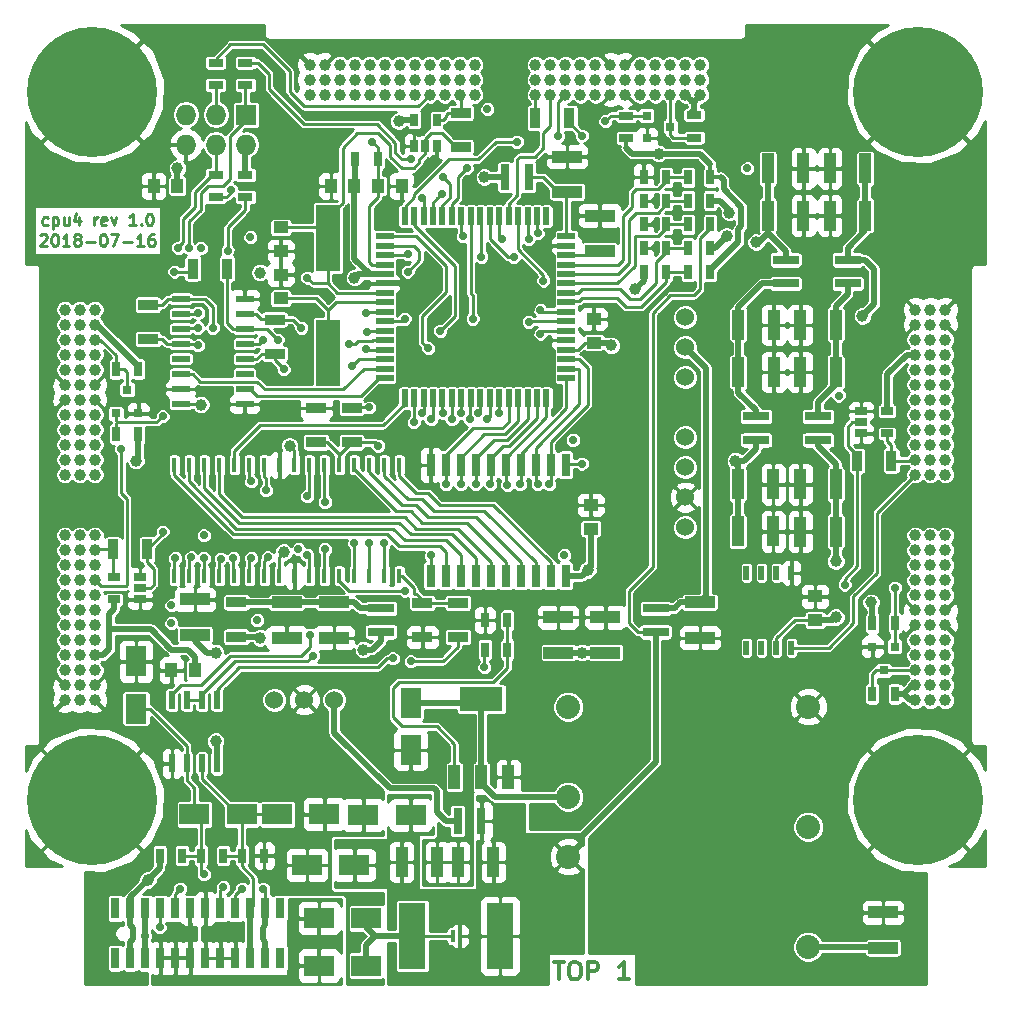
<source format=gtl>
G04 #@! TF.FileFunction,Copper,L1,Top,Signal*
%FSLAX46Y46*%
G04 Gerber Fmt 4.6, Leading zero omitted, Abs format (unit mm)*
G04 Created by KiCad (PCBNEW 4.0.7+dfsg1-1~bpo9+1) date Mon Jul 16 17:38:54 2018*
%MOMM*%
%LPD*%
G01*
G04 APERTURE LIST*
%ADD10C,0.100000*%
%ADD11C,0.250000*%
%ADD12C,0.300000*%
%ADD13R,1.300000X0.700000*%
%ADD14R,0.457200X1.270000*%
%ADD15R,2.100580X5.600700*%
%ADD16R,0.700000X1.300000*%
%ADD17R,1.250000X1.000000*%
%ADD18R,1.000000X1.250000*%
%ADD19R,0.508000X1.143000*%
%ADD20R,1.727200X1.727200*%
%ADD21O,1.727200X1.727200*%
%ADD22R,1.000000X2.500000*%
%ADD23R,2.500000X1.000000*%
%ADD24R,0.400000X1.000000*%
%ADD25R,3.657600X2.032000*%
%ADD26R,1.016000X2.032000*%
%ADD27R,1.060000X0.650000*%
%ADD28R,0.650000X1.060000*%
%ADD29R,0.600000X1.550000*%
%ADD30C,11.000000*%
%ADD31R,0.800100X0.800100*%
%ADD32R,1.500000X0.600000*%
%ADD33R,2.499360X1.800860*%
%ADD34R,1.800860X2.499360*%
%ADD35R,2.300000X5.600000*%
%ADD36C,1.000000*%
%ADD37R,0.760000X1.800000*%
%ADD38C,2.032000*%
%ADD39R,1.700000X0.900000*%
%ADD40R,0.900000X1.700000*%
%ADD41R,0.550000X1.500000*%
%ADD42R,1.500000X0.550000*%
%ADD43R,0.762000X1.950000*%
%ADD44C,1.524000*%
%ADD45R,0.800000X2.200000*%
%ADD46R,2.200000X0.800000*%
%ADD47C,0.700000*%
%ADD48C,0.500000*%
%ADD49C,0.254000*%
G04 APERTURE END LIST*
D10*
D11*
X61285714Y-76279762D02*
X61190476Y-76327381D01*
X60999999Y-76327381D01*
X60904761Y-76279762D01*
X60857142Y-76232143D01*
X60809523Y-76136905D01*
X60809523Y-75851190D01*
X60857142Y-75755952D01*
X60904761Y-75708333D01*
X60999999Y-75660714D01*
X61190476Y-75660714D01*
X61285714Y-75708333D01*
X61714285Y-75660714D02*
X61714285Y-76660714D01*
X61714285Y-75708333D02*
X61809523Y-75660714D01*
X62000000Y-75660714D01*
X62095238Y-75708333D01*
X62142857Y-75755952D01*
X62190476Y-75851190D01*
X62190476Y-76136905D01*
X62142857Y-76232143D01*
X62095238Y-76279762D01*
X62000000Y-76327381D01*
X61809523Y-76327381D01*
X61714285Y-76279762D01*
X63047619Y-75660714D02*
X63047619Y-76327381D01*
X62619047Y-75660714D02*
X62619047Y-76184524D01*
X62666666Y-76279762D01*
X62761904Y-76327381D01*
X62904762Y-76327381D01*
X63000000Y-76279762D01*
X63047619Y-76232143D01*
X63952381Y-75660714D02*
X63952381Y-76327381D01*
X63714285Y-75279762D02*
X63476190Y-75994048D01*
X64095238Y-75994048D01*
X65238095Y-76327381D02*
X65238095Y-75660714D01*
X65238095Y-75851190D02*
X65285714Y-75755952D01*
X65333333Y-75708333D01*
X65428571Y-75660714D01*
X65523810Y-75660714D01*
X66238096Y-76279762D02*
X66142858Y-76327381D01*
X65952381Y-76327381D01*
X65857143Y-76279762D01*
X65809524Y-76184524D01*
X65809524Y-75803571D01*
X65857143Y-75708333D01*
X65952381Y-75660714D01*
X66142858Y-75660714D01*
X66238096Y-75708333D01*
X66285715Y-75803571D01*
X66285715Y-75898810D01*
X65809524Y-75994048D01*
X66619048Y-75660714D02*
X66857143Y-76327381D01*
X67095239Y-75660714D01*
X68761906Y-76327381D02*
X68190477Y-76327381D01*
X68476191Y-76327381D02*
X68476191Y-75327381D01*
X68380953Y-75470238D01*
X68285715Y-75565476D01*
X68190477Y-75613095D01*
X69190477Y-76232143D02*
X69238096Y-76279762D01*
X69190477Y-76327381D01*
X69142858Y-76279762D01*
X69190477Y-76232143D01*
X69190477Y-76327381D01*
X69857143Y-75327381D02*
X69952382Y-75327381D01*
X70047620Y-75375000D01*
X70095239Y-75422619D01*
X70142858Y-75517857D01*
X70190477Y-75708333D01*
X70190477Y-75946429D01*
X70142858Y-76136905D01*
X70095239Y-76232143D01*
X70047620Y-76279762D01*
X69952382Y-76327381D01*
X69857143Y-76327381D01*
X69761905Y-76279762D01*
X69714286Y-76232143D01*
X69666667Y-76136905D01*
X69619048Y-75946429D01*
X69619048Y-75708333D01*
X69666667Y-75517857D01*
X69714286Y-75422619D01*
X69761905Y-75375000D01*
X69857143Y-75327381D01*
X60642857Y-77172619D02*
X60690476Y-77125000D01*
X60785714Y-77077381D01*
X61023810Y-77077381D01*
X61119048Y-77125000D01*
X61166667Y-77172619D01*
X61214286Y-77267857D01*
X61214286Y-77363095D01*
X61166667Y-77505952D01*
X60595238Y-78077381D01*
X61214286Y-78077381D01*
X61833333Y-77077381D02*
X61928572Y-77077381D01*
X62023810Y-77125000D01*
X62071429Y-77172619D01*
X62119048Y-77267857D01*
X62166667Y-77458333D01*
X62166667Y-77696429D01*
X62119048Y-77886905D01*
X62071429Y-77982143D01*
X62023810Y-78029762D01*
X61928572Y-78077381D01*
X61833333Y-78077381D01*
X61738095Y-78029762D01*
X61690476Y-77982143D01*
X61642857Y-77886905D01*
X61595238Y-77696429D01*
X61595238Y-77458333D01*
X61642857Y-77267857D01*
X61690476Y-77172619D01*
X61738095Y-77125000D01*
X61833333Y-77077381D01*
X63119048Y-78077381D02*
X62547619Y-78077381D01*
X62833333Y-78077381D02*
X62833333Y-77077381D01*
X62738095Y-77220238D01*
X62642857Y-77315476D01*
X62547619Y-77363095D01*
X63690476Y-77505952D02*
X63595238Y-77458333D01*
X63547619Y-77410714D01*
X63500000Y-77315476D01*
X63500000Y-77267857D01*
X63547619Y-77172619D01*
X63595238Y-77125000D01*
X63690476Y-77077381D01*
X63880953Y-77077381D01*
X63976191Y-77125000D01*
X64023810Y-77172619D01*
X64071429Y-77267857D01*
X64071429Y-77315476D01*
X64023810Y-77410714D01*
X63976191Y-77458333D01*
X63880953Y-77505952D01*
X63690476Y-77505952D01*
X63595238Y-77553571D01*
X63547619Y-77601190D01*
X63500000Y-77696429D01*
X63500000Y-77886905D01*
X63547619Y-77982143D01*
X63595238Y-78029762D01*
X63690476Y-78077381D01*
X63880953Y-78077381D01*
X63976191Y-78029762D01*
X64023810Y-77982143D01*
X64071429Y-77886905D01*
X64071429Y-77696429D01*
X64023810Y-77601190D01*
X63976191Y-77553571D01*
X63880953Y-77505952D01*
X64500000Y-77696429D02*
X65261905Y-77696429D01*
X65928571Y-77077381D02*
X66023810Y-77077381D01*
X66119048Y-77125000D01*
X66166667Y-77172619D01*
X66214286Y-77267857D01*
X66261905Y-77458333D01*
X66261905Y-77696429D01*
X66214286Y-77886905D01*
X66166667Y-77982143D01*
X66119048Y-78029762D01*
X66023810Y-78077381D01*
X65928571Y-78077381D01*
X65833333Y-78029762D01*
X65785714Y-77982143D01*
X65738095Y-77886905D01*
X65690476Y-77696429D01*
X65690476Y-77458333D01*
X65738095Y-77267857D01*
X65785714Y-77172619D01*
X65833333Y-77125000D01*
X65928571Y-77077381D01*
X66595238Y-77077381D02*
X67261905Y-77077381D01*
X66833333Y-78077381D01*
X67642857Y-77696429D02*
X68404762Y-77696429D01*
X69404762Y-78077381D02*
X68833333Y-78077381D01*
X69119047Y-78077381D02*
X69119047Y-77077381D01*
X69023809Y-77220238D01*
X68928571Y-77315476D01*
X68833333Y-77363095D01*
X70261905Y-77077381D02*
X70071428Y-77077381D01*
X69976190Y-77125000D01*
X69928571Y-77172619D01*
X69833333Y-77315476D01*
X69785714Y-77505952D01*
X69785714Y-77886905D01*
X69833333Y-77982143D01*
X69880952Y-78029762D01*
X69976190Y-78077381D01*
X70166667Y-78077381D01*
X70261905Y-78029762D01*
X70309524Y-77982143D01*
X70357143Y-77886905D01*
X70357143Y-77648810D01*
X70309524Y-77553571D01*
X70261905Y-77505952D01*
X70166667Y-77458333D01*
X69976190Y-77458333D01*
X69880952Y-77505952D01*
X69833333Y-77553571D01*
X69785714Y-77648810D01*
D12*
X104107143Y-138678571D02*
X104964286Y-138678571D01*
X104535715Y-140178571D02*
X104535715Y-138678571D01*
X105750000Y-138678571D02*
X106035714Y-138678571D01*
X106178572Y-138750000D01*
X106321429Y-138892857D01*
X106392857Y-139178571D01*
X106392857Y-139678571D01*
X106321429Y-139964286D01*
X106178572Y-140107143D01*
X106035714Y-140178571D01*
X105750000Y-140178571D01*
X105607143Y-140107143D01*
X105464286Y-139964286D01*
X105392857Y-139678571D01*
X105392857Y-139178571D01*
X105464286Y-138892857D01*
X105607143Y-138750000D01*
X105750000Y-138678571D01*
X107035715Y-140178571D02*
X107035715Y-138678571D01*
X107607143Y-138678571D01*
X107750001Y-138750000D01*
X107821429Y-138821429D01*
X107892858Y-138964286D01*
X107892858Y-139178571D01*
X107821429Y-139321429D01*
X107750001Y-139392857D01*
X107607143Y-139464286D01*
X107035715Y-139464286D01*
X110464286Y-140178571D02*
X109607143Y-140178571D01*
X110035715Y-140178571D02*
X110035715Y-138678571D01*
X109892858Y-138892857D01*
X109750000Y-139035714D01*
X109607143Y-139107143D01*
D13*
X78000000Y-62550000D03*
X78000000Y-64450000D03*
D14*
X75800000Y-106000000D03*
X77070000Y-106000000D03*
X78340000Y-106000000D03*
X79610000Y-106000000D03*
X80880000Y-106000000D03*
X85960000Y-106000000D03*
X87230000Y-106000000D03*
X88500000Y-106000000D03*
X89770000Y-106000000D03*
X91040000Y-106000000D03*
X91040000Y-96602000D03*
X89770000Y-96602000D03*
X88500000Y-96602000D03*
X87230000Y-96602000D03*
X85960000Y-96602000D03*
X80880000Y-96602000D03*
X79610000Y-96602000D03*
X78340000Y-96602000D03*
X77070000Y-96602000D03*
X75800000Y-96602000D03*
X74530000Y-96602000D03*
X73260000Y-96602000D03*
X71990000Y-96602000D03*
X84690000Y-96602000D03*
X83420000Y-96602000D03*
X82150000Y-96602000D03*
X84690000Y-106000000D03*
X83420000Y-106000000D03*
X82150000Y-106000000D03*
X74530000Y-106000000D03*
X73260000Y-106000000D03*
X71990000Y-106000000D03*
D15*
X85000000Y-77401140D03*
X85000000Y-87098860D03*
D16*
X89200000Y-70750000D03*
X87300000Y-70750000D03*
D17*
X107500000Y-86250000D03*
X107500000Y-84250000D03*
D18*
X87250000Y-73000000D03*
X85250000Y-73000000D03*
D17*
X107250000Y-102000000D03*
X107250000Y-100000000D03*
D18*
X89250000Y-73000000D03*
X91250000Y-73000000D03*
D17*
X81000000Y-78500000D03*
X81000000Y-76500000D03*
X81000000Y-80500000D03*
X81000000Y-82500000D03*
D18*
X72250000Y-73000000D03*
X70250000Y-73000000D03*
D19*
X120440000Y-105750000D03*
X121710000Y-105750000D03*
X122980000Y-105750000D03*
X124250000Y-105750000D03*
X124250000Y-112100000D03*
X122980000Y-112100000D03*
X121710000Y-112100000D03*
X120440000Y-112100000D03*
D20*
X78040000Y-66960000D03*
D21*
X78040000Y-69500000D03*
X75500000Y-66960000D03*
X75500000Y-69500000D03*
X72960000Y-66960000D03*
X72960000Y-69500000D03*
D22*
X128000000Y-102250000D03*
X125000000Y-102250000D03*
X128000000Y-98250000D03*
X125000000Y-98250000D03*
D23*
X81500000Y-108250000D03*
X81500000Y-111250000D03*
D22*
X128000000Y-84750000D03*
X125000000Y-84750000D03*
D23*
X85500000Y-108250000D03*
X85500000Y-111250000D03*
D22*
X128000000Y-88750000D03*
X125000000Y-88750000D03*
X130500000Y-71500000D03*
X127500000Y-71500000D03*
X130500000Y-75500000D03*
X127500000Y-75500000D03*
X122697226Y-98250000D03*
X119697226Y-98250000D03*
X122697226Y-102239318D03*
X119697226Y-102239318D03*
X122750000Y-84750000D03*
X119750000Y-84750000D03*
X122750000Y-88750000D03*
X119750000Y-88750000D03*
X125250000Y-71500000D03*
X122250000Y-71500000D03*
X125250000Y-75500000D03*
X122250000Y-75500000D03*
X99000000Y-130250000D03*
X96000000Y-130250000D03*
X91250000Y-130250000D03*
X94250000Y-130250000D03*
D23*
X132000000Y-137500000D03*
X132000000Y-134500000D03*
X104500000Y-112500000D03*
X104500000Y-109500000D03*
X108500000Y-112500000D03*
X108500000Y-109500000D03*
D17*
X126250000Y-109750000D03*
X126250000Y-107750000D03*
D18*
X73750000Y-114000000D03*
X71750000Y-114000000D03*
D24*
X95561752Y-136495248D03*
X96161752Y-136495248D03*
D25*
X98000000Y-116448000D03*
D26*
X98000000Y-123052000D03*
X100286000Y-123052000D03*
X95714000Y-123052000D03*
D16*
X100200000Y-112250000D03*
X98300000Y-112250000D03*
X98300000Y-109750000D03*
X100200000Y-109750000D03*
D27*
X69100000Y-108000000D03*
X69100000Y-107050000D03*
X69100000Y-106100000D03*
X66900000Y-106100000D03*
X66900000Y-108000000D03*
D28*
X92300000Y-69600000D03*
X93250000Y-69600000D03*
X94200000Y-69600000D03*
X94200000Y-67400000D03*
X92300000Y-67400000D03*
D27*
X130150000Y-92050000D03*
X130150000Y-93000000D03*
X130150000Y-93950000D03*
X132350000Y-93950000D03*
X132350000Y-92050000D03*
D29*
X75607876Y-116490452D03*
X74337876Y-116490452D03*
X73067876Y-116490452D03*
X71797876Y-116490452D03*
X71797876Y-121890452D03*
X73067876Y-121890452D03*
X74337876Y-121890452D03*
X75607876Y-121890452D03*
D30*
X65000000Y-125000000D03*
X65000000Y-65000000D03*
X135000000Y-65000000D03*
X135000000Y-125000000D03*
D16*
X76152876Y-129690452D03*
X74252876Y-129690452D03*
D13*
X75500000Y-62550000D03*
X75500000Y-64450000D03*
X75500000Y-73950000D03*
X75500000Y-72050000D03*
D16*
X79602876Y-129690452D03*
X77702876Y-129690452D03*
X72652876Y-129690452D03*
X70752876Y-129690452D03*
D31*
X67050000Y-92250760D03*
X68950000Y-92250760D03*
X68000000Y-90251780D03*
X111999240Y-67050000D03*
X111999240Y-68950000D03*
X113998220Y-68000000D03*
X133000000Y-112000000D03*
X131100000Y-112000000D03*
X132050000Y-113998980D03*
D16*
X117383272Y-72250000D03*
X115483272Y-72250000D03*
X117383272Y-74250000D03*
X115483272Y-74250000D03*
X117383272Y-78250000D03*
X115483272Y-78250000D03*
X117383272Y-80250000D03*
X115483272Y-80250000D03*
X113633272Y-72250000D03*
X111733272Y-72250000D03*
X113633272Y-74250000D03*
X111733272Y-74250000D03*
X113633272Y-78250000D03*
X111733272Y-78250000D03*
X113633272Y-80250000D03*
X111733272Y-80250000D03*
X68950000Y-88500000D03*
X67050000Y-88500000D03*
D13*
X116000000Y-67000000D03*
X116000000Y-68900000D03*
D16*
X133000000Y-116000000D03*
X131100000Y-116000000D03*
X68950000Y-94000000D03*
X67050000Y-94000000D03*
D13*
X110250000Y-68950000D03*
X110250000Y-67050000D03*
D16*
X131100000Y-110000000D03*
X133000000Y-110000000D03*
D13*
X78000000Y-72050000D03*
X78000000Y-73950000D03*
D16*
X117383272Y-76250000D03*
X115483272Y-76250000D03*
X113633272Y-76250000D03*
X111733272Y-76250000D03*
D32*
X77950000Y-91445000D03*
X77950000Y-90175000D03*
X77950000Y-88905000D03*
X77950000Y-87635000D03*
X77950000Y-86365000D03*
X77950000Y-85095000D03*
X77950000Y-83825000D03*
X77950000Y-82555000D03*
X72550000Y-82555000D03*
X72550000Y-83825000D03*
X72550000Y-85095000D03*
X72550000Y-86365000D03*
X72550000Y-87635000D03*
X72550000Y-88905000D03*
X72550000Y-90175000D03*
X72550000Y-91445000D03*
D33*
X91998980Y-126250000D03*
X88001020Y-126250000D03*
X80703896Y-126190452D03*
X84701856Y-126190452D03*
X73703896Y-126190452D03*
X77701856Y-126190452D03*
D34*
X68750000Y-117248980D03*
X68750000Y-113251020D03*
D35*
X99561752Y-136495248D03*
X92161752Y-136495248D03*
D33*
X87247960Y-130500000D03*
X83250000Y-130500000D03*
D23*
X73750000Y-111000000D03*
X73750000Y-108000000D03*
X116500000Y-108250000D03*
X116500000Y-111250000D03*
D34*
X92000000Y-116751020D03*
X92000000Y-120748980D03*
D36*
X64000000Y-116545000D03*
X62730000Y-116545000D03*
X64000000Y-115275000D03*
X62730000Y-115275000D03*
X64000000Y-114005000D03*
X62730000Y-114005000D03*
X64000000Y-112735000D03*
X62730000Y-112735000D03*
X64000000Y-111465000D03*
X62730000Y-111465000D03*
X64000000Y-110195000D03*
X62730000Y-110195000D03*
X64000000Y-108925000D03*
X62730000Y-108925000D03*
X64000000Y-107655000D03*
X62730000Y-107655000D03*
X64000000Y-106385000D03*
X62730000Y-106385000D03*
X64000000Y-105115000D03*
X62730000Y-105115000D03*
X64000000Y-103845000D03*
X62730000Y-103845000D03*
X64000000Y-102575000D03*
X62730000Y-102575000D03*
X65270000Y-116545000D03*
X65270000Y-115275000D03*
X65270000Y-114005000D03*
X65270000Y-112735000D03*
X65270000Y-111465000D03*
X65270000Y-110195000D03*
X65270000Y-108925000D03*
X65270000Y-107655000D03*
X65270000Y-106385000D03*
X65270000Y-105115000D03*
X65270000Y-102575000D03*
X65270000Y-103845000D03*
X83455000Y-64000000D03*
X83455000Y-62730000D03*
X84725000Y-64000000D03*
X84725000Y-62730000D03*
X85995000Y-64000000D03*
X85995000Y-62730000D03*
X87265000Y-64000000D03*
X87265000Y-62730000D03*
X88535000Y-64000000D03*
X88535000Y-62730000D03*
X89805000Y-64000000D03*
X89805000Y-62730000D03*
X91075000Y-64000000D03*
X91075000Y-62730000D03*
X92345000Y-64000000D03*
X92345000Y-62730000D03*
X93615000Y-64000000D03*
X93615000Y-62730000D03*
X94885000Y-64000000D03*
X94885000Y-62730000D03*
X96155000Y-64000000D03*
X96155000Y-62730000D03*
X97425000Y-64000000D03*
X97425000Y-62730000D03*
X83455000Y-65270000D03*
X84725000Y-65270000D03*
X85995000Y-65270000D03*
X87265000Y-65270000D03*
X88535000Y-65270000D03*
X89805000Y-65270000D03*
X91075000Y-65270000D03*
X92345000Y-65270000D03*
X93615000Y-65270000D03*
X94885000Y-65270000D03*
X97425000Y-65270000D03*
X96155000Y-65270000D03*
X136000000Y-83455000D03*
X137270000Y-83455000D03*
X136000000Y-84725000D03*
X137270000Y-84725000D03*
X136000000Y-85995000D03*
X137270000Y-85995000D03*
X136000000Y-87265000D03*
X137270000Y-87265000D03*
X136000000Y-88535000D03*
X137270000Y-88535000D03*
X136000000Y-89805000D03*
X137270000Y-89805000D03*
X136000000Y-91075000D03*
X137270000Y-91075000D03*
X136000000Y-92345000D03*
X137270000Y-92345000D03*
X136000000Y-93615000D03*
X137270000Y-93615000D03*
X136000000Y-94885000D03*
X137270000Y-94885000D03*
X136000000Y-96155000D03*
X137270000Y-96155000D03*
X136000000Y-97425000D03*
X137270000Y-97425000D03*
X134730000Y-83455000D03*
X134730000Y-84725000D03*
X134730000Y-85995000D03*
X134730000Y-87265000D03*
X134730000Y-88535000D03*
X134730000Y-89805000D03*
X134730000Y-91075000D03*
X134730000Y-92345000D03*
X134730000Y-93615000D03*
X134730000Y-94885000D03*
X134730000Y-97425000D03*
X134730000Y-96155000D03*
X64000000Y-97425000D03*
X62730000Y-97425000D03*
X64000000Y-96155000D03*
X62730000Y-96155000D03*
X64000000Y-94885000D03*
X62730000Y-94885000D03*
X64000000Y-93615000D03*
X62730000Y-93615000D03*
X64000000Y-92345000D03*
X62730000Y-92345000D03*
X64000000Y-91075000D03*
X62730000Y-91075000D03*
X64000000Y-89805000D03*
X62730000Y-89805000D03*
X64000000Y-88535000D03*
X62730000Y-88535000D03*
X64000000Y-87265000D03*
X62730000Y-87265000D03*
X64000000Y-85995000D03*
X62730000Y-85995000D03*
X64000000Y-84725000D03*
X62730000Y-84725000D03*
X64000000Y-83455000D03*
X62730000Y-83455000D03*
X65270000Y-97425000D03*
X65270000Y-96155000D03*
X65270000Y-94885000D03*
X65270000Y-93615000D03*
X65270000Y-92345000D03*
X65270000Y-91075000D03*
X65270000Y-89805000D03*
X65270000Y-88535000D03*
X65270000Y-87265000D03*
X65270000Y-85995000D03*
X65270000Y-83455000D03*
X65270000Y-84725000D03*
X102575000Y-64000000D03*
X102575000Y-62730000D03*
X103845000Y-64000000D03*
X103845000Y-62730000D03*
X105115000Y-64000000D03*
X105115000Y-62730000D03*
X106385000Y-64000000D03*
X106385000Y-62730000D03*
X107655000Y-64000000D03*
X107655000Y-62730000D03*
X108925000Y-64000000D03*
X108925000Y-62730000D03*
X110195000Y-64000000D03*
X110195000Y-62730000D03*
X111465000Y-64000000D03*
X111465000Y-62730000D03*
X112735000Y-64000000D03*
X112735000Y-62730000D03*
X114005000Y-64000000D03*
X114005000Y-62730000D03*
X115275000Y-64000000D03*
X115275000Y-62730000D03*
X116545000Y-64000000D03*
X116545000Y-62730000D03*
X102575000Y-65270000D03*
X103845000Y-65270000D03*
X105115000Y-65270000D03*
X106385000Y-65270000D03*
X107655000Y-65270000D03*
X108925000Y-65270000D03*
X110195000Y-65270000D03*
X111465000Y-65270000D03*
X112735000Y-65270000D03*
X114005000Y-65270000D03*
X116545000Y-65270000D03*
X115275000Y-65270000D03*
X136000000Y-102575000D03*
X137270000Y-102575000D03*
X136000000Y-103845000D03*
X137270000Y-103845000D03*
X136000000Y-105115000D03*
X137270000Y-105115000D03*
X136000000Y-106385000D03*
X137270000Y-106385000D03*
X136000000Y-107655000D03*
X137270000Y-107655000D03*
X136000000Y-108925000D03*
X137270000Y-108925000D03*
X136000000Y-110195000D03*
X137270000Y-110195000D03*
X136000000Y-111465000D03*
X137270000Y-111465000D03*
X136000000Y-112735000D03*
X137270000Y-112735000D03*
X136000000Y-114005000D03*
X137270000Y-114005000D03*
X136000000Y-115275000D03*
X137270000Y-115275000D03*
X136000000Y-116545000D03*
X137270000Y-116545000D03*
X134730000Y-102575000D03*
X134730000Y-103845000D03*
X134730000Y-105115000D03*
X134730000Y-106385000D03*
X134730000Y-107655000D03*
X134730000Y-108925000D03*
X134730000Y-110195000D03*
X134730000Y-111465000D03*
X134730000Y-112735000D03*
X134730000Y-114005000D03*
X134730000Y-116545000D03*
X134730000Y-115275000D03*
D37*
X67000000Y-138365000D03*
X67000000Y-134165000D03*
X68270000Y-138365000D03*
X68270000Y-134165000D03*
X69540000Y-138365000D03*
X69540000Y-134165000D03*
X70810000Y-138365000D03*
X70810000Y-134165000D03*
X72080000Y-138365000D03*
X72080000Y-134165000D03*
X73350000Y-138365000D03*
X73350000Y-134165000D03*
X74620000Y-138365000D03*
X74620000Y-134165000D03*
X75890000Y-138365000D03*
X75890000Y-134165000D03*
X77160000Y-138365000D03*
X77160000Y-134165000D03*
X78430000Y-138365000D03*
X78430000Y-134165000D03*
X79700000Y-138365000D03*
X79700000Y-134165000D03*
X80970000Y-138365000D03*
X80970000Y-134165000D03*
D33*
X88248980Y-139000000D03*
X84251020Y-139000000D03*
X88248980Y-135000000D03*
X84251020Y-135000000D03*
D38*
X125660000Y-117090000D03*
X125660000Y-127250000D03*
X125660000Y-137410000D03*
X105340000Y-117090000D03*
X105340000Y-124710000D03*
X105340000Y-129790000D03*
D39*
X93000000Y-111200000D03*
X93000000Y-108300000D03*
X77250000Y-108250000D03*
X77250000Y-111150000D03*
X87000000Y-94700000D03*
X87000000Y-91800000D03*
X96000000Y-108300000D03*
X96000000Y-111200000D03*
D40*
X105450000Y-67250000D03*
X102550000Y-67250000D03*
X76450000Y-80000000D03*
X73550000Y-80000000D03*
D39*
X80500000Y-87200000D03*
X80500000Y-84300000D03*
X69750000Y-85950000D03*
X69750000Y-83050000D03*
D40*
X66800000Y-103750000D03*
X69700000Y-103750000D03*
D39*
X96250000Y-66800000D03*
X96250000Y-69700000D03*
D40*
X132700000Y-96250000D03*
X129800000Y-96250000D03*
D39*
X84000000Y-91800000D03*
X84000000Y-94700000D03*
D41*
X103500000Y-75550000D03*
X102700000Y-75550000D03*
X101900000Y-75550000D03*
X101100000Y-75550000D03*
X100300000Y-75550000D03*
X99500000Y-75550000D03*
X98700000Y-75550000D03*
X97900000Y-75550000D03*
X97100000Y-75550000D03*
X96300000Y-75550000D03*
X95500000Y-75550000D03*
X94700000Y-75550000D03*
X93900000Y-75550000D03*
X93100000Y-75550000D03*
X92300000Y-75550000D03*
X91500000Y-75550000D03*
D42*
X89800000Y-77250000D03*
X89800000Y-78050000D03*
X89800000Y-78850000D03*
X89800000Y-79650000D03*
X89800000Y-80450000D03*
X89800000Y-81250000D03*
X89800000Y-82050000D03*
X89800000Y-82850000D03*
X89800000Y-83650000D03*
X89800000Y-84450000D03*
X89800000Y-85250000D03*
X89800000Y-86050000D03*
X89800000Y-86850000D03*
X89800000Y-87650000D03*
X89800000Y-88450000D03*
X89800000Y-89250000D03*
D41*
X91500000Y-90950000D03*
X92300000Y-90950000D03*
X93100000Y-90950000D03*
X93900000Y-90950000D03*
X94700000Y-90950000D03*
X95500000Y-90950000D03*
X96300000Y-90950000D03*
X97100000Y-90950000D03*
X97900000Y-90950000D03*
X98700000Y-90950000D03*
X99500000Y-90950000D03*
X100300000Y-90950000D03*
X101100000Y-90950000D03*
X101900000Y-90950000D03*
X102700000Y-90950000D03*
X103500000Y-90950000D03*
D42*
X105200000Y-89250000D03*
X105200000Y-88450000D03*
X105200000Y-87650000D03*
X105200000Y-86850000D03*
X105200000Y-86050000D03*
X105200000Y-85250000D03*
X105200000Y-84450000D03*
X105200000Y-83650000D03*
X105200000Y-82850000D03*
X105200000Y-82050000D03*
X105200000Y-81250000D03*
X105200000Y-80450000D03*
X105200000Y-79650000D03*
X105200000Y-78850000D03*
X105200000Y-78050000D03*
X105200000Y-77250000D03*
D23*
X105250000Y-73500000D03*
X105250000Y-70500000D03*
X108000000Y-78500000D03*
X108000000Y-75500000D03*
D43*
X105140000Y-96600000D03*
X103870000Y-96600000D03*
X102600000Y-96600000D03*
X101330000Y-96600000D03*
X100060000Y-96600000D03*
X98790000Y-96600000D03*
X97520000Y-96600000D03*
X96250000Y-96600000D03*
X94980000Y-96600000D03*
X93710000Y-96600000D03*
X93710000Y-106000000D03*
X94980000Y-106000000D03*
X96250000Y-106000000D03*
X97520000Y-106000000D03*
X98790000Y-106000000D03*
X100060000Y-106000000D03*
X101330000Y-106000000D03*
X102600000Y-106000000D03*
X103870000Y-106000000D03*
X105140000Y-106000000D03*
D44*
X85540000Y-116500000D03*
X83000000Y-116500000D03*
X80460000Y-116500000D03*
D45*
X100000000Y-72250000D03*
X102000000Y-72250000D03*
D46*
X89500000Y-108750000D03*
X89500000Y-110750000D03*
D45*
X96000000Y-126750000D03*
X98000000Y-126750000D03*
D46*
X126500000Y-94500000D03*
X126500000Y-92500000D03*
X129000000Y-81250000D03*
X129000000Y-79250000D03*
X112750000Y-110750000D03*
X112750000Y-108750000D03*
X121250000Y-92500000D03*
X121250000Y-94500000D03*
X123750000Y-79250000D03*
X123750000Y-81250000D03*
D44*
X115250000Y-84110000D03*
X115250000Y-86650000D03*
X115250000Y-89190000D03*
X115250000Y-94270000D03*
X115250000Y-96810000D03*
X115250000Y-99350000D03*
X115250000Y-101890000D03*
D36*
X82250000Y-75250000D03*
X93750000Y-80750000D03*
D47*
X112733270Y-74250000D03*
X112733270Y-76250000D03*
X112733270Y-78250000D03*
X90500000Y-74750000D03*
X92750000Y-68500000D03*
X94000000Y-70750000D03*
D36*
X88000000Y-112250000D03*
X98250000Y-72250000D03*
X113000000Y-70250000D03*
X128000000Y-109500000D03*
X81750000Y-95000000D03*
X107000000Y-105500000D03*
X75500000Y-120000000D03*
X79238521Y-80325010D03*
X91000000Y-67500000D03*
X109000000Y-86500000D03*
X87250000Y-80750000D03*
X72250000Y-71500000D03*
X68750000Y-96250000D03*
X74250000Y-91500000D03*
X81250000Y-104000000D03*
X131000000Y-108250000D03*
X106500000Y-112500000D03*
X69750000Y-131750000D03*
D47*
X79750000Y-98750000D03*
X101250000Y-98250000D03*
X91500010Y-107250000D03*
X92250000Y-93000000D03*
X72060354Y-104512795D03*
X93000000Y-92250000D03*
X73425010Y-104442216D03*
X93750000Y-92750000D03*
X74500000Y-104500000D03*
X94750000Y-92250000D03*
X75925010Y-104557784D03*
X95500000Y-92750000D03*
X77000000Y-104500000D03*
X96250000Y-92250000D03*
X87250000Y-103250000D03*
X97000000Y-92750000D03*
X88500000Y-103250000D03*
X97750000Y-92250000D03*
X89750000Y-103250000D03*
X98500000Y-92750000D03*
X93750000Y-104250000D03*
X99500000Y-92250000D03*
X84749994Y-103750000D03*
X95000000Y-98250000D03*
X83250000Y-104250000D03*
X96250000Y-98250000D03*
X79925010Y-104442216D03*
X97500000Y-98250000D03*
X78500000Y-104500000D03*
X98750000Y-98250000D03*
X100200010Y-98320141D03*
X78500000Y-98000000D03*
X83250000Y-99250000D03*
X102750000Y-98250000D03*
X84750000Y-99750000D03*
X103750000Y-98250000D03*
X74000000Y-83750000D03*
X88250000Y-83750000D03*
X104500000Y-68750000D03*
X74000000Y-85000000D03*
X91500000Y-84250000D03*
D36*
X119000000Y-75250000D03*
D47*
X71000000Y-92500000D03*
X94500000Y-85250000D03*
D36*
X121250000Y-77750000D03*
X118750000Y-77250000D03*
X111000000Y-81750000D03*
X130250000Y-84000000D03*
D47*
X103250000Y-81000000D03*
X105750000Y-94500000D03*
X76500000Y-78499998D03*
X91750000Y-78750000D03*
X69500000Y-136500000D03*
X105000000Y-104250000D03*
X103000000Y-83500000D03*
X120500000Y-71500000D03*
X96750000Y-71500000D03*
X67500000Y-95250000D03*
X71750000Y-108500000D03*
X94628242Y-73673632D03*
X74250000Y-78250000D03*
X94750000Y-72250000D03*
X71750000Y-110000000D03*
X78442216Y-77324990D03*
X80750000Y-86000000D03*
X79000000Y-109750000D03*
X108500000Y-67500000D03*
X101000000Y-69250000D03*
X98500000Y-66500000D03*
X102000000Y-84500000D03*
X98000000Y-79000000D03*
X79500000Y-86000000D03*
X133000000Y-107000000D03*
X93500000Y-86750000D03*
X74500000Y-102574990D03*
X74000000Y-86500000D03*
X99750000Y-77500000D03*
X103000000Y-85500000D03*
X128250000Y-90750000D03*
X81250000Y-88500000D03*
D36*
X128000000Y-104750000D03*
X119500000Y-96250000D03*
D47*
X96424990Y-77263714D03*
X98250000Y-113750000D03*
X88315964Y-85382135D03*
X90500000Y-113000000D03*
X83500000Y-111000000D03*
X86824990Y-86363268D03*
X88250000Y-86775022D03*
X75250000Y-85000000D03*
X128750000Y-106750000D03*
X71000000Y-102250000D03*
X82500000Y-103750000D03*
X83250000Y-80750000D03*
X83750000Y-112750000D03*
X87000000Y-88250000D03*
X82750000Y-85000000D03*
X97250000Y-84250000D03*
X93000000Y-74000000D03*
X74494986Y-131250000D03*
X79500000Y-132500014D03*
X77750000Y-132500006D03*
X88750000Y-69250000D03*
X76788704Y-73300908D03*
X102750000Y-77000000D03*
X92000004Y-70750000D03*
X102000000Y-77500000D03*
X72500000Y-132500000D03*
X73250000Y-78250000D03*
X76150001Y-132350003D03*
X72322689Y-78222702D03*
X70750000Y-135750000D03*
D36*
X75500000Y-112500000D03*
D47*
X100750000Y-79000000D03*
X106500000Y-68750000D03*
X72000000Y-80250000D03*
X92000000Y-113250000D03*
X88500000Y-91750000D03*
X91750000Y-80250000D03*
X106500000Y-96500000D03*
X89250000Y-95000000D03*
D36*
X79250000Y-111250000D03*
D11*
X92750000Y-68500000D02*
X92300000Y-68500000D01*
X92300000Y-68500000D02*
X92300000Y-69600000D01*
D48*
X89800000Y-81250000D02*
X93250001Y-81249999D01*
X93250001Y-81249999D02*
X93750000Y-80750000D01*
D11*
X111733272Y-74250000D02*
X112733270Y-74250000D01*
X111733272Y-76250000D02*
X112733270Y-76250000D01*
X111733272Y-78250000D02*
X112733270Y-78250000D01*
X94200000Y-69600000D02*
X94200000Y-70550000D01*
X94200000Y-70550000D02*
X94000000Y-70750000D01*
D48*
X89500000Y-110750000D02*
X89500000Y-111500000D01*
X89500000Y-111500000D02*
X88750000Y-112250000D01*
X88750000Y-112250000D02*
X88000000Y-112250000D01*
X100000000Y-72250000D02*
X98250000Y-72250000D01*
X117383272Y-71133272D02*
X116500000Y-70250000D01*
X116500000Y-70250000D02*
X113000000Y-70250000D01*
X112292894Y-70250000D02*
X113000000Y-70250000D01*
X110750000Y-70250000D02*
X112292894Y-70250000D01*
X110250000Y-69750000D02*
X110750000Y-70250000D01*
D12*
X110250000Y-68950000D02*
X110250000Y-69750000D01*
D48*
X117383272Y-80250000D02*
X117383272Y-80116728D01*
X117383272Y-80116728D02*
X119750000Y-77750000D01*
X119750000Y-77750000D02*
X119750000Y-76656004D01*
X119750000Y-76656004D02*
X120000000Y-76406004D01*
X120000000Y-76406004D02*
X120000000Y-74750000D01*
X120000000Y-74750000D02*
X118500000Y-73250000D01*
X118500000Y-72500000D02*
X118250000Y-72250000D01*
X118500000Y-73250000D02*
X118500000Y-72500000D01*
D12*
X118250000Y-72250000D02*
X117383272Y-72250000D01*
X117383272Y-72250000D02*
X117383272Y-71133272D01*
D48*
X127750000Y-109750000D02*
X128000000Y-109500000D01*
X126250000Y-109750000D02*
X127750000Y-109750000D01*
D11*
X82150000Y-95400000D02*
X81750000Y-95000000D01*
X82150000Y-96602000D02*
X82150000Y-95400000D01*
D48*
X106500001Y-105999999D02*
X107000000Y-105500000D01*
X105140000Y-106000000D02*
X106500001Y-105999999D01*
X107250000Y-105250000D02*
X107000000Y-105500000D01*
X107250000Y-102000000D02*
X107250000Y-105250000D01*
X75607876Y-120107876D02*
X75500000Y-120000000D01*
X75607876Y-121890452D02*
X75607876Y-120107876D01*
X66500000Y-109225000D02*
X66500000Y-110500000D01*
X66500000Y-110500000D02*
X66500000Y-112212106D01*
X71750000Y-112250000D02*
X70000000Y-110500000D01*
X70000000Y-110500000D02*
X66500000Y-110500000D01*
X73125000Y-112250000D02*
X71750000Y-112250000D01*
X73750000Y-114000000D02*
X73750000Y-112875000D01*
X73750000Y-112875000D02*
X73125000Y-112250000D01*
X66500000Y-112212106D02*
X65977106Y-112735000D01*
X65977106Y-112735000D02*
X65270000Y-112735000D01*
X66900000Y-108000000D02*
X66900000Y-108825000D01*
X66900000Y-108825000D02*
X66500000Y-109225000D01*
X92300000Y-67400000D02*
X91100000Y-67400000D01*
X91100000Y-67400000D02*
X91000000Y-67500000D01*
X132350000Y-92050000D02*
X132350000Y-88937894D01*
X132350000Y-88937894D02*
X134022894Y-87265000D01*
X134022894Y-87265000D02*
X134730000Y-87265000D01*
D11*
X105200000Y-86850000D02*
X106150000Y-86850000D01*
X106150000Y-86850000D02*
X106750000Y-86250000D01*
X106750000Y-86250000D02*
X107500000Y-86250000D01*
D48*
X107500000Y-86250000D02*
X108750000Y-86250000D01*
X108750000Y-86250000D02*
X109000000Y-86500000D01*
X88550000Y-80450000D02*
X87550000Y-80450000D01*
X87550000Y-80450000D02*
X87250000Y-80750000D01*
X72250000Y-73000000D02*
X72250000Y-71500000D01*
X78000000Y-72050000D02*
X78000000Y-69540000D01*
X78000000Y-69540000D02*
X78040000Y-69500000D01*
X68950000Y-96050000D02*
X68750000Y-96250000D01*
X68950000Y-94000000D02*
X68950000Y-96050000D01*
D11*
X72550000Y-91445000D02*
X74195000Y-91445000D01*
X74195000Y-91445000D02*
X74250000Y-91500000D01*
X80880000Y-106000000D02*
X80880000Y-104370000D01*
X80880000Y-104370000D02*
X81250000Y-104000000D01*
D48*
X131100000Y-110000000D02*
X131100000Y-108350000D01*
X131100000Y-108350000D02*
X131000000Y-108250000D01*
D11*
X122980000Y-112100000D02*
X122980000Y-111278500D01*
X125375000Y-109750000D02*
X126250000Y-109750000D01*
X122980000Y-111278500D02*
X124508500Y-109750000D01*
X124508500Y-109750000D02*
X125375000Y-109750000D01*
D48*
X106500000Y-112500000D02*
X108500000Y-112500000D01*
X104500000Y-112500000D02*
X106500000Y-112500000D01*
X69750000Y-131750000D02*
X70752876Y-130747124D01*
X68270000Y-133230000D02*
X69750000Y-131750000D01*
X68270000Y-134165000D02*
X68270000Y-133230000D01*
X70752876Y-130747124D02*
X70752876Y-129690452D01*
X68270000Y-138365000D02*
X68270000Y-136965000D01*
X68270000Y-136965000D02*
X68485001Y-136749999D01*
X68270000Y-135565000D02*
X68270000Y-134165000D01*
X68485001Y-136749999D02*
X68485001Y-135780001D01*
X68485001Y-135780001D02*
X68270000Y-135565000D01*
X87300000Y-70750000D02*
X87300000Y-72950000D01*
X87300000Y-72950000D02*
X87250000Y-73000000D01*
X89800000Y-80450000D02*
X88550000Y-80450000D01*
X88550000Y-80450000D02*
X87250000Y-79150000D01*
X87250000Y-79150000D02*
X87250000Y-74125000D01*
X87250000Y-74125000D02*
X87250000Y-73000000D01*
D11*
X105200000Y-82850000D02*
X105300000Y-82750000D01*
X105300000Y-82750000D02*
X106250000Y-82750000D01*
X106250000Y-82750000D02*
X106500000Y-82500000D01*
X106500000Y-82500000D02*
X109500000Y-82500000D01*
X109500000Y-82500000D02*
X110250000Y-83250000D01*
X110250000Y-83250000D02*
X111533272Y-83250000D01*
X111533272Y-83250000D02*
X113633272Y-81150000D01*
X113633272Y-81150000D02*
X113633272Y-80250000D01*
X113633272Y-80250000D02*
X115483272Y-80250000D01*
X81000000Y-82500000D02*
X84000000Y-82500000D01*
X84000000Y-82500000D02*
X85000000Y-83500000D01*
X85000000Y-87098860D02*
X85000000Y-83500000D01*
X85000000Y-83500000D02*
X85650000Y-82850000D01*
X85650000Y-82850000D02*
X88750000Y-82850000D01*
X88750000Y-82850000D02*
X89800000Y-82850000D01*
X103250000Y-72250000D02*
X102000000Y-72250000D01*
X103250000Y-72250000D02*
X104500000Y-73500000D01*
X104500000Y-73500000D02*
X105250000Y-73500000D01*
X105200000Y-77250000D02*
X105200000Y-73550000D01*
X105200000Y-73550000D02*
X105250000Y-73500000D01*
X105200000Y-78850000D02*
X107650000Y-78850000D01*
X107650000Y-78850000D02*
X108000000Y-78500000D01*
X91500000Y-90950000D02*
X91500000Y-91425000D01*
X91500000Y-91425000D02*
X89675000Y-93250000D01*
X89675000Y-93250000D02*
X79250000Y-93250000D01*
X79250000Y-93250000D02*
X77070000Y-95430000D01*
X77070000Y-95430000D02*
X77070000Y-96602000D01*
X79750000Y-97750000D02*
X79610000Y-97610000D01*
X79610000Y-97610000D02*
X79610000Y-96602000D01*
X79750000Y-98750000D02*
X79750000Y-97750000D01*
X101330000Y-96600000D02*
X101330000Y-98170000D01*
X101330000Y-98170000D02*
X101250000Y-98250000D01*
X105200000Y-89250000D02*
X105200000Y-91800000D01*
X105200000Y-91800000D02*
X101330000Y-95670000D01*
X101330000Y-95670000D02*
X101330000Y-96600000D01*
X91005036Y-107250000D02*
X91500010Y-107250000D01*
X86803600Y-107250000D02*
X91005036Y-107250000D01*
X85960000Y-106000000D02*
X85960000Y-106406400D01*
X85960000Y-106406400D02*
X86803600Y-107250000D01*
X92300000Y-90950000D02*
X92300000Y-92950000D01*
X92300000Y-92950000D02*
X92250000Y-93000000D01*
X71990000Y-106000000D02*
X71990000Y-104583149D01*
X71990000Y-104583149D02*
X72060354Y-104512795D01*
X93100000Y-90950000D02*
X93100000Y-92150000D01*
X93100000Y-92150000D02*
X93000000Y-92250000D01*
X73260000Y-104607226D02*
X73425010Y-104442216D01*
X73260000Y-106000000D02*
X73260000Y-104607226D01*
X93900000Y-90950000D02*
X93900000Y-92600000D01*
X93900000Y-92600000D02*
X93750000Y-92750000D01*
X74500000Y-104500000D02*
X74500000Y-105970000D01*
X74500000Y-105970000D02*
X74530000Y-106000000D01*
X94700000Y-90950000D02*
X94700000Y-92200000D01*
X94700000Y-92200000D02*
X94750000Y-92250000D01*
X75800000Y-106000000D02*
X75800000Y-104682794D01*
X75800000Y-104682794D02*
X75925010Y-104557784D01*
X95500000Y-90950000D02*
X95500000Y-92750000D01*
X77000000Y-104500000D02*
X77000000Y-105930000D01*
X77000000Y-105930000D02*
X77070000Y-106000000D01*
X96300000Y-90950000D02*
X96300000Y-92200000D01*
X96300000Y-92200000D02*
X96250000Y-92250000D01*
X87230000Y-103270000D02*
X87250000Y-103250000D01*
X87230000Y-106000000D02*
X87230000Y-103270000D01*
X87250000Y-105980000D02*
X87250000Y-103250000D01*
X97000000Y-92255026D02*
X97000000Y-92750000D01*
X97000000Y-91050000D02*
X97000000Y-92255026D01*
X97100000Y-90950000D02*
X97000000Y-91050000D01*
X88500000Y-104000000D02*
X88500000Y-103250000D01*
X88500000Y-106000000D02*
X88500000Y-104000000D01*
X97900000Y-92100000D02*
X97750000Y-92250000D01*
X97900000Y-90950000D02*
X97900000Y-92100000D01*
X89770000Y-103270000D02*
X89750000Y-103250000D01*
X89770000Y-106000000D02*
X89770000Y-103270000D01*
X98700000Y-90950000D02*
X98700000Y-92550000D01*
X98700000Y-92550000D02*
X98500000Y-92750000D01*
X93750000Y-104250000D02*
X93750000Y-105960000D01*
X93750000Y-105960000D02*
X93710000Y-106000000D01*
X99500000Y-90950000D02*
X99500000Y-92250000D01*
X100300000Y-90950000D02*
X100300000Y-92950000D01*
X94980000Y-95770000D02*
X94980000Y-96600000D01*
X100300000Y-92950000D02*
X99750000Y-93500000D01*
X99750000Y-93500000D02*
X97250000Y-93500000D01*
X97250000Y-93500000D02*
X94980000Y-95770000D01*
X84690000Y-103809994D02*
X84749994Y-103750000D01*
X84690000Y-106000000D02*
X84690000Y-103809994D01*
X94980000Y-96600000D02*
X94980000Y-98230000D01*
X94980000Y-98230000D02*
X95000000Y-98250000D01*
X83420000Y-104420000D02*
X83250000Y-104250000D01*
X83420000Y-106000000D02*
X83420000Y-104420000D01*
X96250000Y-96600000D02*
X96250000Y-98250000D01*
X101100000Y-92857122D02*
X99957111Y-94000011D01*
X101100000Y-90950000D02*
X101100000Y-92857122D01*
X99957111Y-94000011D02*
X98255989Y-94000011D01*
X96250000Y-96006000D02*
X96250000Y-96600000D01*
X98255989Y-94000011D02*
X96250000Y-96006000D01*
X79610000Y-106000000D02*
X79610000Y-104757226D01*
X79610000Y-104757226D02*
X79925010Y-104442216D01*
X97520000Y-96600000D02*
X97520000Y-98230000D01*
X97520000Y-98230000D02*
X97500000Y-98250000D01*
X101900000Y-92764244D02*
X100164222Y-94500022D01*
X97520000Y-96006000D02*
X97520000Y-96600000D01*
X99025978Y-94500022D02*
X97520000Y-96006000D01*
X101900000Y-90950000D02*
X101900000Y-92764244D01*
X100164222Y-94500022D02*
X99025978Y-94500022D01*
X78340000Y-106000000D02*
X78340000Y-104660000D01*
X78340000Y-104660000D02*
X78500000Y-104500000D01*
X98790000Y-96600000D02*
X98790000Y-98210000D01*
X98790000Y-98210000D02*
X98750000Y-98250000D01*
X98790000Y-96006000D02*
X98790000Y-96600000D01*
X100371333Y-95000033D02*
X99795967Y-95000033D01*
X99795967Y-95000033D02*
X98790000Y-96006000D01*
X102700000Y-90950000D02*
X102700000Y-92671366D01*
X102700000Y-92671366D02*
X100371333Y-95000033D01*
X100060000Y-96600000D02*
X100060000Y-98180131D01*
X100060000Y-98180131D02*
X100200010Y-98320141D01*
X78340000Y-96602000D02*
X78340000Y-97840000D01*
X78340000Y-97840000D02*
X78500000Y-98000000D01*
X100060000Y-96018488D02*
X100060000Y-96600000D01*
X103500000Y-90950000D02*
X103500000Y-92578488D01*
X103500000Y-92578488D02*
X100060000Y-96018488D01*
X83420000Y-99080000D02*
X83250000Y-99250000D01*
X83420000Y-96602000D02*
X83420000Y-99080000D01*
X102600000Y-96600000D02*
X102600000Y-98100000D01*
X102600000Y-98100000D02*
X102750000Y-98250000D01*
X102600000Y-96600000D02*
X102600000Y-95150000D01*
X102600000Y-95150000D02*
X106300001Y-91449999D01*
X106300001Y-91449999D02*
X106300001Y-88500001D01*
X106300001Y-88500001D02*
X106250000Y-88450000D01*
X106250000Y-88450000D02*
X105200000Y-88450000D01*
X84690000Y-99690000D02*
X84750000Y-99750000D01*
X84690000Y-96602000D02*
X84690000Y-99690000D01*
X103870000Y-96600000D02*
X103870000Y-98130000D01*
X103870000Y-98130000D02*
X103750000Y-98250000D01*
X103870000Y-96600000D02*
X103870000Y-94630000D01*
X103870000Y-94630000D02*
X107000000Y-91500000D01*
X107000000Y-91500000D02*
X107000000Y-88400000D01*
X107000000Y-88400000D02*
X106250000Y-87650000D01*
X106250000Y-87650000D02*
X105200000Y-87650000D01*
X94980000Y-103980000D02*
X94500000Y-103500000D01*
X91000000Y-103500000D02*
X94500000Y-103500000D01*
X90000000Y-102500000D02*
X77000000Y-102500000D01*
X90000000Y-102500000D02*
X91000000Y-103500000D01*
X94980000Y-106000000D02*
X94980000Y-103980000D01*
X77000000Y-102500000D02*
X71990000Y-97490000D01*
X71990000Y-97490000D02*
X71990000Y-96602000D01*
X73260000Y-96602000D02*
X73260000Y-98010000D01*
X73260000Y-98010000D02*
X77250000Y-102000000D01*
X77250000Y-102000000D02*
X90500000Y-102000000D01*
X90500000Y-102000000D02*
X91500000Y-103000000D01*
X91500000Y-103000000D02*
X95000000Y-103000000D01*
X95000000Y-103000000D02*
X96250000Y-104250000D01*
X96250000Y-104250000D02*
X96250000Y-106000000D01*
X74530000Y-96602000D02*
X74530000Y-98530000D01*
X92000000Y-102500000D02*
X95500000Y-102500000D01*
X74530000Y-98530000D02*
X77500000Y-101500000D01*
X77500000Y-101500000D02*
X91000000Y-101500000D01*
X91000000Y-101500000D02*
X92000000Y-102500000D01*
X95500000Y-102500000D02*
X97520000Y-104520000D01*
X97520000Y-104520000D02*
X97520000Y-106000000D01*
X75800000Y-96602000D02*
X75800000Y-99050000D01*
X77750000Y-101000000D02*
X91500000Y-101000000D01*
X75800000Y-99050000D02*
X77750000Y-101000000D01*
X91500000Y-101000000D02*
X92500000Y-102000000D01*
X92500000Y-102000000D02*
X96000000Y-102000000D01*
X96000000Y-102000000D02*
X98790000Y-104790000D01*
X98790000Y-104790000D02*
X98790000Y-106000000D01*
X87230000Y-96602000D02*
X87230000Y-96980000D01*
X87230000Y-96980000D02*
X90750000Y-100500000D01*
X90750000Y-100500000D02*
X92000000Y-100500000D01*
X92000000Y-100500000D02*
X93000000Y-101500000D01*
X93000000Y-101500000D02*
X96750000Y-101500000D01*
X96750000Y-101500000D02*
X100060000Y-104810000D01*
X100060000Y-104810000D02*
X100060000Y-106000000D01*
X88500000Y-96602000D02*
X88500000Y-97250000D01*
X88500000Y-97250000D02*
X91250000Y-100000000D01*
X91250000Y-100000000D02*
X92500000Y-100000000D01*
X92500000Y-100000000D02*
X93500000Y-101000000D01*
X93500000Y-101000000D02*
X97500000Y-101000000D01*
X97500000Y-101000000D02*
X101330000Y-104830000D01*
X101330000Y-104830000D02*
X101330000Y-106000000D01*
X89770000Y-96602000D02*
X89770000Y-97520000D01*
X89770000Y-97520000D02*
X91750000Y-99500000D01*
X91750000Y-99500000D02*
X93000000Y-99500000D01*
X93000000Y-99500000D02*
X94000000Y-100500000D01*
X94000000Y-100500000D02*
X98250000Y-100500000D01*
X98250000Y-100500000D02*
X102600000Y-104850000D01*
X102600000Y-104850000D02*
X102600000Y-106000000D01*
X91040000Y-96602000D02*
X91040000Y-97540000D01*
X91040000Y-97540000D02*
X92500000Y-99000000D01*
X92500000Y-99000000D02*
X93500000Y-99000000D01*
X93500000Y-99000000D02*
X94500000Y-100000000D01*
X94500000Y-100000000D02*
X99000000Y-100000000D01*
X99000000Y-100000000D02*
X103870000Y-104870000D01*
X103870000Y-104870000D02*
X103870000Y-106000000D01*
X72550000Y-83825000D02*
X73925000Y-83825000D01*
X73925000Y-83825000D02*
X74000000Y-83750000D01*
X89800000Y-83650000D02*
X88350000Y-83650000D01*
X88350000Y-83650000D02*
X88250000Y-83750000D01*
X104500000Y-65885000D02*
X104500000Y-68750000D01*
X105115000Y-65270000D02*
X104500000Y-65885000D01*
X74000000Y-85000000D02*
X72645000Y-85000000D01*
X72645000Y-85000000D02*
X72550000Y-85095000D01*
X91500000Y-84250000D02*
X91300000Y-84450000D01*
X91300000Y-84450000D02*
X89800000Y-84450000D01*
D48*
X119000000Y-75016728D02*
X119000000Y-75250000D01*
X118233272Y-74250000D02*
X119000000Y-75016728D01*
X117383272Y-74250000D02*
X118233272Y-74250000D01*
X115774999Y-65769999D02*
X116000000Y-65995000D01*
X116000000Y-65995000D02*
X116000000Y-67000000D01*
X68950000Y-88500000D02*
X68950000Y-88200000D01*
X68950000Y-88200000D02*
X65475000Y-84725000D01*
X65475000Y-84725000D02*
X65270000Y-84725000D01*
X125660000Y-137410000D02*
X131910000Y-137410000D01*
X131910000Y-137410000D02*
X132000000Y-137500000D01*
X133750000Y-116000000D02*
X134475000Y-115275000D01*
X134475000Y-115275000D02*
X134730000Y-115275000D01*
X134730000Y-116545000D02*
X134295000Y-116545000D01*
X134295000Y-116545000D02*
X133750000Y-116000000D01*
X133750000Y-116000000D02*
X133250000Y-116000000D01*
X133000000Y-116000000D02*
X133250000Y-116000000D01*
X116545000Y-65270000D02*
X116045001Y-65769999D01*
X116045001Y-65769999D02*
X115774999Y-65769999D01*
X115774999Y-65769999D02*
X115750000Y-65745000D01*
X116000000Y-66750000D02*
X115750000Y-66750000D01*
X115750000Y-65745000D02*
X115275000Y-65270000D01*
D11*
X70650001Y-92849999D02*
X71000000Y-92500000D01*
X67125001Y-92975811D02*
X70524189Y-92975811D01*
X70524189Y-92975811D02*
X70650001Y-92849999D01*
X94849999Y-84900001D02*
X94500000Y-85250000D01*
X95750000Y-84000000D02*
X94849999Y-84900001D01*
X95750000Y-79750000D02*
X95750000Y-84000000D01*
X92300000Y-75550000D02*
X92300000Y-76300000D01*
X92300000Y-76300000D02*
X95750000Y-79750000D01*
X67050000Y-94000000D02*
X67050000Y-93100000D01*
X67050000Y-93100000D02*
X67125001Y-93024999D01*
X67125001Y-93024999D02*
X67125001Y-92975811D01*
X67125001Y-92975811D02*
X67050000Y-92900810D01*
X67050000Y-92900810D02*
X67050000Y-92250760D01*
D48*
X123750000Y-78500000D02*
X123750000Y-79250000D01*
X121250000Y-77750000D02*
X121500000Y-77750000D01*
X121500000Y-77750000D02*
X122250000Y-77000000D01*
X123750000Y-78500000D02*
X122250000Y-77000000D01*
X122250000Y-77000000D02*
X122250000Y-75500000D01*
X117383272Y-78250000D02*
X117750000Y-78250000D01*
X117750000Y-78250000D02*
X118750000Y-77250000D01*
X122250000Y-75500000D02*
X122250000Y-71500000D01*
X129000000Y-78250000D02*
X129000000Y-79250000D01*
X130250000Y-84000000D02*
X131250000Y-83000000D01*
X131250000Y-83000000D02*
X131250000Y-80000000D01*
X131250000Y-80000000D02*
X130500000Y-79250000D01*
X130500000Y-79250000D02*
X129000000Y-79250000D01*
X129000000Y-78250000D02*
X130500000Y-76750000D01*
X130500000Y-76750000D02*
X130500000Y-75500000D01*
X111733272Y-80250000D02*
X111733272Y-81016728D01*
X111733272Y-81016728D02*
X111000000Y-81750000D01*
X130500000Y-75500000D02*
X130500000Y-71500000D01*
D11*
X103250000Y-80505026D02*
X103250000Y-81000000D01*
X101100000Y-78350998D02*
X103250000Y-80500998D01*
X101100000Y-75550000D02*
X101100000Y-78350998D01*
X103250000Y-80500998D02*
X103250000Y-80505026D01*
X102575000Y-65270000D02*
X102575000Y-67225000D01*
X102575000Y-67225000D02*
X102550000Y-67250000D01*
X124250000Y-112100000D02*
X127400000Y-112100000D01*
X127400000Y-112100000D02*
X129500000Y-110000000D01*
X129500000Y-110000000D02*
X129500000Y-107750000D01*
X129500000Y-107750000D02*
X131500000Y-105750000D01*
X131500000Y-105750000D02*
X131500000Y-100655000D01*
X131500000Y-100655000D02*
X134730000Y-97425000D01*
X78000000Y-73950000D02*
X78000000Y-75000000D01*
X78000000Y-75000000D02*
X76500000Y-76500000D01*
X76500000Y-76500000D02*
X76500000Y-78499998D01*
D48*
X69540000Y-138365000D02*
X69540000Y-136540000D01*
X69540000Y-136540000D02*
X69500000Y-136500000D01*
X69540000Y-134165000D02*
X69540000Y-136460000D01*
X69540000Y-136460000D02*
X69500000Y-136500000D01*
D11*
X89800000Y-78850000D02*
X91650000Y-78850000D01*
X91650000Y-78850000D02*
X91750000Y-78750000D01*
X69500000Y-134205000D02*
X69540000Y-134165000D01*
X103150000Y-83650000D02*
X103000000Y-83500000D01*
X105200000Y-83650000D02*
X103150000Y-83650000D01*
X95500000Y-74550000D02*
X96000000Y-74050000D01*
X96000000Y-72250000D02*
X96000000Y-74050000D01*
X96750000Y-71500000D02*
X96000000Y-72250000D01*
X95500000Y-75550000D02*
X95500000Y-74550000D01*
X93615000Y-65270000D02*
X92635000Y-66250000D01*
X92635000Y-66250000D02*
X83000000Y-66250000D01*
X81750000Y-63250000D02*
X79500000Y-61000000D01*
X83000000Y-66250000D02*
X81750000Y-65000000D01*
X81750000Y-65000000D02*
X81750000Y-63250000D01*
X79500000Y-61000000D02*
X76750000Y-61000000D01*
X76750000Y-61000000D02*
X75500000Y-62250000D01*
X75500000Y-62250000D02*
X75500000Y-62550000D01*
X67500000Y-95744974D02*
X67500000Y-95250000D01*
X67500000Y-99000000D02*
X67500000Y-95744974D01*
X65769999Y-106884999D02*
X67865001Y-106884999D01*
X68000000Y-99500000D02*
X67500000Y-99000000D01*
X68000000Y-106750000D02*
X68000000Y-99500000D01*
X67865001Y-106884999D02*
X68000000Y-106750000D01*
X65270000Y-106385000D02*
X65769999Y-106884999D01*
X93900000Y-74401874D02*
X94278243Y-74023631D01*
X93900000Y-75550000D02*
X93900000Y-74401874D01*
X94278243Y-74023631D02*
X94628242Y-73673632D01*
X94700000Y-75550000D02*
X94700000Y-74600876D01*
X95099999Y-72599999D02*
X94750000Y-72250000D01*
X94700000Y-74600876D02*
X95303243Y-73997633D01*
X95303243Y-72803243D02*
X95099999Y-72599999D01*
X95303243Y-73997633D02*
X95303243Y-72803243D01*
X80750000Y-86000000D02*
X79845000Y-85095000D01*
X79845000Y-85095000D02*
X77950000Y-85095000D01*
X77950000Y-85095000D02*
X76950000Y-85095000D01*
X76950000Y-85095000D02*
X76450000Y-84595000D01*
X76450000Y-81100000D02*
X76450000Y-80000000D01*
X76450000Y-84595000D02*
X76450000Y-81100000D01*
X101000000Y-69250000D02*
X99250000Y-69250000D01*
X99250000Y-69250000D02*
X97750000Y-70750000D01*
X95250000Y-70750000D02*
X92324999Y-73675001D01*
X97750000Y-70750000D02*
X95250000Y-70750000D01*
X92324999Y-73675001D02*
X92324999Y-73925001D01*
X92324999Y-73925001D02*
X91500000Y-74750000D01*
X91500000Y-74750000D02*
X91500000Y-75550000D01*
X110250000Y-67050000D02*
X111999240Y-67050000D01*
X110250000Y-67050000D02*
X108950000Y-67050000D01*
X108950000Y-67050000D02*
X108500000Y-67500000D01*
X103845000Y-65270000D02*
X103845000Y-67905000D01*
X103845000Y-67905000D02*
X103250000Y-68500000D01*
X103250000Y-68500000D02*
X103250000Y-69750000D01*
X101250000Y-70500000D02*
X101000000Y-70750000D01*
X103250000Y-69750000D02*
X102500000Y-70500000D01*
X102500000Y-70500000D02*
X101250000Y-70500000D01*
X101000000Y-70750000D02*
X101000000Y-73800000D01*
X101000000Y-73800000D02*
X100300000Y-74500000D01*
X100300000Y-74500000D02*
X100300000Y-75550000D01*
X102050000Y-84450000D02*
X102000000Y-84500000D01*
X105200000Y-84450000D02*
X102050000Y-84450000D01*
X98000000Y-79000000D02*
X98000000Y-75650000D01*
X98000000Y-75650000D02*
X97900000Y-75550000D01*
X77950000Y-86365000D02*
X79135000Y-86365000D01*
X79135000Y-86365000D02*
X79500000Y-86000000D01*
X89800000Y-77250000D02*
X92500000Y-77250000D01*
X92500000Y-77250000D02*
X95000000Y-79750000D01*
X93000000Y-86250000D02*
X93500000Y-86750000D01*
X95000000Y-79750000D02*
X95000000Y-82000000D01*
X95000000Y-82000000D02*
X93000000Y-84000000D01*
X93000000Y-84000000D02*
X93000000Y-86250000D01*
X133000000Y-107000000D02*
X133000000Y-110000000D01*
X133000000Y-110000000D02*
X133000000Y-112000000D01*
X72550000Y-86365000D02*
X73865000Y-86365000D01*
X73865000Y-86365000D02*
X74000000Y-86500000D01*
X71365000Y-86365000D02*
X70950000Y-85950000D01*
X70950000Y-85950000D02*
X69750000Y-85950000D01*
X72550000Y-86365000D02*
X71365000Y-86365000D01*
X99500000Y-75550000D02*
X99500000Y-77250000D01*
X99500000Y-77250000D02*
X99750000Y-77500000D01*
X105200000Y-85250000D02*
X103250000Y-85250000D01*
X103250000Y-85250000D02*
X103000000Y-85500000D01*
X80500000Y-87200000D02*
X80500000Y-87750000D01*
X80500000Y-87750000D02*
X81250000Y-88500000D01*
X80500000Y-87200000D02*
X79385000Y-87200000D01*
X79385000Y-87200000D02*
X78950000Y-87635000D01*
X78950000Y-87635000D02*
X77950000Y-87635000D01*
D48*
X126500000Y-95000000D02*
X126500000Y-94500000D01*
X128000000Y-98250000D02*
X128000000Y-96500000D01*
X128000000Y-96500000D02*
X126500000Y-95000000D01*
X128000000Y-102250000D02*
X128000000Y-98250000D01*
X128000000Y-104750000D02*
X128000000Y-102250000D01*
X87750000Y-108750000D02*
X89500000Y-108750000D01*
X85500000Y-108250000D02*
X87250000Y-108250000D01*
X87250000Y-108250000D02*
X87750000Y-108750000D01*
X81500000Y-108250000D02*
X85500000Y-108250000D01*
X77250000Y-108250000D02*
X81500000Y-108250000D01*
X128000000Y-84750000D02*
X128000000Y-83150000D01*
X128000000Y-83150000D02*
X129000000Y-82150000D01*
X129000000Y-82150000D02*
X129000000Y-81250000D01*
X126500000Y-92000000D02*
X126500000Y-92500000D01*
X126500000Y-92000000D02*
X126500000Y-91250000D01*
X126500000Y-91250000D02*
X128000000Y-89750000D01*
X128000000Y-89750000D02*
X128000000Y-88750000D01*
X128000000Y-88750000D02*
X128000000Y-84750000D01*
X119500000Y-96250000D02*
X120250000Y-96250000D01*
X120250000Y-96250000D02*
X121250000Y-95250000D01*
X121250000Y-95250000D02*
X121250000Y-94500000D01*
X119697226Y-96302774D02*
X119697226Y-98250000D01*
X119697226Y-98250000D02*
X119697226Y-96447226D01*
X119697226Y-96447226D02*
X119500000Y-96250000D01*
X119697226Y-98250000D02*
X119697226Y-102239318D01*
X119750000Y-84750000D02*
X119750000Y-83250000D01*
X119750000Y-83250000D02*
X121750000Y-81250000D01*
X121750000Y-81250000D02*
X123750000Y-81250000D01*
X121250000Y-92000000D02*
X121250000Y-92500000D01*
X119750000Y-88750000D02*
X119750000Y-90500000D01*
X119750000Y-90500000D02*
X121250000Y-92000000D01*
X119750000Y-84750000D02*
X119750000Y-88750000D01*
X112750000Y-111250000D02*
X112750000Y-110750000D01*
D11*
X117383272Y-76550000D02*
X116500000Y-77433272D01*
X116500000Y-77433272D02*
X116500000Y-81750000D01*
X114000000Y-82250000D02*
X112500000Y-83750000D01*
X111250000Y-110750000D02*
X112750000Y-110750000D01*
X116500000Y-81750000D02*
X116000000Y-82250000D01*
X110500000Y-107250000D02*
X110500000Y-110000000D01*
X116000000Y-82250000D02*
X114000000Y-82250000D01*
X112500000Y-83750000D02*
X112500000Y-105250000D01*
X112500000Y-105250000D02*
X110500000Y-107250000D01*
X110500000Y-110000000D02*
X111250000Y-110750000D01*
D48*
X105340000Y-129790000D02*
X106500000Y-128630000D01*
X106500000Y-128630000D02*
X106500000Y-128000000D01*
X106500000Y-128000000D02*
X112750000Y-121750000D01*
X112750000Y-121750000D02*
X112750000Y-111250000D01*
X117383272Y-76250000D02*
X117383272Y-76550000D01*
D11*
X95561752Y-136495248D02*
X92161752Y-136495248D01*
D48*
X89004752Y-136495248D02*
X88248980Y-137251020D01*
X88248980Y-137251020D02*
X88248980Y-139000000D01*
X92161752Y-136495248D02*
X89004752Y-136495248D01*
X89004752Y-136495248D02*
X89000000Y-136500000D01*
X89000000Y-136500000D02*
X88248980Y-135748980D01*
X88248980Y-135748980D02*
X88248980Y-135000000D01*
D11*
X96300000Y-75550000D02*
X96300000Y-77138724D01*
X96300000Y-77138724D02*
X96424990Y-77263714D01*
X98250000Y-113750000D02*
X98250000Y-112300000D01*
X98250000Y-112300000D02*
X98300000Y-112250000D01*
X90500000Y-113000000D02*
X90000000Y-113000000D01*
X90000000Y-113000000D02*
X89250000Y-113750000D01*
X89250000Y-113750000D02*
X77500000Y-113750000D01*
X77500000Y-113750000D02*
X75607876Y-115642124D01*
X75607876Y-115642124D02*
X75607876Y-116490452D01*
X88448099Y-85250000D02*
X88315964Y-85382135D01*
X89800000Y-85250000D02*
X88448099Y-85250000D01*
X82750000Y-112750000D02*
X83500000Y-112000000D01*
X83500000Y-112000000D02*
X83500000Y-111000000D01*
X82500000Y-112750000D02*
X76750000Y-112750000D01*
X82500000Y-112750000D02*
X82750000Y-112750000D01*
X87319964Y-86363268D02*
X86824990Y-86363268D01*
X88800000Y-86050000D02*
X88749988Y-86100012D01*
X89800000Y-86050000D02*
X88800000Y-86050000D01*
X88749988Y-86100012D02*
X87583220Y-86100012D01*
X87583220Y-86100012D02*
X87319964Y-86363268D01*
X74250000Y-115250000D02*
X72563328Y-115250000D01*
X71797876Y-116015452D02*
X71797876Y-116490452D01*
X76750000Y-112750000D02*
X74250000Y-115250000D01*
X72563328Y-115250000D02*
X71797876Y-116015452D01*
X88324978Y-86850000D02*
X88250000Y-86775022D01*
X89800000Y-86850000D02*
X88324978Y-86850000D01*
X70950000Y-83050000D02*
X71445000Y-82555000D01*
X71445000Y-82555000D02*
X72550000Y-82555000D01*
X69750000Y-83050000D02*
X70950000Y-83050000D01*
X75250000Y-83250000D02*
X74555000Y-82555000D01*
X74555000Y-82555000D02*
X72550000Y-82555000D01*
X75250000Y-85000000D02*
X75250000Y-83250000D01*
X113633272Y-78250000D02*
X113633272Y-78550000D01*
X113633272Y-78550000D02*
X112750000Y-79433272D01*
X112750000Y-79433272D02*
X112750000Y-81221004D01*
X106500000Y-81750000D02*
X106200000Y-82050000D01*
X112750000Y-81221004D02*
X111396002Y-82575002D01*
X111396002Y-82575002D02*
X110575002Y-82575002D01*
X110575002Y-82575002D02*
X109750000Y-81750000D01*
X109750000Y-81750000D02*
X106500000Y-81750000D01*
X106200000Y-82050000D02*
X105200000Y-82050000D01*
X115483272Y-78250000D02*
X113633272Y-78250000D01*
X112933272Y-77250000D02*
X111000000Y-77250000D01*
X111000000Y-77250000D02*
X111000000Y-79750000D01*
X111000000Y-79750000D02*
X109500000Y-81250000D01*
X109500000Y-81250000D02*
X106750000Y-81250000D01*
X113633272Y-76250000D02*
X113633272Y-76550000D01*
X113633272Y-76550000D02*
X112933272Y-77250000D01*
X114283272Y-76250000D02*
X115483272Y-76250000D01*
X113633272Y-76250000D02*
X114283272Y-76250000D01*
X106750000Y-81250000D02*
X105200000Y-81250000D01*
X113633272Y-74250000D02*
X113633272Y-74550000D01*
X110500000Y-75853270D02*
X110500000Y-79500000D01*
X113633272Y-74550000D02*
X112933272Y-75250000D01*
X112933272Y-75250000D02*
X111103271Y-75249999D01*
X111103271Y-75249999D02*
X110500000Y-75853270D01*
X110500000Y-79500000D02*
X109550000Y-80450000D01*
X109550000Y-80450000D02*
X106800000Y-80450000D01*
X106800000Y-80450000D02*
X105200000Y-80450000D01*
X115483272Y-74250000D02*
X113633272Y-74250000D01*
X113633272Y-72250000D02*
X113633272Y-72550000D01*
X110000000Y-75500000D02*
X110000000Y-79250000D01*
X113633272Y-72550000D02*
X112933272Y-73250000D01*
X112933272Y-73250000D02*
X111103271Y-73249999D01*
X110750000Y-73603270D02*
X110750000Y-74750000D01*
X106850000Y-79650000D02*
X105200000Y-79650000D01*
X111103271Y-73249999D02*
X110750000Y-73603270D01*
X110750000Y-74750000D02*
X110000000Y-75500000D01*
X110000000Y-79250000D02*
X109600000Y-79650000D01*
X109600000Y-79650000D02*
X106850000Y-79650000D01*
X113633272Y-72250000D02*
X115483272Y-72250000D01*
X95714000Y-123052000D02*
X95714000Y-120214000D01*
X95714000Y-120214000D02*
X94250000Y-118750000D01*
X94250000Y-118750000D02*
X91263868Y-118750000D01*
X91263868Y-118750000D02*
X90500000Y-117986132D01*
X90500000Y-117986132D02*
X90500000Y-115515908D01*
X91015908Y-115000000D02*
X99000000Y-115000000D01*
X90500000Y-115515908D02*
X91015908Y-115000000D01*
X99000000Y-115000000D02*
X100200000Y-113800000D01*
X100200000Y-113800000D02*
X100200000Y-112250000D01*
X100200000Y-112250000D02*
X100200000Y-109750000D01*
X128750000Y-106750000D02*
X128750000Y-106255026D01*
X128750000Y-106255026D02*
X129800000Y-105205026D01*
X129800000Y-105205026D02*
X129800000Y-97350000D01*
X129800000Y-97350000D02*
X129800000Y-96250000D01*
X93250000Y-69600000D02*
X93250000Y-70250000D01*
X90250000Y-69500000D02*
X89250000Y-68500000D01*
X93250000Y-70250000D02*
X92750000Y-70750000D01*
X91250000Y-71500000D02*
X90250000Y-70500000D01*
X92750000Y-70750000D02*
X92750000Y-71000000D01*
X92750000Y-71000000D02*
X92250000Y-71500000D01*
X92250000Y-71500000D02*
X91250000Y-71500000D01*
X90250000Y-70500000D02*
X90250000Y-69500000D01*
X89250000Y-68500000D02*
X87500000Y-68500000D01*
X87500000Y-68500000D02*
X86250000Y-69750000D01*
X86250000Y-74401080D02*
X85000000Y-75651080D01*
X86250000Y-69750000D02*
X86250000Y-74401080D01*
X85000000Y-75651080D02*
X85000000Y-77401140D01*
X71000000Y-102250000D02*
X71000000Y-102450000D01*
X71000000Y-102450000D02*
X69700000Y-103750000D01*
X85000000Y-81250000D02*
X83750000Y-81250000D01*
X83750000Y-81250000D02*
X83250000Y-80750000D01*
X94650000Y-68500000D02*
X93749002Y-68500000D01*
X93250000Y-68999002D02*
X93250000Y-69600000D01*
X95850000Y-69700000D02*
X94650000Y-68500000D01*
X96250000Y-69700000D02*
X95850000Y-69700000D01*
X93749002Y-68500000D02*
X93250000Y-68999002D01*
X129800000Y-96250000D02*
X129800000Y-95800000D01*
X129800000Y-95800000D02*
X129000000Y-95000000D01*
X129000000Y-95000000D02*
X129000000Y-93370000D01*
X129000000Y-93370000D02*
X129370000Y-93000000D01*
X129370000Y-93000000D02*
X130150000Y-93000000D01*
X70250000Y-106750000D02*
X70250000Y-105400000D01*
X70250000Y-105400000D02*
X69700000Y-104850000D01*
X69700000Y-104850000D02*
X69700000Y-103750000D01*
X69950000Y-107050000D02*
X70250000Y-106750000D01*
X69100000Y-107050000D02*
X69950000Y-107050000D01*
X81000000Y-76500000D02*
X84098860Y-76500000D01*
X84098860Y-76500000D02*
X85000000Y-77401140D01*
X89800000Y-82050000D02*
X85800000Y-82050000D01*
X85800000Y-82050000D02*
X85000000Y-81250000D01*
X85000000Y-81250000D02*
X85000000Y-77401140D01*
X82750000Y-113250000D02*
X77103328Y-113250000D01*
X82750000Y-113250000D02*
X83250000Y-113250000D01*
X83250000Y-113250000D02*
X83750000Y-112750000D01*
X77103328Y-113250000D02*
X74337876Y-116015452D01*
X74337876Y-116015452D02*
X74337876Y-116490452D01*
X73067876Y-116490452D02*
X74337876Y-116490452D01*
X89800000Y-87650000D02*
X87600000Y-87650000D01*
X87600000Y-87650000D02*
X87000000Y-88250000D01*
X82050000Y-84300000D02*
X82400001Y-84650001D01*
X80500000Y-84300000D02*
X82050000Y-84300000D01*
X82400001Y-84650001D02*
X82750000Y-85000000D01*
X97100000Y-82100000D02*
X97250000Y-82250000D01*
X97250000Y-82250000D02*
X97250000Y-84250000D01*
X97100000Y-75550000D02*
X97100000Y-82100000D01*
X80500000Y-84300000D02*
X80050000Y-84300000D01*
X80050000Y-84300000D02*
X80000000Y-84250000D01*
X80000000Y-84250000D02*
X79375000Y-84250000D01*
X79375000Y-84250000D02*
X78950000Y-83825000D01*
X78950000Y-83825000D02*
X77950000Y-83825000D01*
X93100000Y-75550000D02*
X93100000Y-74100000D01*
X93100000Y-74100000D02*
X93000000Y-74000000D01*
X89800000Y-88450000D02*
X88084502Y-88450000D01*
X88084502Y-88450000D02*
X86310291Y-90224211D01*
X79634213Y-90224211D02*
X78960001Y-89549999D01*
X78960001Y-89549999D02*
X74194999Y-89549999D01*
X86310291Y-90224211D02*
X79634213Y-90224211D01*
X74194999Y-89549999D02*
X73550000Y-88905000D01*
X73550000Y-88905000D02*
X72550000Y-88905000D01*
X87825000Y-90750000D02*
X78975000Y-90750000D01*
X78975000Y-90750000D02*
X78400000Y-90175000D01*
X78400000Y-90175000D02*
X77950000Y-90175000D01*
X89800000Y-89250000D02*
X89325000Y-89250000D01*
X89325000Y-89250000D02*
X87825000Y-90750000D01*
X77702876Y-130590452D02*
X77702876Y-129690452D01*
X78675002Y-133919998D02*
X78675002Y-131562578D01*
X78430000Y-134165000D02*
X78675002Y-133919998D01*
X78675002Y-131562578D02*
X77702876Y-130590452D01*
X77701856Y-126190452D02*
X77352606Y-126190452D01*
X77352606Y-126190452D02*
X74337876Y-123175722D01*
X74337876Y-123175722D02*
X74337876Y-122915452D01*
X74337876Y-122915452D02*
X74337876Y-121890452D01*
X77701856Y-126190452D02*
X79201536Y-126190452D01*
X79201536Y-126190452D02*
X80703896Y-126190452D01*
X77702876Y-129690452D02*
X77702876Y-126191472D01*
X77702876Y-126191472D02*
X77701856Y-126190452D01*
X76152876Y-129690452D02*
X77702876Y-129690452D01*
D48*
X78430000Y-138365000D02*
X78430000Y-134165000D01*
D11*
X74252876Y-130997136D02*
X74252876Y-131007890D01*
X74252876Y-131007890D02*
X74494986Y-131250000D01*
X74252876Y-129690452D02*
X74252876Y-130997136D01*
X79700000Y-132700014D02*
X79500000Y-132500014D01*
X79700000Y-134165000D02*
X79700000Y-132700014D01*
X73067876Y-121890452D02*
X73067876Y-120416426D01*
X73067876Y-120416426D02*
X69900430Y-117248980D01*
X69900430Y-117248980D02*
X68750000Y-117248980D01*
X73703896Y-123953896D02*
X73067876Y-123317876D01*
X73067876Y-123317876D02*
X73067876Y-121890452D01*
X73703896Y-126190452D02*
X73703896Y-123953896D01*
X74252876Y-129690452D02*
X74252876Y-126739432D01*
X74252876Y-126739432D02*
X73703896Y-126190452D01*
X72652876Y-129690452D02*
X74252876Y-129690452D01*
D48*
X79700000Y-138365000D02*
X79700000Y-136965000D01*
X79700000Y-136965000D02*
X79484999Y-136749999D01*
X79484999Y-136749999D02*
X79484999Y-135780001D01*
X79484999Y-135780001D02*
X79700000Y-135565000D01*
X79700000Y-135565000D02*
X79700000Y-134165000D01*
D11*
X77160000Y-133015000D02*
X77674994Y-132500006D01*
X77160000Y-134165000D02*
X77160000Y-133015000D01*
X77674994Y-132500006D02*
X77750000Y-132500006D01*
X89200000Y-70750000D02*
X89200000Y-69700000D01*
X89200000Y-69700000D02*
X88750000Y-69250000D01*
X89200000Y-70750000D02*
X89200000Y-72950000D01*
X89200000Y-72950000D02*
X89250000Y-73000000D01*
X88500000Y-79400000D02*
X88500000Y-74675000D01*
X88500000Y-74675000D02*
X89250000Y-73925000D01*
X89250000Y-73925000D02*
X89250000Y-73000000D01*
X89800000Y-79650000D02*
X88750000Y-79650000D01*
X88750000Y-79650000D02*
X88500000Y-79400000D01*
X75500000Y-73950000D02*
X76400000Y-73950000D01*
X76400000Y-73950000D02*
X76788704Y-73561296D01*
X76788704Y-73561296D02*
X76788704Y-73300908D01*
X102700000Y-75550000D02*
X102700000Y-76950000D01*
X102700000Y-76950000D02*
X102750000Y-77000000D01*
X80000000Y-63500000D02*
X79050000Y-62550000D01*
X79050000Y-62550000D02*
X78000000Y-62550000D01*
X80000000Y-64750000D02*
X83000000Y-67750000D01*
X80000000Y-64750000D02*
X80000000Y-63500000D01*
X83000000Y-67750000D02*
X89136411Y-67750000D01*
X89136411Y-67750000D02*
X90700011Y-69313600D01*
X90700011Y-69313600D02*
X90700011Y-70200011D01*
X90700011Y-70200011D02*
X91250000Y-70750000D01*
X91250000Y-70750000D02*
X92000004Y-70750000D01*
X101900000Y-75550000D02*
X101900000Y-77400000D01*
X101900000Y-77400000D02*
X102000000Y-77500000D01*
X78040000Y-66960000D02*
X78000000Y-67000000D01*
X74250000Y-73614998D02*
X74250000Y-75000000D01*
X78000000Y-67000000D02*
X78000000Y-67500000D01*
X78000000Y-67500000D02*
X76750000Y-68750000D01*
X74250000Y-75000000D02*
X73250000Y-76000000D01*
X76750000Y-68750000D02*
X76750000Y-72385002D01*
X76750000Y-72385002D02*
X76135002Y-73000000D01*
X76135002Y-73000000D02*
X74864998Y-73000000D01*
X74864998Y-73000000D02*
X74250000Y-73614998D01*
X73250000Y-76000000D02*
X73250000Y-78250000D01*
X72080000Y-134165000D02*
X72080000Y-132920000D01*
X72080000Y-132920000D02*
X72500000Y-132500000D01*
X78000000Y-64450000D02*
X78000000Y-66920000D01*
X78000000Y-66920000D02*
X78040000Y-66960000D01*
X75890000Y-134165000D02*
X75890000Y-132610004D01*
X75890000Y-132610004D02*
X76150001Y-132350003D01*
X75500000Y-64450000D02*
X75500000Y-66960000D01*
X75178587Y-72050000D02*
X73728587Y-73500000D01*
X72750000Y-75750000D02*
X72750000Y-77750000D01*
X73728587Y-73500000D02*
X73728587Y-74771413D01*
X73728587Y-74771413D02*
X72750000Y-75750000D01*
X75500000Y-72050000D02*
X75178587Y-72050000D01*
X72750000Y-77750000D02*
X72322689Y-78177311D01*
X72322689Y-78177311D02*
X72322689Y-78222702D01*
X70750000Y-135750000D02*
X70750000Y-134225000D01*
X70750000Y-134225000D02*
X70810000Y-134165000D01*
X75500000Y-69500000D02*
X75500000Y-72050000D01*
D12*
X84251020Y-135000000D02*
X84251020Y-139000000D01*
X73350000Y-138365000D02*
X73350000Y-134165000D01*
X72080000Y-138365000D02*
X73350000Y-138365000D01*
X70810000Y-138365000D02*
X72080000Y-138365000D01*
D11*
X66800000Y-103750000D02*
X66800000Y-106000000D01*
X66800000Y-106000000D02*
X66900000Y-106100000D01*
X66800000Y-103750000D02*
X65365000Y-103750000D01*
X65365000Y-103750000D02*
X65270000Y-103845000D01*
X96250000Y-66800000D02*
X96250000Y-65365000D01*
X96250000Y-65365000D02*
X96155000Y-65270000D01*
X95000000Y-67175000D02*
X95000000Y-66950000D01*
X95000000Y-66950000D02*
X95150000Y-66800000D01*
X95150000Y-66800000D02*
X96250000Y-66800000D01*
X94200000Y-67400000D02*
X94775000Y-67400000D01*
X94775000Y-67400000D02*
X95000000Y-67175000D01*
X132700000Y-96250000D02*
X134635000Y-96250000D01*
X134635000Y-96250000D02*
X134730000Y-96155000D01*
X132700000Y-94950000D02*
X132350000Y-94600000D01*
X132350000Y-94600000D02*
X132350000Y-93950000D01*
X132700000Y-96250000D02*
X132700000Y-94950000D01*
X68000000Y-90251780D02*
X68000000Y-88750000D01*
X68000000Y-88750000D02*
X67750000Y-88500000D01*
X67750000Y-88500000D02*
X67050000Y-88500000D01*
X65270000Y-85995000D02*
X65745000Y-85995000D01*
X65745000Y-85995000D02*
X67050000Y-87300000D01*
X67050000Y-87300000D02*
X67050000Y-88500000D01*
X113998220Y-68000000D02*
X113998220Y-65276780D01*
X113998220Y-65276780D02*
X114005000Y-65270000D01*
X116000000Y-68900000D02*
X114248170Y-68900000D01*
X114248170Y-68900000D02*
X113998220Y-68650050D01*
X113998220Y-68650050D02*
X113998220Y-68000000D01*
X132050000Y-113998980D02*
X134723980Y-113998980D01*
X134723980Y-113998980D02*
X134730000Y-114005000D01*
X131100000Y-116000000D02*
X131100000Y-114298930D01*
X131100000Y-114298930D02*
X131399950Y-113998980D01*
X131399950Y-113998980D02*
X132050000Y-113998980D01*
D48*
X95000000Y-126750000D02*
X96000000Y-126750000D01*
X95000000Y-126750000D02*
X94250000Y-126000000D01*
X94250000Y-126000000D02*
X94250000Y-124250000D01*
X85540000Y-119290000D02*
X85540000Y-116500000D01*
X94250000Y-124250000D02*
X94000000Y-124000000D01*
X94000000Y-124000000D02*
X90250000Y-124000000D01*
X90250000Y-124000000D02*
X85540000Y-119290000D01*
X73750000Y-111000000D02*
X73750000Y-111500000D01*
X73750000Y-111500000D02*
X74750000Y-112500000D01*
X74750000Y-112500000D02*
X75500000Y-112500000D01*
X116500000Y-108250000D02*
X114850000Y-108250000D01*
X114850000Y-108250000D02*
X114350000Y-108750000D01*
X114350000Y-108750000D02*
X112750000Y-108750000D01*
X117000000Y-88400000D02*
X117000000Y-107750000D01*
X115250000Y-86650000D02*
X117000000Y-88400000D01*
X117000000Y-107750000D02*
X116500000Y-108250000D01*
X92000000Y-116751020D02*
X97696980Y-116751020D01*
X97696980Y-116751020D02*
X98000000Y-116448000D01*
X105340000Y-124710000D02*
X99150000Y-124710000D01*
X99150000Y-124710000D02*
X98000000Y-123560000D01*
X98000000Y-123560000D02*
X98000000Y-123052000D01*
X98000000Y-123052000D02*
X98000000Y-116448000D01*
D11*
X98700000Y-77444974D02*
X100255026Y-79000000D01*
X100255026Y-79000000D02*
X100750000Y-79000000D01*
X98700000Y-75550000D02*
X98700000Y-77444974D01*
X106500000Y-68700000D02*
X106500000Y-68750000D01*
X105450000Y-67650000D02*
X106500000Y-68700000D01*
X105450000Y-67250000D02*
X105450000Y-67650000D01*
X72000000Y-80250000D02*
X73300000Y-80250000D01*
X73300000Y-80250000D02*
X73550000Y-80000000D01*
X96000000Y-111200000D02*
X96000000Y-112000000D01*
X96000000Y-112000000D02*
X94750000Y-113250000D01*
X94750000Y-113250000D02*
X92494974Y-113250000D01*
X92494974Y-113250000D02*
X92000000Y-113250000D01*
X88500000Y-91750000D02*
X87050000Y-91750000D01*
X87050000Y-91750000D02*
X87000000Y-91800000D01*
X92750000Y-78500000D02*
X92750000Y-79250000D01*
X92750000Y-79250000D02*
X91750000Y-80250000D01*
X92300000Y-78050000D02*
X92750000Y-78500000D01*
X89800000Y-78050000D02*
X92300000Y-78050000D01*
X106500000Y-96500000D02*
X105240000Y-96500000D01*
X105240000Y-96500000D02*
X105140000Y-96600000D01*
X87000000Y-94700000D02*
X88950000Y-94700000D01*
X88950000Y-94700000D02*
X89250000Y-95000000D01*
X85960000Y-96602000D02*
X85960000Y-95710000D01*
X85960000Y-95710000D02*
X84950000Y-94700000D01*
X84950000Y-94700000D02*
X84281602Y-94700000D01*
X84281602Y-94700000D02*
X84000000Y-94700000D01*
X85960000Y-96602000D02*
X85960000Y-95740000D01*
X85960000Y-95740000D02*
X87000000Y-94700000D01*
X93000000Y-108300000D02*
X93000000Y-108000000D01*
X91250000Y-106000000D02*
X91040000Y-106000000D01*
X93000000Y-108000000D02*
X92500000Y-107500000D01*
X92250000Y-107000000D02*
X91250000Y-106000000D01*
X92500000Y-107500000D02*
X92250000Y-107500000D01*
X92250000Y-107500000D02*
X92250000Y-107000000D01*
X96000000Y-108300000D02*
X94900000Y-108300000D01*
X94900000Y-108300000D02*
X93000000Y-108300000D01*
D48*
X77250000Y-111150000D02*
X79150000Y-111150000D01*
X79150000Y-111150000D02*
X79250000Y-111250000D01*
D49*
G36*
X79598000Y-60220000D02*
X79628600Y-60373839D01*
X79715743Y-60504257D01*
X79846161Y-60591400D01*
X80000000Y-60622000D01*
X120000000Y-60622000D01*
X120153839Y-60591400D01*
X120284257Y-60504257D01*
X120371400Y-60373839D01*
X120402000Y-60220000D01*
X120402000Y-59402000D01*
X132453501Y-59402000D01*
X131712083Y-59678625D01*
X131341922Y-59925958D01*
X130705458Y-60672931D01*
X135000000Y-64967473D01*
X135014142Y-64953331D01*
X135046669Y-64985858D01*
X135032527Y-65000000D01*
X139327069Y-69294542D01*
X140074042Y-68658078D01*
X140598000Y-67510445D01*
X140598000Y-79598000D01*
X139780000Y-79598000D01*
X139626161Y-79628600D01*
X139495743Y-79715743D01*
X139408600Y-79846161D01*
X139378000Y-80000000D01*
X139378000Y-120000000D01*
X139408600Y-120153839D01*
X139495743Y-120284257D01*
X139626161Y-120371400D01*
X139780000Y-120402000D01*
X140598000Y-120402000D01*
X140598000Y-122453501D01*
X140321375Y-121712083D01*
X140074042Y-121341922D01*
X139327069Y-120705458D01*
X135032527Y-125000000D01*
X139327069Y-129294542D01*
X140074042Y-128658078D01*
X140598000Y-127510445D01*
X140598000Y-130598000D01*
X137546499Y-130598000D01*
X138287917Y-130321375D01*
X138658078Y-130074042D01*
X139294542Y-129327069D01*
X135000000Y-125032527D01*
X130705458Y-129327069D01*
X131341922Y-130074042D01*
X133562129Y-131087689D01*
X135598000Y-131160182D01*
X135598000Y-140598000D01*
X111077000Y-140598000D01*
X111077000Y-137973000D01*
X107077000Y-137973000D01*
X107077000Y-137675967D01*
X124316767Y-137675967D01*
X124520796Y-138169755D01*
X124898258Y-138547876D01*
X125391689Y-138752766D01*
X125925967Y-138753233D01*
X126419755Y-138549204D01*
X126797876Y-138171742D01*
X126874587Y-137987000D01*
X130416594Y-137987000D01*
X130416594Y-138000000D01*
X130439395Y-138121179D01*
X130511012Y-138232474D01*
X130620286Y-138307138D01*
X130750000Y-138333406D01*
X133250000Y-138333406D01*
X133371179Y-138310605D01*
X133482474Y-138238988D01*
X133557138Y-138129714D01*
X133583406Y-138000000D01*
X133583406Y-137000000D01*
X133560605Y-136878821D01*
X133488988Y-136767526D01*
X133379714Y-136692862D01*
X133250000Y-136666594D01*
X130750000Y-136666594D01*
X130628821Y-136689395D01*
X130517526Y-136761012D01*
X130468339Y-136833000D01*
X126874717Y-136833000D01*
X126799204Y-136650245D01*
X126421742Y-136272124D01*
X125928311Y-136067234D01*
X125394033Y-136066767D01*
X124900245Y-136270796D01*
X124522124Y-136648258D01*
X124317234Y-137141689D01*
X124316767Y-137675967D01*
X107077000Y-137675967D01*
X107077000Y-134681750D01*
X130115000Y-134681750D01*
X130115000Y-135126309D01*
X130211673Y-135359698D01*
X130390301Y-135538327D01*
X130623690Y-135635000D01*
X131818250Y-135635000D01*
X131977000Y-135476250D01*
X131977000Y-134523000D01*
X132023000Y-134523000D01*
X132023000Y-135476250D01*
X132181750Y-135635000D01*
X133376310Y-135635000D01*
X133609699Y-135538327D01*
X133788327Y-135359698D01*
X133885000Y-135126309D01*
X133885000Y-134681750D01*
X133726250Y-134523000D01*
X132023000Y-134523000D01*
X131977000Y-134523000D01*
X130273750Y-134523000D01*
X130115000Y-134681750D01*
X107077000Y-134681750D01*
X107077000Y-133873691D01*
X130115000Y-133873691D01*
X130115000Y-134318250D01*
X130273750Y-134477000D01*
X131977000Y-134477000D01*
X131977000Y-133523750D01*
X132023000Y-133523750D01*
X132023000Y-134477000D01*
X133726250Y-134477000D01*
X133885000Y-134318250D01*
X133885000Y-133873691D01*
X133788327Y-133640302D01*
X133609699Y-133461673D01*
X133376310Y-133365000D01*
X132181750Y-133365000D01*
X132023000Y-133523750D01*
X131977000Y-133523750D01*
X131818250Y-133365000D01*
X130623690Y-133365000D01*
X130390301Y-133461673D01*
X130211673Y-133640302D01*
X130115000Y-133873691D01*
X107077000Y-133873691D01*
X107077000Y-128630005D01*
X107077001Y-128630000D01*
X107077000Y-128629995D01*
X107077000Y-128239002D01*
X107800034Y-127515967D01*
X124316767Y-127515967D01*
X124520796Y-128009755D01*
X124898258Y-128387876D01*
X125391689Y-128592766D01*
X125925967Y-128593233D01*
X126419755Y-128389204D01*
X126797876Y-128011742D01*
X127002766Y-127518311D01*
X127003233Y-126984033D01*
X126799204Y-126490245D01*
X126421742Y-126112124D01*
X126154699Y-126001238D01*
X128825459Y-126001238D01*
X129678625Y-128287917D01*
X129925958Y-128658078D01*
X130672931Y-129294542D01*
X134967473Y-125000000D01*
X130672931Y-120705458D01*
X129925958Y-121341922D01*
X128912311Y-123562129D01*
X128825459Y-126001238D01*
X126154699Y-126001238D01*
X125928311Y-125907234D01*
X125394033Y-125906767D01*
X124900245Y-126110796D01*
X124522124Y-126488258D01*
X124317234Y-126981689D01*
X124316767Y-127515967D01*
X107800034Y-127515967D01*
X113157998Y-122158003D01*
X113158001Y-122158001D01*
X113283078Y-121970808D01*
X113294487Y-121913452D01*
X113327001Y-121750000D01*
X113327000Y-121749995D01*
X113327000Y-120672931D01*
X130705458Y-120672931D01*
X135000000Y-124967473D01*
X139294542Y-120672931D01*
X138658078Y-119925958D01*
X136437871Y-118912311D01*
X133998762Y-118825459D01*
X131712083Y-119678625D01*
X131341922Y-119925958D01*
X130705458Y-120672931D01*
X113327000Y-120672931D01*
X113327000Y-118184193D01*
X124598334Y-118184193D01*
X124689254Y-118465246D01*
X125289432Y-118732050D01*
X125946026Y-118748867D01*
X126559075Y-118513136D01*
X126630746Y-118465246D01*
X126721666Y-118184193D01*
X125660000Y-117122527D01*
X124598334Y-118184193D01*
X113327000Y-118184193D01*
X113327000Y-117376026D01*
X124001133Y-117376026D01*
X124236864Y-117989075D01*
X124284754Y-118060746D01*
X124565807Y-118151666D01*
X125627473Y-117090000D01*
X125692527Y-117090000D01*
X126754193Y-118151666D01*
X127035246Y-118060746D01*
X127302050Y-117460568D01*
X127318867Y-116803974D01*
X127083136Y-116190925D01*
X127035246Y-116119254D01*
X126754193Y-116028334D01*
X125692527Y-117090000D01*
X125627473Y-117090000D01*
X124565807Y-116028334D01*
X124284754Y-116119254D01*
X124017950Y-116719432D01*
X124001133Y-117376026D01*
X113327000Y-117376026D01*
X113327000Y-115995807D01*
X124598334Y-115995807D01*
X125660000Y-117057473D01*
X126721666Y-115995807D01*
X126630746Y-115714754D01*
X126030568Y-115447950D01*
X125373974Y-115431133D01*
X124760925Y-115666864D01*
X124689254Y-115714754D01*
X124598334Y-115995807D01*
X113327000Y-115995807D01*
X113327000Y-115350000D01*
X130416594Y-115350000D01*
X130416594Y-116650000D01*
X130439395Y-116771179D01*
X130511012Y-116882474D01*
X130620286Y-116957138D01*
X130750000Y-116983406D01*
X131450000Y-116983406D01*
X131571179Y-116960605D01*
X131682474Y-116888988D01*
X131757138Y-116779714D01*
X131783406Y-116650000D01*
X131783406Y-115350000D01*
X131760605Y-115228821D01*
X131688988Y-115117526D01*
X131579714Y-115042862D01*
X131552000Y-115037250D01*
X131552000Y-114712600D01*
X131649950Y-114732436D01*
X132450050Y-114732436D01*
X132571229Y-114709635D01*
X132682524Y-114638018D01*
X132757188Y-114528744D01*
X132772936Y-114450980D01*
X134019460Y-114450980D01*
X134028495Y-114472846D01*
X134195445Y-114640088D01*
X134029312Y-114805930D01*
X133959186Y-114974813D01*
X133667664Y-115266335D01*
X133660605Y-115228821D01*
X133588988Y-115117526D01*
X133479714Y-115042862D01*
X133350000Y-115016594D01*
X132650000Y-115016594D01*
X132528821Y-115039395D01*
X132417526Y-115111012D01*
X132342862Y-115220286D01*
X132316594Y-115350000D01*
X132316594Y-116650000D01*
X132339395Y-116771179D01*
X132411012Y-116882474D01*
X132520286Y-116957138D01*
X132650000Y-116983406D01*
X133350000Y-116983406D01*
X133471179Y-116960605D01*
X133582474Y-116888988D01*
X133657138Y-116779714D01*
X133666665Y-116732667D01*
X133886997Y-116952998D01*
X133886999Y-116953001D01*
X133978396Y-117014070D01*
X134074191Y-117078078D01*
X134098425Y-117082898D01*
X134260930Y-117245688D01*
X134564778Y-117371856D01*
X134893779Y-117372143D01*
X135197846Y-117246505D01*
X135365088Y-117079555D01*
X135530930Y-117245688D01*
X135834778Y-117371856D01*
X136163779Y-117372143D01*
X136467846Y-117246505D01*
X136635088Y-117079555D01*
X136800930Y-117245688D01*
X137104778Y-117371856D01*
X137433779Y-117372143D01*
X137737846Y-117246505D01*
X137970688Y-117014070D01*
X138096856Y-116710222D01*
X138097143Y-116381221D01*
X137971505Y-116077154D01*
X137804555Y-115909912D01*
X137970688Y-115744070D01*
X138096856Y-115440222D01*
X138097143Y-115111221D01*
X137971505Y-114807154D01*
X137804555Y-114639912D01*
X137970688Y-114474070D01*
X138096856Y-114170222D01*
X138097143Y-113841221D01*
X137971505Y-113537154D01*
X137804555Y-113369912D01*
X137970688Y-113204070D01*
X138096856Y-112900222D01*
X138097143Y-112571221D01*
X137971505Y-112267154D01*
X137804555Y-112099912D01*
X137970688Y-111934070D01*
X138096856Y-111630222D01*
X138097143Y-111301221D01*
X137971505Y-110997154D01*
X137952093Y-110977708D01*
X137959585Y-110917112D01*
X137270000Y-110227527D01*
X137255858Y-110241669D01*
X137223331Y-110209142D01*
X137237473Y-110195000D01*
X137223331Y-110180858D01*
X137255858Y-110148331D01*
X137270000Y-110162473D01*
X137284142Y-110148331D01*
X137316669Y-110180858D01*
X137302527Y-110195000D01*
X137992112Y-110884585D01*
X138219557Y-110856464D01*
X138400408Y-110442733D01*
X138409164Y-109991287D01*
X138244493Y-109570855D01*
X138233543Y-109554468D01*
X138400408Y-109172733D01*
X138409164Y-108721287D01*
X138244493Y-108300855D01*
X138219557Y-108263536D01*
X137992112Y-108235415D01*
X137302527Y-108925000D01*
X137316669Y-108939142D01*
X137284142Y-108971669D01*
X137270000Y-108957527D01*
X137255858Y-108971669D01*
X137223331Y-108939142D01*
X137237473Y-108925000D01*
X137223331Y-108910858D01*
X137255858Y-108878331D01*
X137270000Y-108892473D01*
X137959585Y-108202888D01*
X137952130Y-108142595D01*
X137970688Y-108124070D01*
X138096856Y-107820222D01*
X138097143Y-107491221D01*
X137971505Y-107187154D01*
X137804555Y-107019912D01*
X137970688Y-106854070D01*
X138096856Y-106550222D01*
X138097143Y-106221221D01*
X137971505Y-105917154D01*
X137804555Y-105749912D01*
X137970688Y-105584070D01*
X138096856Y-105280222D01*
X138097143Y-104951221D01*
X137971505Y-104647154D01*
X137804555Y-104479912D01*
X137970688Y-104314070D01*
X138096856Y-104010222D01*
X138097143Y-103681221D01*
X137971505Y-103377154D01*
X137804555Y-103209912D01*
X137970688Y-103044070D01*
X138096856Y-102740222D01*
X138097143Y-102411221D01*
X137971505Y-102107154D01*
X137739070Y-101874312D01*
X137435222Y-101748144D01*
X137106221Y-101747857D01*
X136802154Y-101873495D01*
X136634912Y-102040445D01*
X136469070Y-101874312D01*
X136165222Y-101748144D01*
X135836221Y-101747857D01*
X135532154Y-101873495D01*
X135364912Y-102040445D01*
X135199070Y-101874312D01*
X134895222Y-101748144D01*
X134566221Y-101747857D01*
X134262154Y-101873495D01*
X134029312Y-102105930D01*
X133903144Y-102409778D01*
X133902857Y-102738779D01*
X134028495Y-103042846D01*
X134195445Y-103210088D01*
X134029312Y-103375930D01*
X133903144Y-103679778D01*
X133902857Y-104008779D01*
X134028495Y-104312846D01*
X134195445Y-104480088D01*
X134029312Y-104645930D01*
X133903144Y-104949778D01*
X133902857Y-105278779D01*
X134028495Y-105582846D01*
X134195445Y-105750088D01*
X134029312Y-105915930D01*
X133903144Y-106219778D01*
X133902857Y-106548779D01*
X134028495Y-106852846D01*
X134195445Y-107020088D01*
X134029312Y-107185930D01*
X133903144Y-107489778D01*
X133902857Y-107818779D01*
X134028495Y-108122846D01*
X134047907Y-108142292D01*
X134040415Y-108202888D01*
X134730000Y-108892473D01*
X134744142Y-108878331D01*
X134776669Y-108910858D01*
X134762527Y-108925000D01*
X134776669Y-108939142D01*
X134744142Y-108971669D01*
X134730000Y-108957527D01*
X134715858Y-108971669D01*
X134683331Y-108939142D01*
X134697473Y-108925000D01*
X134007888Y-108235415D01*
X133780443Y-108263536D01*
X133599592Y-108677267D01*
X133590993Y-109120641D01*
X133588988Y-109117526D01*
X133479714Y-109042862D01*
X133452000Y-109037250D01*
X133452000Y-107505376D01*
X133573598Y-107383990D01*
X133676882Y-107135254D01*
X133677117Y-106865927D01*
X133574267Y-106617011D01*
X133383990Y-106426402D01*
X133135254Y-106323118D01*
X132865927Y-106322883D01*
X132617011Y-106425733D01*
X132426402Y-106616010D01*
X132323118Y-106864746D01*
X132322883Y-107134073D01*
X132425733Y-107382989D01*
X132548000Y-107505469D01*
X132548000Y-109035786D01*
X132528821Y-109039395D01*
X132417526Y-109111012D01*
X132342862Y-109220286D01*
X132316594Y-109350000D01*
X132316594Y-110650000D01*
X132339395Y-110771179D01*
X132411012Y-110882474D01*
X132520286Y-110957138D01*
X132548000Y-110962750D01*
X132548000Y-111276319D01*
X132478771Y-111289345D01*
X132367476Y-111360962D01*
X132292812Y-111470236D01*
X132266544Y-111599950D01*
X132266544Y-112400050D01*
X132289345Y-112521229D01*
X132360962Y-112632524D01*
X132470236Y-112707188D01*
X132599950Y-112733456D01*
X133400050Y-112733456D01*
X133521229Y-112710655D01*
X133632524Y-112639038D01*
X133707188Y-112529764D01*
X133733456Y-112400050D01*
X133733456Y-111599950D01*
X133710655Y-111478771D01*
X133639038Y-111367476D01*
X133529764Y-111292812D01*
X133452000Y-111277064D01*
X133452000Y-110964214D01*
X133471179Y-110960605D01*
X133582474Y-110888988D01*
X133657138Y-110779714D01*
X133683406Y-110650000D01*
X133683406Y-110635059D01*
X133755507Y-110819145D01*
X133780443Y-110856464D01*
X134007888Y-110884585D01*
X134697473Y-110195000D01*
X134683331Y-110180858D01*
X134715858Y-110148331D01*
X134730000Y-110162473D01*
X134744142Y-110148331D01*
X134776669Y-110180858D01*
X134762527Y-110195000D01*
X134776669Y-110209142D01*
X134744142Y-110241669D01*
X134730000Y-110227527D01*
X134040415Y-110917112D01*
X134047870Y-110977405D01*
X134029312Y-110995930D01*
X133903144Y-111299778D01*
X133902857Y-111628779D01*
X134028495Y-111932846D01*
X134195445Y-112100088D01*
X134029312Y-112265930D01*
X133903144Y-112569778D01*
X133902857Y-112898779D01*
X134028495Y-113202846D01*
X134195445Y-113370088D01*
X134029312Y-113535930D01*
X134024724Y-113546980D01*
X132773681Y-113546980D01*
X132760655Y-113477751D01*
X132689038Y-113366456D01*
X132579764Y-113291792D01*
X132450050Y-113265524D01*
X131649950Y-113265524D01*
X131528771Y-113288325D01*
X131417476Y-113359942D01*
X131342812Y-113469216D01*
X131324005Y-113562086D01*
X131226977Y-113581386D01*
X131080337Y-113679368D01*
X130780388Y-113979318D01*
X130682406Y-114125957D01*
X130648000Y-114298930D01*
X130648000Y-115035786D01*
X130628821Y-115039395D01*
X130517526Y-115111012D01*
X130442862Y-115220286D01*
X130416594Y-115350000D01*
X113327000Y-115350000D01*
X113327000Y-111483406D01*
X113850000Y-111483406D01*
X113971179Y-111460605D01*
X114016020Y-111431750D01*
X114615000Y-111431750D01*
X114615000Y-111876309D01*
X114711673Y-112109698D01*
X114890301Y-112288327D01*
X115123690Y-112385000D01*
X116318250Y-112385000D01*
X116477000Y-112226250D01*
X116477000Y-111273000D01*
X116523000Y-111273000D01*
X116523000Y-112226250D01*
X116681750Y-112385000D01*
X117876310Y-112385000D01*
X118109699Y-112288327D01*
X118288327Y-112109698D01*
X118385000Y-111876309D01*
X118385000Y-111528500D01*
X119852594Y-111528500D01*
X119852594Y-112671500D01*
X119875395Y-112792679D01*
X119947012Y-112903974D01*
X120056286Y-112978638D01*
X120186000Y-113004906D01*
X120694000Y-113004906D01*
X120815179Y-112982105D01*
X120926474Y-112910488D01*
X121001138Y-112801214D01*
X121027406Y-112671500D01*
X121027406Y-111528500D01*
X121122594Y-111528500D01*
X121122594Y-112671500D01*
X121145395Y-112792679D01*
X121217012Y-112903974D01*
X121326286Y-112978638D01*
X121456000Y-113004906D01*
X121964000Y-113004906D01*
X122085179Y-112982105D01*
X122196474Y-112910488D01*
X122271138Y-112801214D01*
X122297406Y-112671500D01*
X122297406Y-111528500D01*
X122392594Y-111528500D01*
X122392594Y-112671500D01*
X122415395Y-112792679D01*
X122487012Y-112903974D01*
X122596286Y-112978638D01*
X122726000Y-113004906D01*
X123234000Y-113004906D01*
X123355179Y-112982105D01*
X123466474Y-112910488D01*
X123541138Y-112801214D01*
X123567406Y-112671500D01*
X123567406Y-111528500D01*
X123662594Y-111528500D01*
X123662594Y-112671500D01*
X123685395Y-112792679D01*
X123757012Y-112903974D01*
X123866286Y-112978638D01*
X123996000Y-113004906D01*
X124504000Y-113004906D01*
X124625179Y-112982105D01*
X124736474Y-112910488D01*
X124811138Y-112801214D01*
X124837406Y-112671500D01*
X124837406Y-112552000D01*
X127400000Y-112552000D01*
X127572973Y-112517594D01*
X127719612Y-112419612D01*
X127957474Y-112181750D01*
X130064950Y-112181750D01*
X130064950Y-112526360D01*
X130161623Y-112759749D01*
X130340252Y-112938377D01*
X130573641Y-113035050D01*
X130918250Y-113035050D01*
X131077000Y-112876300D01*
X131077000Y-112023000D01*
X131123000Y-112023000D01*
X131123000Y-112876300D01*
X131281750Y-113035050D01*
X131626359Y-113035050D01*
X131859748Y-112938377D01*
X132038377Y-112759749D01*
X132135050Y-112526360D01*
X132135050Y-112181750D01*
X131976300Y-112023000D01*
X131123000Y-112023000D01*
X131077000Y-112023000D01*
X130223700Y-112023000D01*
X130064950Y-112181750D01*
X127957474Y-112181750D01*
X128665584Y-111473640D01*
X130064950Y-111473640D01*
X130064950Y-111818250D01*
X130223700Y-111977000D01*
X131077000Y-111977000D01*
X131077000Y-111957000D01*
X131123000Y-111957000D01*
X131123000Y-111977000D01*
X131976300Y-111977000D01*
X132135050Y-111818250D01*
X132135050Y-111473640D01*
X132038377Y-111240251D01*
X131859748Y-111061623D01*
X131626359Y-110964950D01*
X131548087Y-110964950D01*
X131571179Y-110960605D01*
X131682474Y-110888988D01*
X131757138Y-110779714D01*
X131783406Y-110650000D01*
X131783406Y-109350000D01*
X131760605Y-109228821D01*
X131688988Y-109117526D01*
X131677000Y-109109335D01*
X131677000Y-108742717D01*
X131700688Y-108719070D01*
X131826856Y-108415222D01*
X131827143Y-108086221D01*
X131701505Y-107782154D01*
X131469070Y-107549312D01*
X131165222Y-107423144D01*
X130836221Y-107422857D01*
X130532154Y-107548495D01*
X130299312Y-107780930D01*
X130173144Y-108084778D01*
X130172857Y-108413779D01*
X130298495Y-108717846D01*
X130523000Y-108942744D01*
X130523000Y-109107490D01*
X130517526Y-109111012D01*
X130442862Y-109220286D01*
X130416594Y-109350000D01*
X130416594Y-110650000D01*
X130439395Y-110771179D01*
X130511012Y-110882474D01*
X130620286Y-110957138D01*
X130658862Y-110964950D01*
X130573641Y-110964950D01*
X130340252Y-111061623D01*
X130161623Y-111240251D01*
X130064950Y-111473640D01*
X128665584Y-111473640D01*
X129819612Y-110319613D01*
X129917594Y-110172974D01*
X129929125Y-110115000D01*
X129952000Y-110000000D01*
X129952000Y-107937224D01*
X131819612Y-106069612D01*
X131917594Y-105922973D01*
X131952000Y-105750000D01*
X131952000Y-100842224D01*
X134548943Y-98245281D01*
X134564778Y-98251856D01*
X134893779Y-98252143D01*
X135197846Y-98126505D01*
X135365088Y-97959555D01*
X135530930Y-98125688D01*
X135834778Y-98251856D01*
X136163779Y-98252143D01*
X136467846Y-98126505D01*
X136635088Y-97959555D01*
X136800930Y-98125688D01*
X137104778Y-98251856D01*
X137433779Y-98252143D01*
X137737846Y-98126505D01*
X137970688Y-97894070D01*
X138096856Y-97590222D01*
X138097143Y-97261221D01*
X137971505Y-96957154D01*
X137804555Y-96789912D01*
X137970688Y-96624070D01*
X138096856Y-96320222D01*
X138097143Y-95991221D01*
X137971505Y-95687154D01*
X137804555Y-95519912D01*
X137970688Y-95354070D01*
X138096856Y-95050222D01*
X138097143Y-94721221D01*
X137971505Y-94417154D01*
X137804555Y-94249912D01*
X137970688Y-94084070D01*
X138096856Y-93780222D01*
X138097143Y-93451221D01*
X137971505Y-93147154D01*
X137804555Y-92979912D01*
X137970688Y-92814070D01*
X138096856Y-92510222D01*
X138097143Y-92181221D01*
X137971505Y-91877154D01*
X137804555Y-91709912D01*
X137970688Y-91544070D01*
X138096856Y-91240222D01*
X138097143Y-90911221D01*
X137971505Y-90607154D01*
X137804555Y-90439912D01*
X137970688Y-90274070D01*
X138096856Y-89970222D01*
X138097143Y-89641221D01*
X137971505Y-89337154D01*
X137804555Y-89169912D01*
X137970688Y-89004070D01*
X138096856Y-88700222D01*
X138097143Y-88371221D01*
X137971505Y-88067154D01*
X137804555Y-87899912D01*
X137970688Y-87734070D01*
X138096856Y-87430222D01*
X138097143Y-87101221D01*
X137971505Y-86797154D01*
X137804555Y-86629912D01*
X137970688Y-86464070D01*
X138096856Y-86160222D01*
X138097143Y-85831221D01*
X137971505Y-85527154D01*
X137952093Y-85507708D01*
X137959585Y-85447112D01*
X137270000Y-84757527D01*
X137255858Y-84771669D01*
X137223331Y-84739142D01*
X137237473Y-84725000D01*
X137223331Y-84710858D01*
X137255858Y-84678331D01*
X137270000Y-84692473D01*
X137284142Y-84678331D01*
X137316669Y-84710858D01*
X137302527Y-84725000D01*
X137992112Y-85414585D01*
X138219557Y-85386464D01*
X138400408Y-84972733D01*
X138409164Y-84521287D01*
X138244493Y-84100855D01*
X138233543Y-84084468D01*
X138400408Y-83702733D01*
X138409164Y-83251287D01*
X138244493Y-82830855D01*
X138219557Y-82793536D01*
X137992112Y-82765415D01*
X137302527Y-83455000D01*
X137316669Y-83469142D01*
X137284142Y-83501669D01*
X137270000Y-83487527D01*
X137255858Y-83501669D01*
X137223331Y-83469142D01*
X137237473Y-83455000D01*
X137223331Y-83440858D01*
X137255858Y-83408331D01*
X137270000Y-83422473D01*
X137959585Y-82732888D01*
X137931464Y-82505443D01*
X137517733Y-82324592D01*
X137066287Y-82315836D01*
X136645855Y-82480507D01*
X136629468Y-82491457D01*
X136247733Y-82324592D01*
X135796287Y-82315836D01*
X135375855Y-82480507D01*
X135359468Y-82491457D01*
X134977733Y-82324592D01*
X134526287Y-82315836D01*
X134105855Y-82480507D01*
X134068536Y-82505443D01*
X134040415Y-82732888D01*
X134730000Y-83422473D01*
X134744142Y-83408331D01*
X134776669Y-83440858D01*
X134762527Y-83455000D01*
X134776669Y-83469142D01*
X134744142Y-83501669D01*
X134730000Y-83487527D01*
X134715858Y-83501669D01*
X134683331Y-83469142D01*
X134697473Y-83455000D01*
X134007888Y-82765415D01*
X133780443Y-82793536D01*
X133599592Y-83207267D01*
X133590836Y-83658713D01*
X133755507Y-84079145D01*
X133766457Y-84095532D01*
X133599592Y-84477267D01*
X133590836Y-84928713D01*
X133755507Y-85349145D01*
X133780443Y-85386464D01*
X134007888Y-85414585D01*
X134697473Y-84725000D01*
X134683331Y-84710858D01*
X134715858Y-84678331D01*
X134730000Y-84692473D01*
X134744142Y-84678331D01*
X134776669Y-84710858D01*
X134762527Y-84725000D01*
X134776669Y-84739142D01*
X134744142Y-84771669D01*
X134730000Y-84757527D01*
X134040415Y-85447112D01*
X134047870Y-85507405D01*
X134029312Y-85525930D01*
X133903144Y-85829778D01*
X133902857Y-86158779D01*
X134028495Y-86462846D01*
X134195445Y-86630088D01*
X134137431Y-86688000D01*
X134022894Y-86688000D01*
X133802085Y-86731922D01*
X133728841Y-86780862D01*
X133614893Y-86856999D01*
X133614891Y-86857002D01*
X131941999Y-88529893D01*
X131816922Y-88717086D01*
X131772999Y-88937894D01*
X131773000Y-88937899D01*
X131773000Y-91400438D01*
X131698821Y-91414395D01*
X131587526Y-91486012D01*
X131512862Y-91595286D01*
X131486594Y-91725000D01*
X131486594Y-92375000D01*
X131509395Y-92496179D01*
X131581012Y-92607474D01*
X131690286Y-92682138D01*
X131820000Y-92708406D01*
X132880000Y-92708406D01*
X133001179Y-92685605D01*
X133112474Y-92613988D01*
X133187138Y-92504714D01*
X133213406Y-92375000D01*
X133213406Y-91725000D01*
X133190605Y-91603821D01*
X133118988Y-91492526D01*
X133009714Y-91417862D01*
X132927000Y-91401112D01*
X132927000Y-89176896D01*
X134023167Y-88080728D01*
X133903144Y-88369778D01*
X133902857Y-88698779D01*
X134028495Y-89002846D01*
X134195445Y-89170088D01*
X134029312Y-89335930D01*
X133903144Y-89639778D01*
X133902857Y-89968779D01*
X134028495Y-90272846D01*
X134195445Y-90440088D01*
X134029312Y-90605930D01*
X133903144Y-90909778D01*
X133902857Y-91238779D01*
X134028495Y-91542846D01*
X134195445Y-91710088D01*
X134029312Y-91875930D01*
X133903144Y-92179778D01*
X133902857Y-92508779D01*
X134028495Y-92812846D01*
X134195445Y-92980088D01*
X134029312Y-93145930D01*
X133903144Y-93449778D01*
X133902857Y-93778779D01*
X134028495Y-94082846D01*
X134195445Y-94250088D01*
X134029312Y-94415930D01*
X133903144Y-94719778D01*
X133902857Y-95048779D01*
X134028495Y-95352846D01*
X134195445Y-95520088D01*
X134029312Y-95685930D01*
X133982777Y-95798000D01*
X133483406Y-95798000D01*
X133483406Y-95400000D01*
X133460605Y-95278821D01*
X133388988Y-95167526D01*
X133279714Y-95092862D01*
X133152000Y-95066999D01*
X133152000Y-94950000D01*
X133117594Y-94777027D01*
X133019612Y-94630388D01*
X132979002Y-94589778D01*
X133001179Y-94585605D01*
X133112474Y-94513988D01*
X133187138Y-94404714D01*
X133213406Y-94275000D01*
X133213406Y-93625000D01*
X133190605Y-93503821D01*
X133118988Y-93392526D01*
X133009714Y-93317862D01*
X132880000Y-93291594D01*
X131820000Y-93291594D01*
X131698821Y-93314395D01*
X131587526Y-93386012D01*
X131512862Y-93495286D01*
X131486594Y-93625000D01*
X131486594Y-94275000D01*
X131509395Y-94396179D01*
X131581012Y-94507474D01*
X131690286Y-94582138D01*
X131820000Y-94608406D01*
X131899672Y-94608406D01*
X131932406Y-94772973D01*
X132030388Y-94919612D01*
X132188872Y-95078096D01*
X132128821Y-95089395D01*
X132017526Y-95161012D01*
X131942862Y-95270286D01*
X131916594Y-95400000D01*
X131916594Y-97100000D01*
X131939395Y-97221179D01*
X132011012Y-97332474D01*
X132120286Y-97407138D01*
X132250000Y-97433406D01*
X133150000Y-97433406D01*
X133271179Y-97410605D01*
X133382474Y-97338988D01*
X133457138Y-97229714D01*
X133483406Y-97100000D01*
X133483406Y-96702000D01*
X134107511Y-96702000D01*
X134195445Y-96790088D01*
X134029312Y-96955930D01*
X133903144Y-97259778D01*
X133902857Y-97588779D01*
X133909915Y-97605861D01*
X131180388Y-100335388D01*
X131082406Y-100482027D01*
X131048000Y-100655000D01*
X131048000Y-105562776D01*
X129180388Y-107430388D01*
X129082406Y-107577027D01*
X129048000Y-107750000D01*
X129048000Y-109812775D01*
X127212776Y-111648000D01*
X124837406Y-111648000D01*
X124837406Y-111528500D01*
X124814605Y-111407321D01*
X124742988Y-111296026D01*
X124633714Y-111221362D01*
X124504000Y-111195094D01*
X123996000Y-111195094D01*
X123874821Y-111217895D01*
X123763526Y-111289512D01*
X123688862Y-111398786D01*
X123662594Y-111528500D01*
X123567406Y-111528500D01*
X123544605Y-111407321D01*
X123523383Y-111374341D01*
X124695725Y-110202000D01*
X125291594Y-110202000D01*
X125291594Y-110250000D01*
X125314395Y-110371179D01*
X125386012Y-110482474D01*
X125495286Y-110557138D01*
X125625000Y-110583406D01*
X126875000Y-110583406D01*
X126996179Y-110560605D01*
X127107474Y-110488988D01*
X127182138Y-110379714D01*
X127192813Y-110327000D01*
X127749995Y-110327000D01*
X127750000Y-110327001D01*
X127807555Y-110315552D01*
X127834778Y-110326856D01*
X128163779Y-110327143D01*
X128467846Y-110201505D01*
X128700688Y-109969070D01*
X128826856Y-109665222D01*
X128827143Y-109336221D01*
X128701505Y-109032154D01*
X128469070Y-108799312D01*
X128165222Y-108673144D01*
X127836221Y-108672857D01*
X127532154Y-108798495D01*
X127299312Y-109030930D01*
X127240320Y-109173000D01*
X127193918Y-109173000D01*
X127185605Y-109128821D01*
X127113988Y-109017526D01*
X127004714Y-108942862D01*
X126875000Y-108916594D01*
X125625000Y-108916594D01*
X125503821Y-108939395D01*
X125392526Y-109011012D01*
X125317862Y-109120286D01*
X125291594Y-109250000D01*
X125291594Y-109298000D01*
X124508500Y-109298000D01*
X124335527Y-109332406D01*
X124188887Y-109430388D01*
X122660388Y-110958888D01*
X122562406Y-111105527D01*
X122530548Y-111265689D01*
X122493526Y-111289512D01*
X122418862Y-111398786D01*
X122392594Y-111528500D01*
X122297406Y-111528500D01*
X122274605Y-111407321D01*
X122202988Y-111296026D01*
X122093714Y-111221362D01*
X121964000Y-111195094D01*
X121456000Y-111195094D01*
X121334821Y-111217895D01*
X121223526Y-111289512D01*
X121148862Y-111398786D01*
X121122594Y-111528500D01*
X121027406Y-111528500D01*
X121004605Y-111407321D01*
X120932988Y-111296026D01*
X120823714Y-111221362D01*
X120694000Y-111195094D01*
X120186000Y-111195094D01*
X120064821Y-111217895D01*
X119953526Y-111289512D01*
X119878862Y-111398786D01*
X119852594Y-111528500D01*
X118385000Y-111528500D01*
X118385000Y-111431750D01*
X118226250Y-111273000D01*
X116523000Y-111273000D01*
X116477000Y-111273000D01*
X114773750Y-111273000D01*
X114615000Y-111431750D01*
X114016020Y-111431750D01*
X114082474Y-111388988D01*
X114157138Y-111279714D01*
X114183406Y-111150000D01*
X114183406Y-110623691D01*
X114615000Y-110623691D01*
X114615000Y-111068250D01*
X114773750Y-111227000D01*
X116477000Y-111227000D01*
X116477000Y-110273750D01*
X116523000Y-110273750D01*
X116523000Y-111227000D01*
X118226250Y-111227000D01*
X118385000Y-111068250D01*
X118385000Y-110623691D01*
X118288327Y-110390302D01*
X118109699Y-110211673D01*
X117876310Y-110115000D01*
X116681750Y-110115000D01*
X116523000Y-110273750D01*
X116477000Y-110273750D01*
X116318250Y-110115000D01*
X115123690Y-110115000D01*
X114890301Y-110211673D01*
X114711673Y-110390302D01*
X114615000Y-110623691D01*
X114183406Y-110623691D01*
X114183406Y-110350000D01*
X114160605Y-110228821D01*
X114088988Y-110117526D01*
X113979714Y-110042862D01*
X113850000Y-110016594D01*
X111650000Y-110016594D01*
X111528821Y-110039395D01*
X111417526Y-110111012D01*
X111349620Y-110210396D01*
X110952000Y-109812776D01*
X110952000Y-108350000D01*
X111316594Y-108350000D01*
X111316594Y-109150000D01*
X111339395Y-109271179D01*
X111411012Y-109382474D01*
X111520286Y-109457138D01*
X111650000Y-109483406D01*
X113850000Y-109483406D01*
X113971179Y-109460605D01*
X114082474Y-109388988D01*
X114124829Y-109327000D01*
X114349995Y-109327000D01*
X114350000Y-109327001D01*
X114570808Y-109283078D01*
X114758001Y-109158001D01*
X114980674Y-108935328D01*
X115011012Y-108982474D01*
X115120286Y-109057138D01*
X115250000Y-109083406D01*
X117750000Y-109083406D01*
X117871179Y-109060605D01*
X117982474Y-108988988D01*
X118057138Y-108879714D01*
X118083406Y-108750000D01*
X118083406Y-107931750D01*
X124990000Y-107931750D01*
X124990000Y-108376309D01*
X125086673Y-108609698D01*
X125265301Y-108788327D01*
X125498690Y-108885000D01*
X126068250Y-108885000D01*
X126227000Y-108726250D01*
X126227000Y-107773000D01*
X126273000Y-107773000D01*
X126273000Y-108726250D01*
X126431750Y-108885000D01*
X127001310Y-108885000D01*
X127234699Y-108788327D01*
X127413327Y-108609698D01*
X127510000Y-108376309D01*
X127510000Y-107931750D01*
X127351250Y-107773000D01*
X126273000Y-107773000D01*
X126227000Y-107773000D01*
X125148750Y-107773000D01*
X124990000Y-107931750D01*
X118083406Y-107931750D01*
X118083406Y-107750000D01*
X118060605Y-107628821D01*
X117988988Y-107517526D01*
X117879714Y-107442862D01*
X117750000Y-107416594D01*
X117577000Y-107416594D01*
X117577000Y-107123691D01*
X124990000Y-107123691D01*
X124990000Y-107568250D01*
X125148750Y-107727000D01*
X126227000Y-107727000D01*
X126227000Y-106773750D01*
X126273000Y-106773750D01*
X126273000Y-107727000D01*
X127351250Y-107727000D01*
X127510000Y-107568250D01*
X127510000Y-107123691D01*
X127413327Y-106890302D01*
X127407099Y-106884073D01*
X128072883Y-106884073D01*
X128175733Y-107132989D01*
X128366010Y-107323598D01*
X128614746Y-107426882D01*
X128884073Y-107427117D01*
X129132989Y-107324267D01*
X129323598Y-107133990D01*
X129426882Y-106885254D01*
X129427117Y-106615927D01*
X129324267Y-106367011D01*
X129300773Y-106343477D01*
X130119612Y-105524638D01*
X130217594Y-105377999D01*
X130227738Y-105327000D01*
X130252000Y-105205026D01*
X130252000Y-97433030D01*
X130371179Y-97410605D01*
X130482474Y-97338988D01*
X130557138Y-97229714D01*
X130583406Y-97100000D01*
X130583406Y-95400000D01*
X130560605Y-95278821D01*
X130488988Y-95167526D01*
X130379714Y-95092862D01*
X130250000Y-95066594D01*
X129705818Y-95066594D01*
X129549224Y-94910000D01*
X129968250Y-94910000D01*
X130127000Y-94751250D01*
X130127000Y-93973000D01*
X130173000Y-93973000D01*
X130173000Y-94751250D01*
X130331750Y-94910000D01*
X130806309Y-94910000D01*
X131039698Y-94813327D01*
X131218327Y-94634699D01*
X131315000Y-94401310D01*
X131315000Y-94131750D01*
X131156250Y-93973000D01*
X130173000Y-93973000D01*
X130127000Y-93973000D01*
X130107000Y-93973000D01*
X130107000Y-93927000D01*
X130127000Y-93927000D01*
X130127000Y-93907000D01*
X130173000Y-93907000D01*
X130173000Y-93927000D01*
X131156250Y-93927000D01*
X131315000Y-93768250D01*
X131315000Y-93498690D01*
X131218327Y-93265301D01*
X131039698Y-93086673D01*
X131013406Y-93075782D01*
X131013406Y-92924218D01*
X131039698Y-92913327D01*
X131218327Y-92734699D01*
X131315000Y-92501310D01*
X131315000Y-92231750D01*
X131156250Y-92073000D01*
X130173000Y-92073000D01*
X130173000Y-92093000D01*
X130127000Y-92093000D01*
X130127000Y-92073000D01*
X129143750Y-92073000D01*
X128985000Y-92231750D01*
X128985000Y-92501310D01*
X129057271Y-92675789D01*
X129050388Y-92680388D01*
X128680388Y-93050388D01*
X128582406Y-93197027D01*
X128548000Y-93370000D01*
X128548000Y-95000000D01*
X128582406Y-95172973D01*
X128680388Y-95319612D01*
X129016594Y-95655818D01*
X129016594Y-97100000D01*
X129039395Y-97221179D01*
X129111012Y-97332474D01*
X129220286Y-97407138D01*
X129348000Y-97433001D01*
X129348000Y-105017802D01*
X128430388Y-105935414D01*
X128332406Y-106082053D01*
X128300582Y-106242047D01*
X128176402Y-106366010D01*
X128073118Y-106614746D01*
X128072883Y-106884073D01*
X127407099Y-106884073D01*
X127234699Y-106711673D01*
X127001310Y-106615000D01*
X126431750Y-106615000D01*
X126273000Y-106773750D01*
X126227000Y-106773750D01*
X126068250Y-106615000D01*
X125498690Y-106615000D01*
X125265301Y-106711673D01*
X125086673Y-106890302D01*
X124990000Y-107123691D01*
X117577000Y-107123691D01*
X117577000Y-105178500D01*
X119852594Y-105178500D01*
X119852594Y-106321500D01*
X119875395Y-106442679D01*
X119947012Y-106553974D01*
X120056286Y-106628638D01*
X120186000Y-106654906D01*
X120694000Y-106654906D01*
X120815179Y-106632105D01*
X120926474Y-106560488D01*
X121001138Y-106451214D01*
X121027406Y-106321500D01*
X121027406Y-105178500D01*
X121122594Y-105178500D01*
X121122594Y-106321500D01*
X121145395Y-106442679D01*
X121217012Y-106553974D01*
X121326286Y-106628638D01*
X121456000Y-106654906D01*
X121964000Y-106654906D01*
X122085179Y-106632105D01*
X122196474Y-106560488D01*
X122271138Y-106451214D01*
X122297406Y-106321500D01*
X122297406Y-105178500D01*
X122392594Y-105178500D01*
X122392594Y-106321500D01*
X122415395Y-106442679D01*
X122487012Y-106553974D01*
X122596286Y-106628638D01*
X122726000Y-106654906D01*
X123234000Y-106654906D01*
X123355179Y-106632105D01*
X123420047Y-106590363D01*
X123457673Y-106681199D01*
X123636302Y-106859827D01*
X123869691Y-106956500D01*
X124068250Y-106956500D01*
X124227000Y-106797750D01*
X124227000Y-105773000D01*
X124273000Y-105773000D01*
X124273000Y-106797750D01*
X124431750Y-106956500D01*
X124630309Y-106956500D01*
X124863698Y-106859827D01*
X125042327Y-106681199D01*
X125139000Y-106447810D01*
X125139000Y-105931750D01*
X124980250Y-105773000D01*
X124273000Y-105773000D01*
X124227000Y-105773000D01*
X124207000Y-105773000D01*
X124207000Y-105727000D01*
X124227000Y-105727000D01*
X124227000Y-104702250D01*
X124273000Y-104702250D01*
X124273000Y-105727000D01*
X124980250Y-105727000D01*
X125139000Y-105568250D01*
X125139000Y-105052190D01*
X125042327Y-104818801D01*
X124863698Y-104640173D01*
X124630309Y-104543500D01*
X124431750Y-104543500D01*
X124273000Y-104702250D01*
X124227000Y-104702250D01*
X124068250Y-104543500D01*
X123869691Y-104543500D01*
X123636302Y-104640173D01*
X123457673Y-104818801D01*
X123419978Y-104909805D01*
X123363714Y-104871362D01*
X123234000Y-104845094D01*
X122726000Y-104845094D01*
X122604821Y-104867895D01*
X122493526Y-104939512D01*
X122418862Y-105048786D01*
X122392594Y-105178500D01*
X122297406Y-105178500D01*
X122274605Y-105057321D01*
X122202988Y-104946026D01*
X122093714Y-104871362D01*
X121964000Y-104845094D01*
X121456000Y-104845094D01*
X121334821Y-104867895D01*
X121223526Y-104939512D01*
X121148862Y-105048786D01*
X121122594Y-105178500D01*
X121027406Y-105178500D01*
X121004605Y-105057321D01*
X120932988Y-104946026D01*
X120823714Y-104871362D01*
X120694000Y-104845094D01*
X120186000Y-104845094D01*
X120064821Y-104867895D01*
X119953526Y-104939512D01*
X119878862Y-105048786D01*
X119852594Y-105178500D01*
X117577000Y-105178500D01*
X117577000Y-96413779D01*
X118672857Y-96413779D01*
X118798495Y-96717846D01*
X118914704Y-96834259D01*
X118890088Y-96870286D01*
X118863820Y-97000000D01*
X118863820Y-99500000D01*
X118886621Y-99621179D01*
X118958238Y-99732474D01*
X119067512Y-99807138D01*
X119120226Y-99817813D01*
X119120226Y-100670400D01*
X119076047Y-100678713D01*
X118964752Y-100750330D01*
X118890088Y-100859604D01*
X118863820Y-100989318D01*
X118863820Y-103489318D01*
X118886621Y-103610497D01*
X118958238Y-103721792D01*
X119067512Y-103796456D01*
X119197226Y-103822724D01*
X120197226Y-103822724D01*
X120318405Y-103799923D01*
X120429700Y-103728306D01*
X120504364Y-103619032D01*
X120530632Y-103489318D01*
X120530632Y-102421068D01*
X121562226Y-102421068D01*
X121562226Y-103615628D01*
X121658899Y-103849017D01*
X121837528Y-104027645D01*
X122070917Y-104124318D01*
X122515476Y-104124318D01*
X122674226Y-103965568D01*
X122674226Y-102262318D01*
X122720226Y-102262318D01*
X122720226Y-103965568D01*
X122878976Y-104124318D01*
X123323535Y-104124318D01*
X123556924Y-104027645D01*
X123735553Y-103849017D01*
X123832226Y-103615628D01*
X123832226Y-102431750D01*
X123865000Y-102431750D01*
X123865000Y-103626310D01*
X123961673Y-103859699D01*
X124140302Y-104038327D01*
X124373691Y-104135000D01*
X124818250Y-104135000D01*
X124977000Y-103976250D01*
X124977000Y-102273000D01*
X125023000Y-102273000D01*
X125023000Y-103976250D01*
X125181750Y-104135000D01*
X125626309Y-104135000D01*
X125859698Y-104038327D01*
X126038327Y-103859699D01*
X126135000Y-103626310D01*
X126135000Y-102431750D01*
X125976250Y-102273000D01*
X125023000Y-102273000D01*
X124977000Y-102273000D01*
X124023750Y-102273000D01*
X123865000Y-102431750D01*
X123832226Y-102431750D01*
X123832226Y-102421068D01*
X123673476Y-102262318D01*
X122720226Y-102262318D01*
X122674226Y-102262318D01*
X121720976Y-102262318D01*
X121562226Y-102421068D01*
X120530632Y-102421068D01*
X120530632Y-100989318D01*
X120507831Y-100868139D01*
X120504530Y-100863008D01*
X121562226Y-100863008D01*
X121562226Y-102057568D01*
X121720976Y-102216318D01*
X122674226Y-102216318D01*
X122674226Y-100513068D01*
X122720226Y-100513068D01*
X122720226Y-102216318D01*
X123673476Y-102216318D01*
X123832226Y-102057568D01*
X123832226Y-100873690D01*
X123865000Y-100873690D01*
X123865000Y-102068250D01*
X124023750Y-102227000D01*
X124977000Y-102227000D01*
X124977000Y-100523750D01*
X125023000Y-100523750D01*
X125023000Y-102227000D01*
X125976250Y-102227000D01*
X126135000Y-102068250D01*
X126135000Y-100873690D01*
X126038327Y-100640301D01*
X125859698Y-100461673D01*
X125626309Y-100365000D01*
X125181750Y-100365000D01*
X125023000Y-100523750D01*
X124977000Y-100523750D01*
X124818250Y-100365000D01*
X124373691Y-100365000D01*
X124140302Y-100461673D01*
X123961673Y-100640301D01*
X123865000Y-100873690D01*
X123832226Y-100873690D01*
X123832226Y-100863008D01*
X123735553Y-100629619D01*
X123556924Y-100450991D01*
X123323535Y-100354318D01*
X122878976Y-100354318D01*
X122720226Y-100513068D01*
X122674226Y-100513068D01*
X122515476Y-100354318D01*
X122070917Y-100354318D01*
X121837528Y-100450991D01*
X121658899Y-100629619D01*
X121562226Y-100863008D01*
X120504530Y-100863008D01*
X120436214Y-100756844D01*
X120326940Y-100682180D01*
X120274226Y-100671505D01*
X120274226Y-99818918D01*
X120318405Y-99810605D01*
X120429700Y-99738988D01*
X120504364Y-99629714D01*
X120530632Y-99500000D01*
X120530632Y-98431750D01*
X121562226Y-98431750D01*
X121562226Y-99626310D01*
X121658899Y-99859699D01*
X121837528Y-100038327D01*
X122070917Y-100135000D01*
X122515476Y-100135000D01*
X122674226Y-99976250D01*
X122674226Y-98273000D01*
X122720226Y-98273000D01*
X122720226Y-99976250D01*
X122878976Y-100135000D01*
X123323535Y-100135000D01*
X123556924Y-100038327D01*
X123735553Y-99859699D01*
X123832226Y-99626310D01*
X123832226Y-98431750D01*
X123865000Y-98431750D01*
X123865000Y-99626310D01*
X123961673Y-99859699D01*
X124140302Y-100038327D01*
X124373691Y-100135000D01*
X124818250Y-100135000D01*
X124977000Y-99976250D01*
X124977000Y-98273000D01*
X125023000Y-98273000D01*
X125023000Y-99976250D01*
X125181750Y-100135000D01*
X125626309Y-100135000D01*
X125859698Y-100038327D01*
X126038327Y-99859699D01*
X126135000Y-99626310D01*
X126135000Y-98431750D01*
X125976250Y-98273000D01*
X125023000Y-98273000D01*
X124977000Y-98273000D01*
X124023750Y-98273000D01*
X123865000Y-98431750D01*
X123832226Y-98431750D01*
X123673476Y-98273000D01*
X122720226Y-98273000D01*
X122674226Y-98273000D01*
X121720976Y-98273000D01*
X121562226Y-98431750D01*
X120530632Y-98431750D01*
X120530632Y-97000000D01*
X120507831Y-96878821D01*
X120504530Y-96873690D01*
X121562226Y-96873690D01*
X121562226Y-98068250D01*
X121720976Y-98227000D01*
X122674226Y-98227000D01*
X122674226Y-96523750D01*
X122720226Y-96523750D01*
X122720226Y-98227000D01*
X123673476Y-98227000D01*
X123832226Y-98068250D01*
X123832226Y-96873690D01*
X123865000Y-96873690D01*
X123865000Y-98068250D01*
X124023750Y-98227000D01*
X124977000Y-98227000D01*
X124977000Y-96523750D01*
X125023000Y-96523750D01*
X125023000Y-98227000D01*
X125976250Y-98227000D01*
X126135000Y-98068250D01*
X126135000Y-96873690D01*
X126038327Y-96640301D01*
X125859698Y-96461673D01*
X125626309Y-96365000D01*
X125181750Y-96365000D01*
X125023000Y-96523750D01*
X124977000Y-96523750D01*
X124818250Y-96365000D01*
X124373691Y-96365000D01*
X124140302Y-96461673D01*
X123961673Y-96640301D01*
X123865000Y-96873690D01*
X123832226Y-96873690D01*
X123735553Y-96640301D01*
X123556924Y-96461673D01*
X123323535Y-96365000D01*
X122878976Y-96365000D01*
X122720226Y-96523750D01*
X122674226Y-96523750D01*
X122515476Y-96365000D01*
X122070917Y-96365000D01*
X121837528Y-96461673D01*
X121658899Y-96640301D01*
X121562226Y-96873690D01*
X120504530Y-96873690D01*
X120449012Y-96787414D01*
X120470808Y-96783078D01*
X120658001Y-96658001D01*
X121657998Y-95658003D01*
X121658001Y-95658001D01*
X121783078Y-95470808D01*
X121787140Y-95450388D01*
X121827001Y-95250000D01*
X121827000Y-95249995D01*
X121827000Y-95233406D01*
X122350000Y-95233406D01*
X122471179Y-95210605D01*
X122582474Y-95138988D01*
X122657138Y-95029714D01*
X122683406Y-94900000D01*
X122683406Y-94100000D01*
X125066594Y-94100000D01*
X125066594Y-94900000D01*
X125089395Y-95021179D01*
X125161012Y-95132474D01*
X125270286Y-95207138D01*
X125400000Y-95233406D01*
X125975340Y-95233406D01*
X126091999Y-95408001D01*
X127375519Y-96691520D01*
X127267526Y-96761012D01*
X127192862Y-96870286D01*
X127166594Y-97000000D01*
X127166594Y-99500000D01*
X127189395Y-99621179D01*
X127261012Y-99732474D01*
X127370286Y-99807138D01*
X127423000Y-99817813D01*
X127423000Y-100681082D01*
X127378821Y-100689395D01*
X127267526Y-100761012D01*
X127192862Y-100870286D01*
X127166594Y-101000000D01*
X127166594Y-103500000D01*
X127189395Y-103621179D01*
X127261012Y-103732474D01*
X127370286Y-103807138D01*
X127423000Y-103817813D01*
X127423000Y-104157458D01*
X127299312Y-104280930D01*
X127173144Y-104584778D01*
X127172857Y-104913779D01*
X127298495Y-105217846D01*
X127530930Y-105450688D01*
X127834778Y-105576856D01*
X128163779Y-105577143D01*
X128467846Y-105451505D01*
X128700688Y-105219070D01*
X128826856Y-104915222D01*
X128827143Y-104586221D01*
X128701505Y-104282154D01*
X128577000Y-104157431D01*
X128577000Y-103818918D01*
X128621179Y-103810605D01*
X128732474Y-103738988D01*
X128807138Y-103629714D01*
X128833406Y-103500000D01*
X128833406Y-101000000D01*
X128810605Y-100878821D01*
X128738988Y-100767526D01*
X128629714Y-100692862D01*
X128577000Y-100682187D01*
X128577000Y-99818918D01*
X128621179Y-99810605D01*
X128732474Y-99738988D01*
X128807138Y-99629714D01*
X128833406Y-99500000D01*
X128833406Y-97000000D01*
X128810605Y-96878821D01*
X128738988Y-96767526D01*
X128629714Y-96692862D01*
X128577000Y-96682187D01*
X128577000Y-96500000D01*
X128533078Y-96279192D01*
X128408001Y-96091999D01*
X128407998Y-96091997D01*
X127549408Y-95233406D01*
X127600000Y-95233406D01*
X127721179Y-95210605D01*
X127832474Y-95138988D01*
X127907138Y-95029714D01*
X127933406Y-94900000D01*
X127933406Y-94100000D01*
X127910605Y-93978821D01*
X127838988Y-93867526D01*
X127729714Y-93792862D01*
X127600000Y-93766594D01*
X125400000Y-93766594D01*
X125278821Y-93789395D01*
X125167526Y-93861012D01*
X125092862Y-93970286D01*
X125066594Y-94100000D01*
X122683406Y-94100000D01*
X122660605Y-93978821D01*
X122588988Y-93867526D01*
X122479714Y-93792862D01*
X122350000Y-93766594D01*
X120150000Y-93766594D01*
X120028821Y-93789395D01*
X119917526Y-93861012D01*
X119842862Y-93970286D01*
X119816594Y-94100000D01*
X119816594Y-94900000D01*
X119839395Y-95021179D01*
X119911012Y-95132474D01*
X120020286Y-95207138D01*
X120150000Y-95233406D01*
X120450593Y-95233406D01*
X120051806Y-95632193D01*
X119969070Y-95549312D01*
X119665222Y-95423144D01*
X119336221Y-95422857D01*
X119032154Y-95548495D01*
X118799312Y-95780930D01*
X118673144Y-96084778D01*
X118672857Y-96413779D01*
X117577000Y-96413779D01*
X117577000Y-88400005D01*
X117577001Y-88400000D01*
X117533078Y-88179192D01*
X117518567Y-88157474D01*
X117408001Y-87991999D01*
X117407998Y-87991997D01*
X116322602Y-86906601D01*
X116338811Y-86867566D01*
X116339189Y-86434335D01*
X116173748Y-86033937D01*
X115867674Y-85727329D01*
X115467566Y-85561189D01*
X115034335Y-85560811D01*
X114633937Y-85726252D01*
X114327329Y-86032326D01*
X114161189Y-86432434D01*
X114160811Y-86865665D01*
X114326252Y-87266063D01*
X114632326Y-87572671D01*
X115032434Y-87738811D01*
X115465665Y-87739189D01*
X115506369Y-87722371D01*
X116423000Y-88639001D01*
X116423000Y-98542408D01*
X116415707Y-98531493D01*
X116161043Y-98471483D01*
X115282527Y-99350000D01*
X116161043Y-100228517D01*
X116415707Y-100168507D01*
X116423000Y-100151991D01*
X116423000Y-107416594D01*
X115250000Y-107416594D01*
X115128821Y-107439395D01*
X115017526Y-107511012D01*
X114942862Y-107620286D01*
X114932187Y-107673000D01*
X114850005Y-107673000D01*
X114850000Y-107672999D01*
X114629192Y-107716922D01*
X114441999Y-107841999D01*
X114441997Y-107842002D01*
X114119326Y-108164672D01*
X114088988Y-108117526D01*
X113979714Y-108042862D01*
X113850000Y-108016594D01*
X111650000Y-108016594D01*
X111528821Y-108039395D01*
X111417526Y-108111012D01*
X111342862Y-108220286D01*
X111316594Y-108350000D01*
X110952000Y-108350000D01*
X110952000Y-107437224D01*
X112819612Y-105569612D01*
X112917594Y-105422973D01*
X112952000Y-105250000D01*
X112952000Y-102105665D01*
X114160811Y-102105665D01*
X114326252Y-102506063D01*
X114632326Y-102812671D01*
X115032434Y-102978811D01*
X115465665Y-102979189D01*
X115866063Y-102813748D01*
X116172671Y-102507674D01*
X116338811Y-102107566D01*
X116339189Y-101674335D01*
X116173748Y-101273937D01*
X115867674Y-100967329D01*
X115467566Y-100801189D01*
X115034335Y-100800811D01*
X114633937Y-100966252D01*
X114327329Y-101272326D01*
X114161189Y-101672434D01*
X114160811Y-102105665D01*
X112952000Y-102105665D01*
X112952000Y-100261043D01*
X114371483Y-100261043D01*
X114431493Y-100515707D01*
X114939895Y-100740202D01*
X115495508Y-100753050D01*
X116013745Y-100552298D01*
X116068507Y-100515707D01*
X116128517Y-100261043D01*
X115250000Y-99382527D01*
X114371483Y-100261043D01*
X112952000Y-100261043D01*
X112952000Y-99595508D01*
X113846950Y-99595508D01*
X114047702Y-100113745D01*
X114084293Y-100168507D01*
X114338957Y-100228517D01*
X115217473Y-99350000D01*
X114338957Y-98471483D01*
X114084293Y-98531493D01*
X113859798Y-99039895D01*
X113846950Y-99595508D01*
X112952000Y-99595508D01*
X112952000Y-98438957D01*
X114371483Y-98438957D01*
X115250000Y-99317473D01*
X116128517Y-98438957D01*
X116068507Y-98184293D01*
X115560105Y-97959798D01*
X115004492Y-97946950D01*
X114486255Y-98147702D01*
X114431493Y-98184293D01*
X114371483Y-98438957D01*
X112952000Y-98438957D01*
X112952000Y-97025665D01*
X114160811Y-97025665D01*
X114326252Y-97426063D01*
X114632326Y-97732671D01*
X115032434Y-97898811D01*
X115465665Y-97899189D01*
X115866063Y-97733748D01*
X116172671Y-97427674D01*
X116338811Y-97027566D01*
X116339189Y-96594335D01*
X116173748Y-96193937D01*
X115867674Y-95887329D01*
X115467566Y-95721189D01*
X115034335Y-95720811D01*
X114633937Y-95886252D01*
X114327329Y-96192326D01*
X114161189Y-96592434D01*
X114160811Y-97025665D01*
X112952000Y-97025665D01*
X112952000Y-94485665D01*
X114160811Y-94485665D01*
X114326252Y-94886063D01*
X114632326Y-95192671D01*
X115032434Y-95358811D01*
X115465665Y-95359189D01*
X115866063Y-95193748D01*
X116172671Y-94887674D01*
X116338811Y-94487566D01*
X116339189Y-94054335D01*
X116173748Y-93653937D01*
X115867674Y-93347329D01*
X115467566Y-93181189D01*
X115034335Y-93180811D01*
X114633937Y-93346252D01*
X114327329Y-93652326D01*
X114161189Y-94052434D01*
X114160811Y-94485665D01*
X112952000Y-94485665D01*
X112952000Y-89405665D01*
X114160811Y-89405665D01*
X114326252Y-89806063D01*
X114632326Y-90112671D01*
X115032434Y-90278811D01*
X115465665Y-90279189D01*
X115866063Y-90113748D01*
X116172671Y-89807674D01*
X116338811Y-89407566D01*
X116339189Y-88974335D01*
X116173748Y-88573937D01*
X115867674Y-88267329D01*
X115467566Y-88101189D01*
X115034335Y-88100811D01*
X114633937Y-88266252D01*
X114327329Y-88572326D01*
X114161189Y-88972434D01*
X114160811Y-89405665D01*
X112952000Y-89405665D01*
X112952000Y-84325665D01*
X114160811Y-84325665D01*
X114326252Y-84726063D01*
X114632326Y-85032671D01*
X115032434Y-85198811D01*
X115465665Y-85199189D01*
X115866063Y-85033748D01*
X116172671Y-84727674D01*
X116338811Y-84327566D01*
X116339189Y-83894335D01*
X116176254Y-83500000D01*
X118916594Y-83500000D01*
X118916594Y-86000000D01*
X118939395Y-86121179D01*
X119011012Y-86232474D01*
X119120286Y-86307138D01*
X119173000Y-86317813D01*
X119173000Y-87181082D01*
X119128821Y-87189395D01*
X119017526Y-87261012D01*
X118942862Y-87370286D01*
X118916594Y-87500000D01*
X118916594Y-90000000D01*
X118939395Y-90121179D01*
X119011012Y-90232474D01*
X119120286Y-90307138D01*
X119173000Y-90317813D01*
X119173000Y-90499995D01*
X119172999Y-90500000D01*
X119216922Y-90720808D01*
X119341999Y-90908001D01*
X120200593Y-91766594D01*
X120150000Y-91766594D01*
X120028821Y-91789395D01*
X119917526Y-91861012D01*
X119842862Y-91970286D01*
X119816594Y-92100000D01*
X119816594Y-92900000D01*
X119839395Y-93021179D01*
X119911012Y-93132474D01*
X120020286Y-93207138D01*
X120150000Y-93233406D01*
X122350000Y-93233406D01*
X122471179Y-93210605D01*
X122582474Y-93138988D01*
X122657138Y-93029714D01*
X122683406Y-92900000D01*
X122683406Y-92100000D01*
X125066594Y-92100000D01*
X125066594Y-92900000D01*
X125089395Y-93021179D01*
X125161012Y-93132474D01*
X125270286Y-93207138D01*
X125400000Y-93233406D01*
X127600000Y-93233406D01*
X127721179Y-93210605D01*
X127832474Y-93138988D01*
X127907138Y-93029714D01*
X127933406Y-92900000D01*
X127933406Y-92100000D01*
X127910605Y-91978821D01*
X127838988Y-91867526D01*
X127729714Y-91792862D01*
X127600000Y-91766594D01*
X127077000Y-91766594D01*
X127077000Y-91598690D01*
X128985000Y-91598690D01*
X128985000Y-91868250D01*
X129143750Y-92027000D01*
X130127000Y-92027000D01*
X130127000Y-91248750D01*
X130173000Y-91248750D01*
X130173000Y-92027000D01*
X131156250Y-92027000D01*
X131315000Y-91868250D01*
X131315000Y-91598690D01*
X131218327Y-91365301D01*
X131039698Y-91186673D01*
X130806309Y-91090000D01*
X130331750Y-91090000D01*
X130173000Y-91248750D01*
X130127000Y-91248750D01*
X129968250Y-91090000D01*
X129493691Y-91090000D01*
X129260302Y-91186673D01*
X129081673Y-91365301D01*
X128985000Y-91598690D01*
X127077000Y-91598690D01*
X127077000Y-91489002D01*
X127604766Y-90961236D01*
X127675733Y-91132989D01*
X127866010Y-91323598D01*
X128114746Y-91426882D01*
X128384073Y-91427117D01*
X128632989Y-91324267D01*
X128823598Y-91133990D01*
X128926882Y-90885254D01*
X128927117Y-90615927D01*
X128824267Y-90367011D01*
X128710550Y-90253096D01*
X128732474Y-90238988D01*
X128807138Y-90129714D01*
X128833406Y-90000000D01*
X128833406Y-87500000D01*
X128810605Y-87378821D01*
X128738988Y-87267526D01*
X128629714Y-87192862D01*
X128577000Y-87182187D01*
X128577000Y-86318918D01*
X128621179Y-86310605D01*
X128732474Y-86238988D01*
X128807138Y-86129714D01*
X128833406Y-86000000D01*
X128833406Y-83500000D01*
X128810605Y-83378821D01*
X128738988Y-83267526D01*
X128714920Y-83251081D01*
X129407998Y-82558003D01*
X129408001Y-82558001D01*
X129533078Y-82370808D01*
X129538704Y-82342526D01*
X129577001Y-82150000D01*
X129577000Y-82149995D01*
X129577000Y-81983406D01*
X130100000Y-81983406D01*
X130221179Y-81960605D01*
X130332474Y-81888988D01*
X130407138Y-81779714D01*
X130433406Y-81650000D01*
X130433406Y-80850000D01*
X130410605Y-80728821D01*
X130338988Y-80617526D01*
X130229714Y-80542862D01*
X130100000Y-80516594D01*
X127900000Y-80516594D01*
X127778821Y-80539395D01*
X127667526Y-80611012D01*
X127592862Y-80720286D01*
X127566594Y-80850000D01*
X127566594Y-81650000D01*
X127589395Y-81771179D01*
X127661012Y-81882474D01*
X127770286Y-81957138D01*
X127900000Y-81983406D01*
X128350593Y-81983406D01*
X127591999Y-82741999D01*
X127466922Y-82929192D01*
X127422999Y-83150000D01*
X127423000Y-83150005D01*
X127423000Y-83181082D01*
X127378821Y-83189395D01*
X127267526Y-83261012D01*
X127192862Y-83370286D01*
X127166594Y-83500000D01*
X127166594Y-86000000D01*
X127189395Y-86121179D01*
X127261012Y-86232474D01*
X127370286Y-86307138D01*
X127423000Y-86317813D01*
X127423000Y-87181082D01*
X127378821Y-87189395D01*
X127267526Y-87261012D01*
X127192862Y-87370286D01*
X127166594Y-87500000D01*
X127166594Y-89767405D01*
X126091999Y-90841999D01*
X125966922Y-91029192D01*
X125922999Y-91250000D01*
X125923000Y-91250005D01*
X125923000Y-91766594D01*
X125400000Y-91766594D01*
X125278821Y-91789395D01*
X125167526Y-91861012D01*
X125092862Y-91970286D01*
X125066594Y-92100000D01*
X122683406Y-92100000D01*
X122660605Y-91978821D01*
X122588988Y-91867526D01*
X122479714Y-91792862D01*
X122350000Y-91766594D01*
X121774660Y-91766594D01*
X121658001Y-91591999D01*
X121657998Y-91591997D01*
X120374482Y-90308480D01*
X120482474Y-90238988D01*
X120557138Y-90129714D01*
X120583406Y-90000000D01*
X120583406Y-88931750D01*
X121615000Y-88931750D01*
X121615000Y-90126310D01*
X121711673Y-90359699D01*
X121890302Y-90538327D01*
X122123691Y-90635000D01*
X122568250Y-90635000D01*
X122727000Y-90476250D01*
X122727000Y-88773000D01*
X122773000Y-88773000D01*
X122773000Y-90476250D01*
X122931750Y-90635000D01*
X123376309Y-90635000D01*
X123609698Y-90538327D01*
X123788327Y-90359699D01*
X123875000Y-90150452D01*
X123961673Y-90359699D01*
X124140302Y-90538327D01*
X124373691Y-90635000D01*
X124818250Y-90635000D01*
X124977000Y-90476250D01*
X124977000Y-88773000D01*
X125023000Y-88773000D01*
X125023000Y-90476250D01*
X125181750Y-90635000D01*
X125626309Y-90635000D01*
X125859698Y-90538327D01*
X126038327Y-90359699D01*
X126135000Y-90126310D01*
X126135000Y-88931750D01*
X125976250Y-88773000D01*
X125023000Y-88773000D01*
X124977000Y-88773000D01*
X124023750Y-88773000D01*
X123875000Y-88921750D01*
X123726250Y-88773000D01*
X122773000Y-88773000D01*
X122727000Y-88773000D01*
X121773750Y-88773000D01*
X121615000Y-88931750D01*
X120583406Y-88931750D01*
X120583406Y-87500000D01*
X120560605Y-87378821D01*
X120557304Y-87373690D01*
X121615000Y-87373690D01*
X121615000Y-88568250D01*
X121773750Y-88727000D01*
X122727000Y-88727000D01*
X122727000Y-87023750D01*
X122773000Y-87023750D01*
X122773000Y-88727000D01*
X123726250Y-88727000D01*
X123875000Y-88578250D01*
X124023750Y-88727000D01*
X124977000Y-88727000D01*
X124977000Y-87023750D01*
X125023000Y-87023750D01*
X125023000Y-88727000D01*
X125976250Y-88727000D01*
X126135000Y-88568250D01*
X126135000Y-87373690D01*
X126038327Y-87140301D01*
X125859698Y-86961673D01*
X125626309Y-86865000D01*
X125181750Y-86865000D01*
X125023000Y-87023750D01*
X124977000Y-87023750D01*
X124818250Y-86865000D01*
X124373691Y-86865000D01*
X124140302Y-86961673D01*
X123961673Y-87140301D01*
X123875000Y-87349548D01*
X123788327Y-87140301D01*
X123609698Y-86961673D01*
X123376309Y-86865000D01*
X122931750Y-86865000D01*
X122773000Y-87023750D01*
X122727000Y-87023750D01*
X122568250Y-86865000D01*
X122123691Y-86865000D01*
X121890302Y-86961673D01*
X121711673Y-87140301D01*
X121615000Y-87373690D01*
X120557304Y-87373690D01*
X120488988Y-87267526D01*
X120379714Y-87192862D01*
X120327000Y-87182187D01*
X120327000Y-86318918D01*
X120371179Y-86310605D01*
X120482474Y-86238988D01*
X120557138Y-86129714D01*
X120583406Y-86000000D01*
X120583406Y-84931750D01*
X121615000Y-84931750D01*
X121615000Y-86126310D01*
X121711673Y-86359699D01*
X121890302Y-86538327D01*
X122123691Y-86635000D01*
X122568250Y-86635000D01*
X122727000Y-86476250D01*
X122727000Y-84773000D01*
X122773000Y-84773000D01*
X122773000Y-86476250D01*
X122931750Y-86635000D01*
X123376309Y-86635000D01*
X123609698Y-86538327D01*
X123788327Y-86359699D01*
X123875000Y-86150452D01*
X123961673Y-86359699D01*
X124140302Y-86538327D01*
X124373691Y-86635000D01*
X124818250Y-86635000D01*
X124977000Y-86476250D01*
X124977000Y-84773000D01*
X125023000Y-84773000D01*
X125023000Y-86476250D01*
X125181750Y-86635000D01*
X125626309Y-86635000D01*
X125859698Y-86538327D01*
X126038327Y-86359699D01*
X126135000Y-86126310D01*
X126135000Y-84931750D01*
X125976250Y-84773000D01*
X125023000Y-84773000D01*
X124977000Y-84773000D01*
X124023750Y-84773000D01*
X123875000Y-84921750D01*
X123726250Y-84773000D01*
X122773000Y-84773000D01*
X122727000Y-84773000D01*
X121773750Y-84773000D01*
X121615000Y-84931750D01*
X120583406Y-84931750D01*
X120583406Y-83500000D01*
X120560605Y-83378821D01*
X120557304Y-83373690D01*
X121615000Y-83373690D01*
X121615000Y-84568250D01*
X121773750Y-84727000D01*
X122727000Y-84727000D01*
X122727000Y-83023750D01*
X122773000Y-83023750D01*
X122773000Y-84727000D01*
X123726250Y-84727000D01*
X123875000Y-84578250D01*
X124023750Y-84727000D01*
X124977000Y-84727000D01*
X124977000Y-83023750D01*
X125023000Y-83023750D01*
X125023000Y-84727000D01*
X125976250Y-84727000D01*
X126135000Y-84568250D01*
X126135000Y-83373690D01*
X126038327Y-83140301D01*
X125859698Y-82961673D01*
X125626309Y-82865000D01*
X125181750Y-82865000D01*
X125023000Y-83023750D01*
X124977000Y-83023750D01*
X124818250Y-82865000D01*
X124373691Y-82865000D01*
X124140302Y-82961673D01*
X123961673Y-83140301D01*
X123875000Y-83349548D01*
X123788327Y-83140301D01*
X123609698Y-82961673D01*
X123376309Y-82865000D01*
X122931750Y-82865000D01*
X122773000Y-83023750D01*
X122727000Y-83023750D01*
X122568250Y-82865000D01*
X122123691Y-82865000D01*
X121890302Y-82961673D01*
X121711673Y-83140301D01*
X121615000Y-83373690D01*
X120557304Y-83373690D01*
X120512280Y-83303722D01*
X121989002Y-81827000D01*
X122375315Y-81827000D01*
X122411012Y-81882474D01*
X122520286Y-81957138D01*
X122650000Y-81983406D01*
X124850000Y-81983406D01*
X124971179Y-81960605D01*
X125082474Y-81888988D01*
X125157138Y-81779714D01*
X125183406Y-81650000D01*
X125183406Y-80850000D01*
X125160605Y-80728821D01*
X125088988Y-80617526D01*
X124979714Y-80542862D01*
X124850000Y-80516594D01*
X122650000Y-80516594D01*
X122528821Y-80539395D01*
X122417526Y-80611012D01*
X122375171Y-80673000D01*
X121750000Y-80673000D01*
X121529192Y-80716922D01*
X121341999Y-80841999D01*
X119341999Y-82841999D01*
X119216922Y-83029192D01*
X119187241Y-83178403D01*
X119128821Y-83189395D01*
X119017526Y-83261012D01*
X118942862Y-83370286D01*
X118916594Y-83500000D01*
X116176254Y-83500000D01*
X116173748Y-83493937D01*
X115867674Y-83187329D01*
X115467566Y-83021189D01*
X115034335Y-83020811D01*
X114633937Y-83186252D01*
X114327329Y-83492326D01*
X114161189Y-83892434D01*
X114160811Y-84325665D01*
X112952000Y-84325665D01*
X112952000Y-83937224D01*
X114187225Y-82702000D01*
X116000000Y-82702000D01*
X116172973Y-82667594D01*
X116319612Y-82569612D01*
X116819612Y-82069612D01*
X116917594Y-81922973D01*
X116952000Y-81750000D01*
X116952000Y-81216948D01*
X117033272Y-81233406D01*
X117733272Y-81233406D01*
X117854451Y-81210605D01*
X117965746Y-81138988D01*
X118040410Y-81029714D01*
X118066678Y-80900000D01*
X118066678Y-80249324D01*
X120157998Y-78158003D01*
X120158001Y-78158001D01*
X120283078Y-77970808D01*
X120291118Y-77930388D01*
X120294421Y-77913779D01*
X120422857Y-77913779D01*
X120548495Y-78217846D01*
X120780930Y-78450688D01*
X121084778Y-78576856D01*
X121413779Y-78577143D01*
X121717846Y-78451505D01*
X121950688Y-78219070D01*
X122024364Y-78041638D01*
X122250000Y-77816002D01*
X122950593Y-78516594D01*
X122650000Y-78516594D01*
X122528821Y-78539395D01*
X122417526Y-78611012D01*
X122342862Y-78720286D01*
X122316594Y-78850000D01*
X122316594Y-79650000D01*
X122339395Y-79771179D01*
X122411012Y-79882474D01*
X122520286Y-79957138D01*
X122650000Y-79983406D01*
X124850000Y-79983406D01*
X124971179Y-79960605D01*
X125082474Y-79888988D01*
X125157138Y-79779714D01*
X125183406Y-79650000D01*
X125183406Y-78850000D01*
X127566594Y-78850000D01*
X127566594Y-79650000D01*
X127589395Y-79771179D01*
X127661012Y-79882474D01*
X127770286Y-79957138D01*
X127900000Y-79983406D01*
X130100000Y-79983406D01*
X130221179Y-79960605D01*
X130326701Y-79892703D01*
X130673000Y-80239001D01*
X130673000Y-82760999D01*
X130260989Y-83173009D01*
X130086221Y-83172857D01*
X129782154Y-83298495D01*
X129549312Y-83530930D01*
X129423144Y-83834778D01*
X129422857Y-84163779D01*
X129548495Y-84467846D01*
X129780930Y-84700688D01*
X130084778Y-84826856D01*
X130413779Y-84827143D01*
X130717846Y-84701505D01*
X130950688Y-84469070D01*
X131076856Y-84165222D01*
X131077010Y-83988992D01*
X131657998Y-83408003D01*
X131658001Y-83408001D01*
X131783078Y-83220808D01*
X131789523Y-83188406D01*
X131827001Y-83000000D01*
X131827000Y-82999995D01*
X131827000Y-80000000D01*
X131783078Y-79779192D01*
X131658001Y-79591999D01*
X131657998Y-79591997D01*
X130908001Y-78841999D01*
X130720808Y-78716922D01*
X130500000Y-78672999D01*
X130499995Y-78673000D01*
X130374685Y-78673000D01*
X130338988Y-78617526D01*
X130229714Y-78542862D01*
X130100000Y-78516594D01*
X129577000Y-78516594D01*
X129577000Y-78489002D01*
X130907998Y-77158003D01*
X130908001Y-77158001D01*
X130957843Y-77083406D01*
X131000000Y-77083406D01*
X131121179Y-77060605D01*
X131232474Y-76988988D01*
X131307138Y-76879714D01*
X131333406Y-76750000D01*
X131333406Y-74250000D01*
X131310605Y-74128821D01*
X131238988Y-74017526D01*
X131129714Y-73942862D01*
X131077000Y-73932187D01*
X131077000Y-73068918D01*
X131121179Y-73060605D01*
X131232474Y-72988988D01*
X131307138Y-72879714D01*
X131333406Y-72750000D01*
X131333406Y-70250000D01*
X131310605Y-70128821D01*
X131238988Y-70017526D01*
X131129714Y-69942862D01*
X131000000Y-69916594D01*
X130000000Y-69916594D01*
X129878821Y-69939395D01*
X129767526Y-70011012D01*
X129692862Y-70120286D01*
X129666594Y-70250000D01*
X129666594Y-72750000D01*
X129689395Y-72871179D01*
X129761012Y-72982474D01*
X129870286Y-73057138D01*
X129923000Y-73067813D01*
X129923000Y-73931082D01*
X129878821Y-73939395D01*
X129767526Y-74011012D01*
X129692862Y-74120286D01*
X129666594Y-74250000D01*
X129666594Y-76750000D01*
X129669350Y-76764648D01*
X128591999Y-77841999D01*
X128466922Y-78029192D01*
X128422999Y-78250000D01*
X128423000Y-78250005D01*
X128423000Y-78516594D01*
X127900000Y-78516594D01*
X127778821Y-78539395D01*
X127667526Y-78611012D01*
X127592862Y-78720286D01*
X127566594Y-78850000D01*
X125183406Y-78850000D01*
X125160605Y-78728821D01*
X125088988Y-78617526D01*
X124979714Y-78542862D01*
X124850000Y-78516594D01*
X124327000Y-78516594D01*
X124327000Y-78500000D01*
X124283078Y-78279192D01*
X124158001Y-78091999D01*
X124157998Y-78091997D01*
X123011910Y-76945908D01*
X123057138Y-76879714D01*
X123083406Y-76750000D01*
X123083406Y-75681750D01*
X124115000Y-75681750D01*
X124115000Y-76876310D01*
X124211673Y-77109699D01*
X124390302Y-77288327D01*
X124623691Y-77385000D01*
X125068250Y-77385000D01*
X125227000Y-77226250D01*
X125227000Y-75523000D01*
X125273000Y-75523000D01*
X125273000Y-77226250D01*
X125431750Y-77385000D01*
X125876309Y-77385000D01*
X126109698Y-77288327D01*
X126288327Y-77109699D01*
X126375000Y-76900452D01*
X126461673Y-77109699D01*
X126640302Y-77288327D01*
X126873691Y-77385000D01*
X127318250Y-77385000D01*
X127477000Y-77226250D01*
X127477000Y-75523000D01*
X127523000Y-75523000D01*
X127523000Y-77226250D01*
X127681750Y-77385000D01*
X128126309Y-77385000D01*
X128359698Y-77288327D01*
X128538327Y-77109699D01*
X128635000Y-76876310D01*
X128635000Y-75681750D01*
X128476250Y-75523000D01*
X127523000Y-75523000D01*
X127477000Y-75523000D01*
X126523750Y-75523000D01*
X126375000Y-75671750D01*
X126226250Y-75523000D01*
X125273000Y-75523000D01*
X125227000Y-75523000D01*
X124273750Y-75523000D01*
X124115000Y-75681750D01*
X123083406Y-75681750D01*
X123083406Y-74250000D01*
X123060605Y-74128821D01*
X123057304Y-74123690D01*
X124115000Y-74123690D01*
X124115000Y-75318250D01*
X124273750Y-75477000D01*
X125227000Y-75477000D01*
X125227000Y-73773750D01*
X125273000Y-73773750D01*
X125273000Y-75477000D01*
X126226250Y-75477000D01*
X126375000Y-75328250D01*
X126523750Y-75477000D01*
X127477000Y-75477000D01*
X127477000Y-73773750D01*
X127523000Y-73773750D01*
X127523000Y-75477000D01*
X128476250Y-75477000D01*
X128635000Y-75318250D01*
X128635000Y-74123690D01*
X128538327Y-73890301D01*
X128359698Y-73711673D01*
X128126309Y-73615000D01*
X127681750Y-73615000D01*
X127523000Y-73773750D01*
X127477000Y-73773750D01*
X127318250Y-73615000D01*
X126873691Y-73615000D01*
X126640302Y-73711673D01*
X126461673Y-73890301D01*
X126375000Y-74099548D01*
X126288327Y-73890301D01*
X126109698Y-73711673D01*
X125876309Y-73615000D01*
X125431750Y-73615000D01*
X125273000Y-73773750D01*
X125227000Y-73773750D01*
X125068250Y-73615000D01*
X124623691Y-73615000D01*
X124390302Y-73711673D01*
X124211673Y-73890301D01*
X124115000Y-74123690D01*
X123057304Y-74123690D01*
X122988988Y-74017526D01*
X122879714Y-73942862D01*
X122827000Y-73932187D01*
X122827000Y-73068918D01*
X122871179Y-73060605D01*
X122982474Y-72988988D01*
X123057138Y-72879714D01*
X123083406Y-72750000D01*
X123083406Y-71681750D01*
X124115000Y-71681750D01*
X124115000Y-72876310D01*
X124211673Y-73109699D01*
X124390302Y-73288327D01*
X124623691Y-73385000D01*
X125068250Y-73385000D01*
X125227000Y-73226250D01*
X125227000Y-71523000D01*
X125273000Y-71523000D01*
X125273000Y-73226250D01*
X125431750Y-73385000D01*
X125876309Y-73385000D01*
X126109698Y-73288327D01*
X126288327Y-73109699D01*
X126375000Y-72900452D01*
X126461673Y-73109699D01*
X126640302Y-73288327D01*
X126873691Y-73385000D01*
X127318250Y-73385000D01*
X127477000Y-73226250D01*
X127477000Y-71523000D01*
X127523000Y-71523000D01*
X127523000Y-73226250D01*
X127681750Y-73385000D01*
X128126309Y-73385000D01*
X128359698Y-73288327D01*
X128538327Y-73109699D01*
X128635000Y-72876310D01*
X128635000Y-71681750D01*
X128476250Y-71523000D01*
X127523000Y-71523000D01*
X127477000Y-71523000D01*
X126523750Y-71523000D01*
X126375000Y-71671750D01*
X126226250Y-71523000D01*
X125273000Y-71523000D01*
X125227000Y-71523000D01*
X124273750Y-71523000D01*
X124115000Y-71681750D01*
X123083406Y-71681750D01*
X123083406Y-70250000D01*
X123060605Y-70128821D01*
X123057304Y-70123690D01*
X124115000Y-70123690D01*
X124115000Y-71318250D01*
X124273750Y-71477000D01*
X125227000Y-71477000D01*
X125227000Y-69773750D01*
X125273000Y-69773750D01*
X125273000Y-71477000D01*
X126226250Y-71477000D01*
X126375000Y-71328250D01*
X126523750Y-71477000D01*
X127477000Y-71477000D01*
X127477000Y-69773750D01*
X127523000Y-69773750D01*
X127523000Y-71477000D01*
X128476250Y-71477000D01*
X128635000Y-71318250D01*
X128635000Y-70123690D01*
X128538327Y-69890301D01*
X128359698Y-69711673D01*
X128126309Y-69615000D01*
X127681750Y-69615000D01*
X127523000Y-69773750D01*
X127477000Y-69773750D01*
X127318250Y-69615000D01*
X126873691Y-69615000D01*
X126640302Y-69711673D01*
X126461673Y-69890301D01*
X126375000Y-70099548D01*
X126288327Y-69890301D01*
X126109698Y-69711673D01*
X125876309Y-69615000D01*
X125431750Y-69615000D01*
X125273000Y-69773750D01*
X125227000Y-69773750D01*
X125068250Y-69615000D01*
X124623691Y-69615000D01*
X124390302Y-69711673D01*
X124211673Y-69890301D01*
X124115000Y-70123690D01*
X123057304Y-70123690D01*
X122988988Y-70017526D01*
X122879714Y-69942862D01*
X122750000Y-69916594D01*
X121750000Y-69916594D01*
X121628821Y-69939395D01*
X121517526Y-70011012D01*
X121442862Y-70120286D01*
X121416594Y-70250000D01*
X121416594Y-72750000D01*
X121439395Y-72871179D01*
X121511012Y-72982474D01*
X121620286Y-73057138D01*
X121673000Y-73067813D01*
X121673000Y-73931082D01*
X121628821Y-73939395D01*
X121517526Y-74011012D01*
X121442862Y-74120286D01*
X121416594Y-74250000D01*
X121416594Y-76750000D01*
X121439395Y-76871179D01*
X121487720Y-76946278D01*
X121482796Y-76951203D01*
X121415222Y-76923144D01*
X121086221Y-76922857D01*
X120782154Y-77048495D01*
X120549312Y-77280930D01*
X120423144Y-77584778D01*
X120422857Y-77913779D01*
X120294421Y-77913779D01*
X120327001Y-77750000D01*
X120327000Y-77749995D01*
X120327000Y-76895005D01*
X120407998Y-76814007D01*
X120408001Y-76814005D01*
X120519006Y-76647873D01*
X120533078Y-76626813D01*
X120577000Y-76406004D01*
X120577000Y-74750000D01*
X120533078Y-74529192D01*
X120408001Y-74341999D01*
X120407998Y-74341997D01*
X119077000Y-73010998D01*
X119077000Y-72500000D01*
X119033078Y-72279192D01*
X119033078Y-72279191D01*
X118964717Y-72176882D01*
X118908001Y-72091999D01*
X118907998Y-72091997D01*
X118658001Y-71841999D01*
X118470808Y-71716922D01*
X118250000Y-71672999D01*
X118066678Y-71709465D01*
X118066678Y-71634073D01*
X119822883Y-71634073D01*
X119925733Y-71882989D01*
X120116010Y-72073598D01*
X120364746Y-72176882D01*
X120634073Y-72177117D01*
X120882989Y-72074267D01*
X121073598Y-71883990D01*
X121176882Y-71635254D01*
X121177117Y-71365927D01*
X121074267Y-71117011D01*
X120883990Y-70926402D01*
X120635254Y-70823118D01*
X120365927Y-70822883D01*
X120117011Y-70925733D01*
X119926402Y-71116010D01*
X119823118Y-71364746D01*
X119822883Y-71634073D01*
X118066678Y-71634073D01*
X118066678Y-71600000D01*
X118043877Y-71478821D01*
X117972260Y-71367526D01*
X117920685Y-71332286D01*
X117960272Y-71133272D01*
X117916350Y-70912464D01*
X117791272Y-70725271D01*
X116908001Y-69841999D01*
X116720808Y-69716922D01*
X116500000Y-69672999D01*
X116499995Y-69673000D01*
X113592542Y-69673000D01*
X113469070Y-69549312D01*
X113165222Y-69423144D01*
X113034290Y-69423030D01*
X113034290Y-69131750D01*
X112875540Y-68973000D01*
X112022240Y-68973000D01*
X112022240Y-68993000D01*
X111976240Y-68993000D01*
X111976240Y-68973000D01*
X111956240Y-68973000D01*
X111956240Y-68927000D01*
X111976240Y-68927000D01*
X111976240Y-68073700D01*
X112022240Y-68073700D01*
X112022240Y-68927000D01*
X112875540Y-68927000D01*
X113034290Y-68768250D01*
X113034290Y-68423641D01*
X112937617Y-68190252D01*
X112758989Y-68011623D01*
X112525600Y-67914950D01*
X112180990Y-67914950D01*
X112022240Y-68073700D01*
X111976240Y-68073700D01*
X111817490Y-67914950D01*
X111472880Y-67914950D01*
X111239491Y-68011623D01*
X111060863Y-68190252D01*
X111019239Y-68290741D01*
X110900000Y-68266594D01*
X109600000Y-68266594D01*
X109478821Y-68289395D01*
X109367526Y-68361012D01*
X109292862Y-68470286D01*
X109266594Y-68600000D01*
X109266594Y-69300000D01*
X109289395Y-69421179D01*
X109361012Y-69532474D01*
X109470286Y-69607138D01*
X109600000Y-69633406D01*
X109696192Y-69633406D01*
X109672999Y-69750000D01*
X109716922Y-69970808D01*
X109841999Y-70158001D01*
X110341997Y-70657998D01*
X110341999Y-70658001D01*
X110479687Y-70750000D01*
X110529192Y-70783078D01*
X110750000Y-70827001D01*
X110750005Y-70827000D01*
X112407458Y-70827000D01*
X112530930Y-70950688D01*
X112834778Y-71076856D01*
X113163779Y-71077143D01*
X113467846Y-70951505D01*
X113592569Y-70827000D01*
X116260998Y-70827000D01*
X116798449Y-71364450D01*
X116726134Y-71470286D01*
X116699866Y-71600000D01*
X116699866Y-72900000D01*
X116722667Y-73021179D01*
X116794284Y-73132474D01*
X116903558Y-73207138D01*
X117033272Y-73233406D01*
X117733272Y-73233406D01*
X117854451Y-73210605D01*
X117923000Y-73166495D01*
X117923000Y-73249995D01*
X117922999Y-73250000D01*
X117942306Y-73347059D01*
X117862986Y-73292862D01*
X117733272Y-73266594D01*
X117033272Y-73266594D01*
X116912093Y-73289395D01*
X116800798Y-73361012D01*
X116726134Y-73470286D01*
X116699866Y-73600000D01*
X116699866Y-74900000D01*
X116722667Y-75021179D01*
X116794284Y-75132474D01*
X116903558Y-75207138D01*
X117033272Y-75233406D01*
X117733272Y-75233406D01*
X117854451Y-75210605D01*
X117965746Y-75138988D01*
X118040410Y-75029714D01*
X118066678Y-74900000D01*
X118066678Y-74899408D01*
X118196295Y-75029025D01*
X118173144Y-75084778D01*
X118172857Y-75413779D01*
X118298495Y-75717846D01*
X118530930Y-75950688D01*
X118834778Y-76076856D01*
X119163779Y-76077143D01*
X119423000Y-75970035D01*
X119423000Y-76167002D01*
X119341999Y-76248003D01*
X119216922Y-76435196D01*
X119196118Y-76539782D01*
X118915222Y-76423144D01*
X118586221Y-76422857D01*
X118282154Y-76548495D01*
X118066678Y-76763594D01*
X118066678Y-75600000D01*
X118043877Y-75478821D01*
X117972260Y-75367526D01*
X117862986Y-75292862D01*
X117733272Y-75266594D01*
X117033272Y-75266594D01*
X116912093Y-75289395D01*
X116800798Y-75361012D01*
X116726134Y-75470286D01*
X116699866Y-75600000D01*
X116699866Y-76594182D01*
X116180388Y-77113660D01*
X116082406Y-77260299D01*
X116062415Y-77360800D01*
X115962986Y-77292862D01*
X115833272Y-77266594D01*
X115133272Y-77266594D01*
X115012093Y-77289395D01*
X114900798Y-77361012D01*
X114826134Y-77470286D01*
X114799866Y-77600000D01*
X114799866Y-77798000D01*
X114316678Y-77798000D01*
X114316678Y-77600000D01*
X114293877Y-77478821D01*
X114222260Y-77367526D01*
X114112986Y-77292862D01*
X113983272Y-77266594D01*
X113555902Y-77266594D01*
X113589090Y-77233406D01*
X113983272Y-77233406D01*
X114104451Y-77210605D01*
X114215746Y-77138988D01*
X114290410Y-77029714D01*
X114316678Y-76900000D01*
X114316678Y-76702000D01*
X114799866Y-76702000D01*
X114799866Y-76900000D01*
X114822667Y-77021179D01*
X114894284Y-77132474D01*
X115003558Y-77207138D01*
X115133272Y-77233406D01*
X115833272Y-77233406D01*
X115954451Y-77210605D01*
X116065746Y-77138988D01*
X116140410Y-77029714D01*
X116166678Y-76900000D01*
X116166678Y-75600000D01*
X116143877Y-75478821D01*
X116072260Y-75367526D01*
X115962986Y-75292862D01*
X115833272Y-75266594D01*
X115133272Y-75266594D01*
X115012093Y-75289395D01*
X114900798Y-75361012D01*
X114826134Y-75470286D01*
X114799866Y-75600000D01*
X114799866Y-75798000D01*
X114316678Y-75798000D01*
X114316678Y-75600000D01*
X114293877Y-75478821D01*
X114222260Y-75367526D01*
X114112986Y-75292862D01*
X113983272Y-75266594D01*
X113555902Y-75266594D01*
X113589090Y-75233406D01*
X113983272Y-75233406D01*
X114104451Y-75210605D01*
X114215746Y-75138988D01*
X114290410Y-75029714D01*
X114316678Y-74900000D01*
X114316678Y-74702000D01*
X114799866Y-74702000D01*
X114799866Y-74900000D01*
X114822667Y-75021179D01*
X114894284Y-75132474D01*
X115003558Y-75207138D01*
X115133272Y-75233406D01*
X115833272Y-75233406D01*
X115954451Y-75210605D01*
X116065746Y-75138988D01*
X116140410Y-75029714D01*
X116166678Y-74900000D01*
X116166678Y-73600000D01*
X116143877Y-73478821D01*
X116072260Y-73367526D01*
X115962986Y-73292862D01*
X115833272Y-73266594D01*
X115133272Y-73266594D01*
X115012093Y-73289395D01*
X114900798Y-73361012D01*
X114826134Y-73470286D01*
X114799866Y-73600000D01*
X114799866Y-73798000D01*
X114316678Y-73798000D01*
X114316678Y-73600000D01*
X114293877Y-73478821D01*
X114222260Y-73367526D01*
X114112986Y-73292862D01*
X113983272Y-73266594D01*
X113555902Y-73266594D01*
X113589090Y-73233406D01*
X113983272Y-73233406D01*
X114104451Y-73210605D01*
X114215746Y-73138988D01*
X114290410Y-73029714D01*
X114316678Y-72900000D01*
X114316678Y-72702000D01*
X114799866Y-72702000D01*
X114799866Y-72900000D01*
X114822667Y-73021179D01*
X114894284Y-73132474D01*
X115003558Y-73207138D01*
X115133272Y-73233406D01*
X115833272Y-73233406D01*
X115954451Y-73210605D01*
X116065746Y-73138988D01*
X116140410Y-73029714D01*
X116166678Y-72900000D01*
X116166678Y-71600000D01*
X116143877Y-71478821D01*
X116072260Y-71367526D01*
X115962986Y-71292862D01*
X115833272Y-71266594D01*
X115133272Y-71266594D01*
X115012093Y-71289395D01*
X114900798Y-71361012D01*
X114826134Y-71470286D01*
X114799866Y-71600000D01*
X114799866Y-71798000D01*
X114316678Y-71798000D01*
X114316678Y-71600000D01*
X114293877Y-71478821D01*
X114222260Y-71367526D01*
X114112986Y-71292862D01*
X113983272Y-71266594D01*
X113283272Y-71266594D01*
X113162093Y-71289395D01*
X113050798Y-71361012D01*
X112976134Y-71470286D01*
X112949866Y-71600000D01*
X112949866Y-72594182D01*
X112746048Y-72798000D01*
X112718272Y-72798000D01*
X112718272Y-72431750D01*
X112559522Y-72273000D01*
X111756272Y-72273000D01*
X111756272Y-72293000D01*
X111710272Y-72293000D01*
X111710272Y-72273000D01*
X110907022Y-72273000D01*
X110748272Y-72431750D01*
X110748272Y-72965773D01*
X110430388Y-73283658D01*
X110332406Y-73430297D01*
X110298000Y-73603270D01*
X110298000Y-74562776D01*
X109885000Y-74975776D01*
X109885000Y-74873691D01*
X109788327Y-74640302D01*
X109609699Y-74461673D01*
X109376310Y-74365000D01*
X108181750Y-74365000D01*
X108023000Y-74523750D01*
X108023000Y-75477000D01*
X108043000Y-75477000D01*
X108043000Y-75523000D01*
X108023000Y-75523000D01*
X108023000Y-76476250D01*
X108181750Y-76635000D01*
X109376310Y-76635000D01*
X109548000Y-76563884D01*
X109548000Y-77859232D01*
X109488988Y-77767526D01*
X109379714Y-77692862D01*
X109250000Y-77666594D01*
X106750000Y-77666594D01*
X106628821Y-77689395D01*
X106585000Y-77717593D01*
X106585000Y-77648690D01*
X106488327Y-77415301D01*
X106309698Y-77236673D01*
X106283406Y-77225782D01*
X106283406Y-76975000D01*
X106260605Y-76853821D01*
X106188988Y-76742526D01*
X106079714Y-76667862D01*
X105950000Y-76641594D01*
X105652000Y-76641594D01*
X105652000Y-75681750D01*
X106115000Y-75681750D01*
X106115000Y-76126309D01*
X106211673Y-76359698D01*
X106390301Y-76538327D01*
X106623690Y-76635000D01*
X107818250Y-76635000D01*
X107977000Y-76476250D01*
X107977000Y-75523000D01*
X106273750Y-75523000D01*
X106115000Y-75681750D01*
X105652000Y-75681750D01*
X105652000Y-74873691D01*
X106115000Y-74873691D01*
X106115000Y-75318250D01*
X106273750Y-75477000D01*
X107977000Y-75477000D01*
X107977000Y-74523750D01*
X107818250Y-74365000D01*
X106623690Y-74365000D01*
X106390301Y-74461673D01*
X106211673Y-74640302D01*
X106115000Y-74873691D01*
X105652000Y-74873691D01*
X105652000Y-74333406D01*
X106500000Y-74333406D01*
X106621179Y-74310605D01*
X106732474Y-74238988D01*
X106807138Y-74129714D01*
X106833406Y-74000000D01*
X106833406Y-73000000D01*
X106810605Y-72878821D01*
X106738988Y-72767526D01*
X106629714Y-72692862D01*
X106500000Y-72666594D01*
X104305818Y-72666594D01*
X103569612Y-71930388D01*
X103422973Y-71832406D01*
X103250000Y-71798000D01*
X102733406Y-71798000D01*
X102733406Y-71150000D01*
X102710605Y-71028821D01*
X102642883Y-70923579D01*
X102672973Y-70917594D01*
X102819612Y-70819612D01*
X102957474Y-70681750D01*
X103365000Y-70681750D01*
X103365000Y-71126309D01*
X103461673Y-71359698D01*
X103640301Y-71538327D01*
X103873690Y-71635000D01*
X105068250Y-71635000D01*
X105227000Y-71476250D01*
X105227000Y-70523000D01*
X105273000Y-70523000D01*
X105273000Y-71476250D01*
X105431750Y-71635000D01*
X106626310Y-71635000D01*
X106859699Y-71538327D01*
X106924335Y-71473690D01*
X110748272Y-71473690D01*
X110748272Y-72068250D01*
X110907022Y-72227000D01*
X111710272Y-72227000D01*
X111710272Y-71123750D01*
X111756272Y-71123750D01*
X111756272Y-72227000D01*
X112559522Y-72227000D01*
X112718272Y-72068250D01*
X112718272Y-71473690D01*
X112621599Y-71240301D01*
X112442970Y-71061673D01*
X112209581Y-70965000D01*
X111915022Y-70965000D01*
X111756272Y-71123750D01*
X111710272Y-71123750D01*
X111551522Y-70965000D01*
X111256963Y-70965000D01*
X111023574Y-71061673D01*
X110844945Y-71240301D01*
X110748272Y-71473690D01*
X106924335Y-71473690D01*
X107038327Y-71359698D01*
X107135000Y-71126309D01*
X107135000Y-70681750D01*
X106976250Y-70523000D01*
X105273000Y-70523000D01*
X105227000Y-70523000D01*
X103523750Y-70523000D01*
X103365000Y-70681750D01*
X102957474Y-70681750D01*
X103365000Y-70274224D01*
X103365000Y-70318250D01*
X103523750Y-70477000D01*
X105227000Y-70477000D01*
X105227000Y-69523750D01*
X105068250Y-69365000D01*
X104784408Y-69365000D01*
X104882989Y-69324267D01*
X105073598Y-69133990D01*
X105176882Y-68885254D01*
X105177117Y-68615927D01*
X105101701Y-68433406D01*
X105594182Y-68433406D01*
X105823077Y-68662301D01*
X105822883Y-68884073D01*
X105925733Y-69132989D01*
X106116010Y-69323598D01*
X106215717Y-69365000D01*
X105431750Y-69365000D01*
X105273000Y-69523750D01*
X105273000Y-70477000D01*
X106976250Y-70477000D01*
X107135000Y-70318250D01*
X107135000Y-69873691D01*
X107038327Y-69640302D01*
X106859699Y-69461673D01*
X106705261Y-69397703D01*
X106882989Y-69324267D01*
X107073598Y-69133990D01*
X107176882Y-68885254D01*
X107177117Y-68615927D01*
X107074267Y-68367011D01*
X106883990Y-68176402D01*
X106635254Y-68073118D01*
X106512235Y-68073011D01*
X106233406Y-67794182D01*
X106233406Y-66400000D01*
X106210605Y-66278821D01*
X106138988Y-66167526D01*
X106029714Y-66092862D01*
X105900000Y-66066594D01*
X105352713Y-66066594D01*
X105582846Y-65971505D01*
X105750088Y-65804555D01*
X105915930Y-65970688D01*
X106219778Y-66096856D01*
X106548779Y-66097143D01*
X106852846Y-65971505D01*
X107020088Y-65804555D01*
X107185930Y-65970688D01*
X107489778Y-66096856D01*
X107818779Y-66097143D01*
X108122846Y-65971505D01*
X108142292Y-65952093D01*
X108202888Y-65959585D01*
X108892473Y-65270000D01*
X108878331Y-65255858D01*
X108910858Y-65223331D01*
X108925000Y-65237473D01*
X108939142Y-65223331D01*
X108971669Y-65255858D01*
X108957527Y-65270000D01*
X108971669Y-65284142D01*
X108939142Y-65316669D01*
X108925000Y-65302527D01*
X108235415Y-65992112D01*
X108263536Y-66219557D01*
X108677267Y-66400408D01*
X109128713Y-66409164D01*
X109549145Y-66244493D01*
X109565532Y-66233543D01*
X109869911Y-66366594D01*
X109600000Y-66366594D01*
X109478821Y-66389395D01*
X109367526Y-66461012D01*
X109292862Y-66570286D01*
X109287250Y-66598000D01*
X108950000Y-66598000D01*
X108777027Y-66632406D01*
X108630388Y-66730388D01*
X108537743Y-66823033D01*
X108365927Y-66822883D01*
X108117011Y-66925733D01*
X107926402Y-67116010D01*
X107823118Y-67364746D01*
X107822883Y-67634073D01*
X107925733Y-67882989D01*
X108116010Y-68073598D01*
X108364746Y-68176882D01*
X108634073Y-68177117D01*
X108882989Y-68074267D01*
X109073598Y-67883990D01*
X109176882Y-67635254D01*
X109176998Y-67502000D01*
X109285786Y-67502000D01*
X109289395Y-67521179D01*
X109361012Y-67632474D01*
X109470286Y-67707138D01*
X109600000Y-67733406D01*
X110900000Y-67733406D01*
X111021179Y-67710605D01*
X111132474Y-67638988D01*
X111207138Y-67529714D01*
X111212750Y-67502000D01*
X111275559Y-67502000D01*
X111288585Y-67571229D01*
X111360202Y-67682524D01*
X111469476Y-67757188D01*
X111599190Y-67783456D01*
X112399290Y-67783456D01*
X112520469Y-67760655D01*
X112631764Y-67689038D01*
X112706428Y-67579764D01*
X112732696Y-67450050D01*
X112732696Y-66649950D01*
X112709895Y-66528771D01*
X112638278Y-66417476D01*
X112529004Y-66342812D01*
X112399290Y-66316544D01*
X111599190Y-66316544D01*
X111478011Y-66339345D01*
X111366716Y-66410962D01*
X111292052Y-66520236D01*
X111276304Y-66598000D01*
X111214214Y-66598000D01*
X111210605Y-66578821D01*
X111138988Y-66467526D01*
X111029714Y-66392862D01*
X110900000Y-66366594D01*
X110507401Y-66366594D01*
X110819145Y-66244493D01*
X110856464Y-66219557D01*
X110884585Y-65992112D01*
X110195000Y-65302527D01*
X110180858Y-65316669D01*
X110148331Y-65284142D01*
X110162473Y-65270000D01*
X110148331Y-65255858D01*
X110180858Y-65223331D01*
X110195000Y-65237473D01*
X110209142Y-65223331D01*
X110241669Y-65255858D01*
X110227527Y-65270000D01*
X110917112Y-65959585D01*
X110977405Y-65952130D01*
X110995930Y-65970688D01*
X111299778Y-66096856D01*
X111628779Y-66097143D01*
X111932846Y-65971505D01*
X112100088Y-65804555D01*
X112265930Y-65970688D01*
X112569778Y-66096856D01*
X112898779Y-66097143D01*
X113202846Y-65971505D01*
X113370088Y-65804555D01*
X113535930Y-65970688D01*
X113546220Y-65974961D01*
X113546220Y-67276319D01*
X113476991Y-67289345D01*
X113365696Y-67360962D01*
X113291032Y-67470236D01*
X113264764Y-67599950D01*
X113264764Y-68400050D01*
X113287565Y-68521229D01*
X113359182Y-68632524D01*
X113468456Y-68707188D01*
X113561326Y-68725995D01*
X113580626Y-68823023D01*
X113678608Y-68969662D01*
X113928558Y-69219612D01*
X114075197Y-69317594D01*
X114248170Y-69352000D01*
X115035786Y-69352000D01*
X115039395Y-69371179D01*
X115111012Y-69482474D01*
X115220286Y-69557138D01*
X115350000Y-69583406D01*
X116650000Y-69583406D01*
X116771179Y-69560605D01*
X116882474Y-69488988D01*
X116957138Y-69379714D01*
X116967798Y-69327069D01*
X130705458Y-69327069D01*
X131341922Y-70074042D01*
X133562129Y-71087689D01*
X136001238Y-71174541D01*
X138287917Y-70321375D01*
X138658078Y-70074042D01*
X139294542Y-69327069D01*
X135000000Y-65032527D01*
X130705458Y-69327069D01*
X116967798Y-69327069D01*
X116983406Y-69250000D01*
X116983406Y-68550000D01*
X116960605Y-68428821D01*
X116888988Y-68317526D01*
X116779714Y-68242862D01*
X116650000Y-68216594D01*
X115350000Y-68216594D01*
X115228821Y-68239395D01*
X115117526Y-68311012D01*
X115042862Y-68420286D01*
X115037250Y-68448000D01*
X114721966Y-68448000D01*
X114731676Y-68400050D01*
X114731676Y-67599950D01*
X114708875Y-67478771D01*
X114637258Y-67367476D01*
X114527984Y-67292812D01*
X114450220Y-67277064D01*
X114450220Y-65980854D01*
X114472846Y-65971505D01*
X114640088Y-65804555D01*
X114805930Y-65970688D01*
X115109778Y-66096856D01*
X115286009Y-66097010D01*
X115341997Y-66152998D01*
X115341999Y-66153001D01*
X115423000Y-66234002D01*
X115423000Y-66287876D01*
X115380021Y-66316594D01*
X115350000Y-66316594D01*
X115228821Y-66339395D01*
X115117526Y-66411012D01*
X115042862Y-66520286D01*
X115016594Y-66650000D01*
X115016594Y-67350000D01*
X115039395Y-67471179D01*
X115111012Y-67582474D01*
X115220286Y-67657138D01*
X115350000Y-67683406D01*
X116650000Y-67683406D01*
X116771179Y-67660605D01*
X116882474Y-67588988D01*
X116957138Y-67479714D01*
X116983406Y-67350000D01*
X116983406Y-66650000D01*
X116960605Y-66528821D01*
X116888988Y-66417526D01*
X116779714Y-66342862D01*
X116650000Y-66316594D01*
X116577000Y-66316594D01*
X116577000Y-66097028D01*
X116708779Y-66097143D01*
X116940886Y-66001238D01*
X128825459Y-66001238D01*
X129678625Y-68287917D01*
X129925958Y-68658078D01*
X130672931Y-69294542D01*
X134967473Y-65000000D01*
X130672931Y-60705458D01*
X129925958Y-61341922D01*
X128912311Y-63562129D01*
X128825459Y-66001238D01*
X116940886Y-66001238D01*
X117012846Y-65971505D01*
X117245688Y-65739070D01*
X117371856Y-65435222D01*
X117372143Y-65106221D01*
X117246505Y-64802154D01*
X117079555Y-64634912D01*
X117245688Y-64469070D01*
X117371856Y-64165222D01*
X117372143Y-63836221D01*
X117246505Y-63532154D01*
X117079555Y-63364912D01*
X117245688Y-63199070D01*
X117371856Y-62895222D01*
X117372143Y-62566221D01*
X117246505Y-62262154D01*
X117014070Y-62029312D01*
X116710222Y-61903144D01*
X116381221Y-61902857D01*
X116077154Y-62028495D01*
X115909912Y-62195445D01*
X115744070Y-62029312D01*
X115440222Y-61903144D01*
X115111221Y-61902857D01*
X114807154Y-62028495D01*
X114639912Y-62195445D01*
X114474070Y-62029312D01*
X114170222Y-61903144D01*
X113841221Y-61902857D01*
X113537154Y-62028495D01*
X113369912Y-62195445D01*
X113204070Y-62029312D01*
X112900222Y-61903144D01*
X112571221Y-61902857D01*
X112267154Y-62028495D01*
X112099912Y-62195445D01*
X111934070Y-62029312D01*
X111630222Y-61903144D01*
X111301221Y-61902857D01*
X110997154Y-62028495D01*
X110977708Y-62047907D01*
X110917112Y-62040415D01*
X110227527Y-62730000D01*
X110241669Y-62744142D01*
X110209142Y-62776669D01*
X110195000Y-62762527D01*
X110180858Y-62776669D01*
X110148331Y-62744142D01*
X110162473Y-62730000D01*
X110148331Y-62715858D01*
X110180858Y-62683331D01*
X110195000Y-62697473D01*
X110884585Y-62007888D01*
X110856464Y-61780443D01*
X110442733Y-61599592D01*
X109991287Y-61590836D01*
X109570855Y-61755507D01*
X109554468Y-61766457D01*
X109172733Y-61599592D01*
X108721287Y-61590836D01*
X108300855Y-61755507D01*
X108263536Y-61780443D01*
X108235415Y-62007888D01*
X108925000Y-62697473D01*
X108939142Y-62683331D01*
X108971669Y-62715858D01*
X108957527Y-62730000D01*
X108971669Y-62744142D01*
X108939142Y-62776669D01*
X108925000Y-62762527D01*
X108910858Y-62776669D01*
X108878331Y-62744142D01*
X108892473Y-62730000D01*
X108202888Y-62040415D01*
X108142595Y-62047870D01*
X108124070Y-62029312D01*
X107820222Y-61903144D01*
X107491221Y-61902857D01*
X107187154Y-62028495D01*
X107019912Y-62195445D01*
X106854070Y-62029312D01*
X106550222Y-61903144D01*
X106221221Y-61902857D01*
X105917154Y-62028495D01*
X105749912Y-62195445D01*
X105584070Y-62029312D01*
X105280222Y-61903144D01*
X104951221Y-61902857D01*
X104647154Y-62028495D01*
X104479912Y-62195445D01*
X104314070Y-62029312D01*
X104010222Y-61903144D01*
X103681221Y-61902857D01*
X103377154Y-62028495D01*
X103209912Y-62195445D01*
X103044070Y-62029312D01*
X102740222Y-61903144D01*
X102411221Y-61902857D01*
X102107154Y-62028495D01*
X101874312Y-62260930D01*
X101748144Y-62564778D01*
X101747857Y-62893779D01*
X101873495Y-63197846D01*
X102040445Y-63365088D01*
X101874312Y-63530930D01*
X101748144Y-63834778D01*
X101747857Y-64163779D01*
X101873495Y-64467846D01*
X102040445Y-64635088D01*
X101874312Y-64800930D01*
X101748144Y-65104778D01*
X101747857Y-65433779D01*
X101873495Y-65737846D01*
X102105930Y-65970688D01*
X102123000Y-65977776D01*
X102123000Y-66066594D01*
X102100000Y-66066594D01*
X101978821Y-66089395D01*
X101867526Y-66161012D01*
X101792862Y-66270286D01*
X101766594Y-66400000D01*
X101766594Y-68100000D01*
X101789395Y-68221179D01*
X101861012Y-68332474D01*
X101970286Y-68407138D01*
X102100000Y-68433406D01*
X102811246Y-68433406D01*
X102798000Y-68500000D01*
X102798000Y-69562776D01*
X102312776Y-70048000D01*
X101250000Y-70048000D01*
X101077027Y-70082406D01*
X100930387Y-70180388D01*
X100680388Y-70430388D01*
X100582406Y-70577027D01*
X100548000Y-70750000D01*
X100548000Y-70855356D01*
X100529714Y-70842862D01*
X100400000Y-70816594D01*
X99600000Y-70816594D01*
X99478821Y-70839395D01*
X99367526Y-70911012D01*
X99292862Y-71020286D01*
X99266594Y-71150000D01*
X99266594Y-71673000D01*
X98842542Y-71673000D01*
X98719070Y-71549312D01*
X98415222Y-71423144D01*
X98086221Y-71422857D01*
X97782154Y-71548495D01*
X97549312Y-71780930D01*
X97423144Y-72084778D01*
X97422857Y-72413779D01*
X97548495Y-72717846D01*
X97780930Y-72950688D01*
X98084778Y-73076856D01*
X98413779Y-73077143D01*
X98717846Y-72951505D01*
X98842569Y-72827000D01*
X99266594Y-72827000D01*
X99266594Y-73350000D01*
X99289395Y-73471179D01*
X99361012Y-73582474D01*
X99470286Y-73657138D01*
X99600000Y-73683406D01*
X100400000Y-73683406D01*
X100495301Y-73665474D01*
X99980388Y-74180388D01*
X99882406Y-74327027D01*
X99851561Y-74482098D01*
X99775000Y-74466594D01*
X99225000Y-74466594D01*
X99103821Y-74489395D01*
X99099937Y-74491895D01*
X98975000Y-74466594D01*
X98425000Y-74466594D01*
X98303821Y-74489395D01*
X98299937Y-74491895D01*
X98175000Y-74466594D01*
X97625000Y-74466594D01*
X97503821Y-74489395D01*
X97499937Y-74491895D01*
X97375000Y-74466594D01*
X96825000Y-74466594D01*
X96703821Y-74489395D01*
X96699937Y-74491895D01*
X96575000Y-74466594D01*
X96222630Y-74466594D01*
X96319612Y-74369612D01*
X96417594Y-74222973D01*
X96452000Y-74050000D01*
X96452000Y-72437224D01*
X96712257Y-72176967D01*
X96884073Y-72177117D01*
X97132989Y-72074267D01*
X97323598Y-71883990D01*
X97426882Y-71635254D01*
X97427117Y-71365927D01*
X97359384Y-71202000D01*
X97750000Y-71202000D01*
X97922973Y-71167594D01*
X98069612Y-71069612D01*
X99437225Y-69702000D01*
X100494624Y-69702000D01*
X100616010Y-69823598D01*
X100864746Y-69926882D01*
X101134073Y-69927117D01*
X101382989Y-69824267D01*
X101573598Y-69633990D01*
X101676882Y-69385254D01*
X101677117Y-69115927D01*
X101574267Y-68867011D01*
X101383990Y-68676402D01*
X101135254Y-68573118D01*
X100865927Y-68572883D01*
X100617011Y-68675733D01*
X100494531Y-68798000D01*
X99250000Y-68798000D01*
X99084035Y-68831012D01*
X99077027Y-68832406D01*
X98930387Y-68930388D01*
X97562776Y-70298000D01*
X97394644Y-70298000D01*
X97407138Y-70279714D01*
X97433406Y-70150000D01*
X97433406Y-69250000D01*
X97410605Y-69128821D01*
X97338988Y-69017526D01*
X97229714Y-68942862D01*
X97100000Y-68916594D01*
X95705818Y-68916594D01*
X94969612Y-68180388D01*
X94822973Y-68082406D01*
X94817392Y-68081296D01*
X94832138Y-68059714D01*
X94858406Y-67930000D01*
X94858406Y-67835410D01*
X94947973Y-67817594D01*
X95094612Y-67719612D01*
X95262444Y-67551780D01*
X95270286Y-67557138D01*
X95400000Y-67583406D01*
X97100000Y-67583406D01*
X97221179Y-67560605D01*
X97332474Y-67488988D01*
X97407138Y-67379714D01*
X97433406Y-67250000D01*
X97433406Y-66634073D01*
X97822883Y-66634073D01*
X97925733Y-66882989D01*
X98116010Y-67073598D01*
X98364746Y-67176882D01*
X98634073Y-67177117D01*
X98882989Y-67074267D01*
X99073598Y-66883990D01*
X99176882Y-66635254D01*
X99177117Y-66365927D01*
X99074267Y-66117011D01*
X98883990Y-65926402D01*
X98635254Y-65823118D01*
X98365927Y-65822883D01*
X98117011Y-65925733D01*
X97926402Y-66116010D01*
X97823118Y-66364746D01*
X97822883Y-66634073D01*
X97433406Y-66634073D01*
X97433406Y-66350000D01*
X97410605Y-66228821D01*
X97338988Y-66117526D01*
X97308799Y-66096899D01*
X97588779Y-66097143D01*
X97892846Y-65971505D01*
X98125688Y-65739070D01*
X98251856Y-65435222D01*
X98252143Y-65106221D01*
X98126505Y-64802154D01*
X97959555Y-64634912D01*
X98125688Y-64469070D01*
X98251856Y-64165222D01*
X98252143Y-63836221D01*
X98126505Y-63532154D01*
X97959555Y-63364912D01*
X98125688Y-63199070D01*
X98251856Y-62895222D01*
X98252143Y-62566221D01*
X98126505Y-62262154D01*
X97894070Y-62029312D01*
X97590222Y-61903144D01*
X97261221Y-61902857D01*
X96957154Y-62028495D01*
X96789912Y-62195445D01*
X96624070Y-62029312D01*
X96320222Y-61903144D01*
X95991221Y-61902857D01*
X95687154Y-62028495D01*
X95519912Y-62195445D01*
X95354070Y-62029312D01*
X95050222Y-61903144D01*
X94721221Y-61902857D01*
X94417154Y-62028495D01*
X94249912Y-62195445D01*
X94084070Y-62029312D01*
X93780222Y-61903144D01*
X93451221Y-61902857D01*
X93147154Y-62028495D01*
X92979912Y-62195445D01*
X92814070Y-62029312D01*
X92510222Y-61903144D01*
X92181221Y-61902857D01*
X91877154Y-62028495D01*
X91709912Y-62195445D01*
X91544070Y-62029312D01*
X91240222Y-61903144D01*
X90911221Y-61902857D01*
X90607154Y-62028495D01*
X90439912Y-62195445D01*
X90274070Y-62029312D01*
X89970222Y-61903144D01*
X89641221Y-61902857D01*
X89337154Y-62028495D01*
X89169912Y-62195445D01*
X89004070Y-62029312D01*
X88700222Y-61903144D01*
X88371221Y-61902857D01*
X88067154Y-62028495D01*
X87899912Y-62195445D01*
X87734070Y-62029312D01*
X87430222Y-61903144D01*
X87101221Y-61902857D01*
X86797154Y-62028495D01*
X86629912Y-62195445D01*
X86464070Y-62029312D01*
X86160222Y-61903144D01*
X85831221Y-61902857D01*
X85527154Y-62028495D01*
X85507708Y-62047907D01*
X85447112Y-62040415D01*
X84757527Y-62730000D01*
X84771669Y-62744142D01*
X84739142Y-62776669D01*
X84725000Y-62762527D01*
X84710858Y-62776669D01*
X84678331Y-62744142D01*
X84692473Y-62730000D01*
X84678331Y-62715858D01*
X84710858Y-62683331D01*
X84725000Y-62697473D01*
X85414585Y-62007888D01*
X85386464Y-61780443D01*
X84972733Y-61599592D01*
X84521287Y-61590836D01*
X84100855Y-61755507D01*
X84084468Y-61766457D01*
X83702733Y-61599592D01*
X83251287Y-61590836D01*
X82830855Y-61755507D01*
X82793536Y-61780443D01*
X82765415Y-62007888D01*
X83455000Y-62697473D01*
X83469142Y-62683331D01*
X83501669Y-62715858D01*
X83487527Y-62730000D01*
X83501669Y-62744142D01*
X83469142Y-62776669D01*
X83455000Y-62762527D01*
X83440858Y-62776669D01*
X83408331Y-62744142D01*
X83422473Y-62730000D01*
X82732888Y-62040415D01*
X82505443Y-62068536D01*
X82324592Y-62482267D01*
X82315836Y-62933713D01*
X82480507Y-63354145D01*
X82491457Y-63370532D01*
X82324592Y-63752267D01*
X82315836Y-64203713D01*
X82480507Y-64624145D01*
X82491457Y-64640532D01*
X82351024Y-64961800D01*
X82202000Y-64812776D01*
X82202000Y-63250000D01*
X82167594Y-63077027D01*
X82133169Y-63025507D01*
X82069613Y-62930388D01*
X79819612Y-60680388D01*
X79672973Y-60582406D01*
X79500000Y-60548000D01*
X76750000Y-60548000D01*
X76577027Y-60582406D01*
X76430388Y-60680388D01*
X75244182Y-61866594D01*
X74850000Y-61866594D01*
X74728821Y-61889395D01*
X74617526Y-61961012D01*
X74542862Y-62070286D01*
X74516594Y-62200000D01*
X74516594Y-62900000D01*
X74539395Y-63021179D01*
X74611012Y-63132474D01*
X74720286Y-63207138D01*
X74850000Y-63233406D01*
X76150000Y-63233406D01*
X76271179Y-63210605D01*
X76382474Y-63138988D01*
X76457138Y-63029714D01*
X76483406Y-62900000D01*
X76483406Y-62200000D01*
X76460605Y-62078821D01*
X76401795Y-61987429D01*
X76937224Y-61452000D01*
X79312776Y-61452000D01*
X81298000Y-63437225D01*
X81298000Y-65000000D01*
X81332406Y-65172973D01*
X81430388Y-65319612D01*
X82680388Y-66569612D01*
X82827027Y-66667594D01*
X83000000Y-66702000D01*
X90765690Y-66702000D01*
X90532154Y-66798495D01*
X90299312Y-67030930D01*
X90173144Y-67334778D01*
X90172857Y-67663779D01*
X90298495Y-67967846D01*
X90530930Y-68200688D01*
X90834778Y-68326856D01*
X91163779Y-68327143D01*
X91467846Y-68201505D01*
X91657127Y-68012554D01*
X91664395Y-68051179D01*
X91736012Y-68162474D01*
X91845286Y-68237138D01*
X91975000Y-68263406D01*
X92625000Y-68263406D01*
X92746179Y-68240605D01*
X92857474Y-68168988D01*
X92932138Y-68059714D01*
X92958406Y-67930000D01*
X92958406Y-66870000D01*
X92935605Y-66748821D01*
X92863988Y-66637526D01*
X92858542Y-66633805D01*
X92954612Y-66569612D01*
X93433943Y-66090281D01*
X93449778Y-66096856D01*
X93778779Y-66097143D01*
X94082846Y-65971505D01*
X94250088Y-65804555D01*
X94415930Y-65970688D01*
X94719778Y-66096856D01*
X95048779Y-66097143D01*
X95352846Y-65971505D01*
X95520088Y-65804555D01*
X95685930Y-65970688D01*
X95796485Y-66016594D01*
X95400000Y-66016594D01*
X95278821Y-66039395D01*
X95167526Y-66111012D01*
X95092862Y-66220286D01*
X95066594Y-66350000D01*
X95066594Y-66364590D01*
X94977027Y-66382406D01*
X94830388Y-66480388D01*
X94710082Y-66600694D01*
X94654714Y-66562862D01*
X94525000Y-66536594D01*
X93875000Y-66536594D01*
X93753821Y-66559395D01*
X93642526Y-66631012D01*
X93567862Y-66740286D01*
X93541594Y-66870000D01*
X93541594Y-67930000D01*
X93564395Y-68051179D01*
X93583529Y-68080914D01*
X93576029Y-68082406D01*
X93429389Y-68180388D01*
X93031402Y-68578376D01*
X92984699Y-68531673D01*
X92751310Y-68435000D01*
X92481750Y-68435000D01*
X92323000Y-68593750D01*
X92323000Y-69577000D01*
X92343000Y-69577000D01*
X92343000Y-69623000D01*
X92323000Y-69623000D01*
X92323000Y-69643000D01*
X92277000Y-69643000D01*
X92277000Y-69623000D01*
X91498750Y-69623000D01*
X91340000Y-69781750D01*
X91340000Y-70200776D01*
X91152011Y-70012787D01*
X91152011Y-69313600D01*
X91117605Y-69140627D01*
X91019623Y-68993988D01*
X90969326Y-68943691D01*
X91340000Y-68943691D01*
X91340000Y-69418250D01*
X91498750Y-69577000D01*
X92277000Y-69577000D01*
X92277000Y-68593750D01*
X92118250Y-68435000D01*
X91848690Y-68435000D01*
X91615301Y-68531673D01*
X91436673Y-68710302D01*
X91340000Y-68943691D01*
X90969326Y-68943691D01*
X89456023Y-67430388D01*
X89309384Y-67332406D01*
X89136411Y-67298000D01*
X83187224Y-67298000D01*
X80452000Y-64562776D01*
X80452000Y-63500000D01*
X80417594Y-63327027D01*
X80319612Y-63180388D01*
X79369612Y-62230388D01*
X79222973Y-62132406D01*
X79050000Y-62098000D01*
X78964214Y-62098000D01*
X78960605Y-62078821D01*
X78888988Y-61967526D01*
X78779714Y-61892862D01*
X78650000Y-61866594D01*
X77350000Y-61866594D01*
X77228821Y-61889395D01*
X77117526Y-61961012D01*
X77042862Y-62070286D01*
X77016594Y-62200000D01*
X77016594Y-62900000D01*
X77039395Y-63021179D01*
X77111012Y-63132474D01*
X77220286Y-63207138D01*
X77350000Y-63233406D01*
X78650000Y-63233406D01*
X78771179Y-63210605D01*
X78882474Y-63138988D01*
X78930084Y-63069308D01*
X79548000Y-63687224D01*
X79548000Y-64750000D01*
X79582406Y-64922973D01*
X79680388Y-65069612D01*
X82680388Y-68069612D01*
X82827027Y-68167594D01*
X83000000Y-68202000D01*
X87158776Y-68202000D01*
X85930388Y-69430388D01*
X85832406Y-69577027D01*
X85798000Y-69750000D01*
X85798000Y-71740000D01*
X85431750Y-71740000D01*
X85273000Y-71898750D01*
X85273000Y-72977000D01*
X85293000Y-72977000D01*
X85293000Y-73023000D01*
X85273000Y-73023000D01*
X85273000Y-74101250D01*
X85431750Y-74260000D01*
X85751856Y-74260000D01*
X85744472Y-74267384D01*
X83949710Y-74267384D01*
X83828531Y-74290185D01*
X83717236Y-74361802D01*
X83642572Y-74471076D01*
X83616304Y-74600790D01*
X83616304Y-76048000D01*
X81958406Y-76048000D01*
X81958406Y-76000000D01*
X81935605Y-75878821D01*
X81863988Y-75767526D01*
X81754714Y-75692862D01*
X81625000Y-75666594D01*
X80375000Y-75666594D01*
X80253821Y-75689395D01*
X80142526Y-75761012D01*
X80067862Y-75870286D01*
X80041594Y-76000000D01*
X80041594Y-77000000D01*
X80064395Y-77121179D01*
X80136012Y-77232474D01*
X80245286Y-77307138D01*
X80375000Y-77333406D01*
X81625000Y-77333406D01*
X81746179Y-77310605D01*
X81857474Y-77238988D01*
X81932138Y-77129714D01*
X81958406Y-77000000D01*
X81958406Y-76952000D01*
X83616304Y-76952000D01*
X83616304Y-80169058D01*
X83385254Y-80073118D01*
X83115927Y-80072883D01*
X82867011Y-80175733D01*
X82676402Y-80366010D01*
X82573118Y-80614746D01*
X82572883Y-80884073D01*
X82675733Y-81132989D01*
X82866010Y-81323598D01*
X83114746Y-81426882D01*
X83287809Y-81427033D01*
X83430388Y-81569612D01*
X83577027Y-81667594D01*
X83750000Y-81702000D01*
X84812776Y-81702000D01*
X85480388Y-82369612D01*
X85552036Y-82417486D01*
X85477027Y-82432406D01*
X85330388Y-82530388D01*
X85000000Y-82860776D01*
X84319612Y-82180388D01*
X84172973Y-82082406D01*
X84000000Y-82048000D01*
X81958406Y-82048000D01*
X81958406Y-82000000D01*
X81935605Y-81878821D01*
X81863988Y-81767526D01*
X81754714Y-81692862D01*
X81625000Y-81666594D01*
X80375000Y-81666594D01*
X80253821Y-81689395D01*
X80142526Y-81761012D01*
X80067862Y-81870286D01*
X80041594Y-82000000D01*
X80041594Y-83000000D01*
X80064395Y-83121179D01*
X80136012Y-83232474D01*
X80245286Y-83307138D01*
X80375000Y-83333406D01*
X81625000Y-83333406D01*
X81746179Y-83310605D01*
X81857474Y-83238988D01*
X81932138Y-83129714D01*
X81958406Y-83000000D01*
X81958406Y-82952000D01*
X83812776Y-82952000D01*
X84548000Y-83687225D01*
X84548000Y-83965104D01*
X83949710Y-83965104D01*
X83828531Y-83987905D01*
X83717236Y-84059522D01*
X83642572Y-84168796D01*
X83616304Y-84298510D01*
X83616304Y-89772211D01*
X79821437Y-89772211D01*
X79279613Y-89230387D01*
X79132974Y-89132405D01*
X79033406Y-89112600D01*
X79033406Y-88605000D01*
X79010605Y-88483821D01*
X78938988Y-88372526D01*
X78829714Y-88297862D01*
X78700000Y-88271594D01*
X77200000Y-88271594D01*
X77078821Y-88294395D01*
X76967526Y-88366012D01*
X76892862Y-88475286D01*
X76866594Y-88605000D01*
X76866594Y-89097999D01*
X74382224Y-89097999D01*
X73869612Y-88585388D01*
X73722973Y-88487406D01*
X73596757Y-88462300D01*
X73538988Y-88372526D01*
X73429714Y-88297862D01*
X73300000Y-88271594D01*
X71800000Y-88271594D01*
X71678821Y-88294395D01*
X71567526Y-88366012D01*
X71492862Y-88475286D01*
X71466594Y-88605000D01*
X71466594Y-89205000D01*
X71487677Y-89317050D01*
X71440302Y-89336673D01*
X71261673Y-89515301D01*
X71165000Y-89748690D01*
X71165000Y-89993250D01*
X71323750Y-90152000D01*
X72527000Y-90152000D01*
X72527000Y-90132000D01*
X72573000Y-90132000D01*
X72573000Y-90152000D01*
X73776250Y-90152000D01*
X73935000Y-89993250D01*
X73935000Y-89909444D01*
X73987603Y-89944592D01*
X74022026Y-89967593D01*
X74194999Y-90001999D01*
X76866594Y-90001999D01*
X76866594Y-90475000D01*
X76887677Y-90587050D01*
X76840302Y-90606673D01*
X76661673Y-90785301D01*
X76565000Y-91018690D01*
X76565000Y-91263250D01*
X76723750Y-91422000D01*
X77927000Y-91422000D01*
X77927000Y-91402000D01*
X77973000Y-91402000D01*
X77973000Y-91422000D01*
X79176250Y-91422000D01*
X79335000Y-91263250D01*
X79335000Y-91202000D01*
X82523985Y-91202000D01*
X82515000Y-91223691D01*
X82515000Y-91618250D01*
X82673750Y-91777000D01*
X83977000Y-91777000D01*
X83977000Y-91757000D01*
X84023000Y-91757000D01*
X84023000Y-91777000D01*
X85326250Y-91777000D01*
X85485000Y-91618250D01*
X85485000Y-91223691D01*
X85476015Y-91202000D01*
X85855356Y-91202000D01*
X85842862Y-91220286D01*
X85816594Y-91350000D01*
X85816594Y-92250000D01*
X85839395Y-92371179D01*
X85911012Y-92482474D01*
X86020286Y-92557138D01*
X86150000Y-92583406D01*
X87850000Y-92583406D01*
X87971179Y-92560605D01*
X88082474Y-92488988D01*
X88157138Y-92379714D01*
X88164430Y-92343704D01*
X88364746Y-92426882D01*
X88634073Y-92427117D01*
X88882989Y-92324267D01*
X89073598Y-92133990D01*
X89176882Y-91885254D01*
X89177117Y-91615927D01*
X89074267Y-91367011D01*
X88883990Y-91176402D01*
X88635254Y-91073118D01*
X88365927Y-91072883D01*
X88124462Y-91172654D01*
X88088988Y-91117526D01*
X88081036Y-91112093D01*
X88144612Y-91069612D01*
X89355819Y-89858406D01*
X90550000Y-89858406D01*
X90671179Y-89835605D01*
X90782474Y-89763988D01*
X90857138Y-89654714D01*
X90883406Y-89525000D01*
X90883406Y-88975000D01*
X90860605Y-88853821D01*
X90858105Y-88849937D01*
X90883406Y-88725000D01*
X90883406Y-88175000D01*
X90860605Y-88053821D01*
X90858105Y-88049937D01*
X90883406Y-87925000D01*
X90883406Y-87375000D01*
X90860605Y-87253821D01*
X90858105Y-87249937D01*
X90883406Y-87125000D01*
X90883406Y-86575000D01*
X90860605Y-86453821D01*
X90858105Y-86449937D01*
X90883406Y-86325000D01*
X90883406Y-85775000D01*
X90860605Y-85653821D01*
X90858105Y-85649937D01*
X90883406Y-85525000D01*
X90883406Y-84975000D01*
X90869670Y-84902000D01*
X91300000Y-84902000D01*
X91303261Y-84901351D01*
X91364746Y-84926882D01*
X91634073Y-84927117D01*
X91882989Y-84824267D01*
X92073598Y-84633990D01*
X92176882Y-84385254D01*
X92177117Y-84115927D01*
X92074267Y-83867011D01*
X91883990Y-83676402D01*
X91635254Y-83573118D01*
X91365927Y-83572883D01*
X91117011Y-83675733D01*
X90926402Y-83866010D01*
X90871595Y-83998000D01*
X90868623Y-83998000D01*
X90883406Y-83925000D01*
X90883406Y-83375000D01*
X90860605Y-83253821D01*
X90858105Y-83249937D01*
X90883406Y-83125000D01*
X90883406Y-82575000D01*
X90860605Y-82453821D01*
X90858105Y-82449937D01*
X90883406Y-82325000D01*
X90883406Y-82074218D01*
X90909698Y-82063327D01*
X91088327Y-81884699D01*
X91185000Y-81651310D01*
X91185000Y-81431750D01*
X91026250Y-81273000D01*
X89823000Y-81273000D01*
X89823000Y-81293000D01*
X89777000Y-81293000D01*
X89777000Y-81273000D01*
X88573750Y-81273000D01*
X88415000Y-81431750D01*
X88415000Y-81598000D01*
X85987224Y-81598000D01*
X85452000Y-81062776D01*
X85452000Y-80534896D01*
X86050290Y-80534896D01*
X86171469Y-80512095D01*
X86282764Y-80440478D01*
X86357428Y-80331204D01*
X86383696Y-80201490D01*
X86383696Y-74906608D01*
X86569612Y-74720692D01*
X86667594Y-74574053D01*
X86673000Y-74546875D01*
X86673000Y-79149995D01*
X86672999Y-79150000D01*
X86716922Y-79370808D01*
X86841999Y-79558001D01*
X87206961Y-79922962D01*
X87086221Y-79922857D01*
X86782154Y-80048495D01*
X86549312Y-80280930D01*
X86423144Y-80584778D01*
X86422857Y-80913779D01*
X86548495Y-81217846D01*
X86780930Y-81450688D01*
X87084778Y-81576856D01*
X87413779Y-81577143D01*
X87717846Y-81451505D01*
X87950688Y-81219070D01*
X88030442Y-81027000D01*
X88415000Y-81027000D01*
X88415000Y-81068250D01*
X88573750Y-81227000D01*
X89777000Y-81227000D01*
X89777000Y-81207000D01*
X89823000Y-81207000D01*
X89823000Y-81227000D01*
X91026250Y-81227000D01*
X91185000Y-81068250D01*
X91185000Y-80848690D01*
X91088327Y-80615301D01*
X90909698Y-80436673D01*
X90883406Y-80425782D01*
X90883406Y-80175000D01*
X90860605Y-80053821D01*
X90858105Y-80049937D01*
X90883406Y-79925000D01*
X90883406Y-79375000D01*
X90869670Y-79302000D01*
X91344450Y-79302000D01*
X91366010Y-79323598D01*
X91614746Y-79426882D01*
X91884073Y-79427117D01*
X91968573Y-79392202D01*
X91787743Y-79573033D01*
X91615927Y-79572883D01*
X91367011Y-79675733D01*
X91176402Y-79866010D01*
X91073118Y-80114746D01*
X91072883Y-80384073D01*
X91175733Y-80632989D01*
X91366010Y-80823598D01*
X91614746Y-80926882D01*
X91884073Y-80927117D01*
X92132989Y-80824267D01*
X92323598Y-80633990D01*
X92426882Y-80385254D01*
X92427033Y-80212191D01*
X93069613Y-79569612D01*
X93167594Y-79422973D01*
X93202000Y-79250000D01*
X93202000Y-78591224D01*
X94548000Y-79937224D01*
X94548000Y-81812776D01*
X92680388Y-83680388D01*
X92582406Y-83827027D01*
X92548000Y-84000000D01*
X92548000Y-86250000D01*
X92582406Y-86422973D01*
X92680388Y-86569612D01*
X92823033Y-86712257D01*
X92822883Y-86884073D01*
X92925733Y-87132989D01*
X93116010Y-87323598D01*
X93364746Y-87426882D01*
X93634073Y-87427117D01*
X93882989Y-87324267D01*
X94073598Y-87133990D01*
X94176882Y-86885254D01*
X94177117Y-86615927D01*
X94074267Y-86367011D01*
X93883990Y-86176402D01*
X93635254Y-86073118D01*
X93462191Y-86072967D01*
X93452000Y-86062776D01*
X93452000Y-84187224D01*
X95298000Y-82341224D01*
X95298000Y-83812775D01*
X94537743Y-84573033D01*
X94365927Y-84572883D01*
X94117011Y-84675733D01*
X93926402Y-84866010D01*
X93823118Y-85114746D01*
X93822883Y-85384073D01*
X93925733Y-85632989D01*
X94116010Y-85823598D01*
X94364746Y-85926882D01*
X94634073Y-85927117D01*
X94882989Y-85824267D01*
X95073598Y-85633990D01*
X95176882Y-85385254D01*
X95177033Y-85212191D01*
X96069613Y-84319612D01*
X96167594Y-84172973D01*
X96202000Y-84000000D01*
X96202000Y-79750000D01*
X96167594Y-79577027D01*
X96069612Y-79430388D01*
X93272630Y-76633406D01*
X93375000Y-76633406D01*
X93496179Y-76610605D01*
X93500063Y-76608105D01*
X93625000Y-76633406D01*
X94175000Y-76633406D01*
X94296179Y-76610605D01*
X94300063Y-76608105D01*
X94425000Y-76633406D01*
X94975000Y-76633406D01*
X95096179Y-76610605D01*
X95100063Y-76608105D01*
X95225000Y-76633406D01*
X95775000Y-76633406D01*
X95848000Y-76619670D01*
X95848000Y-76887893D01*
X95748108Y-77128460D01*
X95747873Y-77397787D01*
X95850723Y-77646703D01*
X96041000Y-77837312D01*
X96289736Y-77940596D01*
X96559063Y-77940831D01*
X96648000Y-77904083D01*
X96648000Y-82100000D01*
X96682406Y-82272973D01*
X96780388Y-82419612D01*
X96798000Y-82437224D01*
X96798000Y-83744624D01*
X96676402Y-83866010D01*
X96573118Y-84114746D01*
X96572883Y-84384073D01*
X96675733Y-84632989D01*
X96866010Y-84823598D01*
X97114746Y-84926882D01*
X97384073Y-84927117D01*
X97632989Y-84824267D01*
X97823598Y-84633990D01*
X97926882Y-84385254D01*
X97927117Y-84115927D01*
X97824267Y-83867011D01*
X97702000Y-83744531D01*
X97702000Y-82250000D01*
X97667594Y-82077027D01*
X97569612Y-81930388D01*
X97552000Y-81912776D01*
X97552000Y-79509476D01*
X97616010Y-79573598D01*
X97864746Y-79676882D01*
X98134073Y-79677117D01*
X98382989Y-79574267D01*
X98573598Y-79383990D01*
X98676882Y-79135254D01*
X98677117Y-78865927D01*
X98574267Y-78617011D01*
X98452000Y-78494531D01*
X98452000Y-77836198D01*
X99935414Y-79319612D01*
X100082053Y-79417594D01*
X100242047Y-79449418D01*
X100366010Y-79573598D01*
X100614746Y-79676882D01*
X100884073Y-79677117D01*
X101132989Y-79574267D01*
X101323598Y-79383990D01*
X101373527Y-79263749D01*
X102701117Y-80591339D01*
X102676402Y-80616010D01*
X102573118Y-80864746D01*
X102572883Y-81134073D01*
X102675733Y-81382989D01*
X102866010Y-81573598D01*
X103114746Y-81676882D01*
X103384073Y-81677117D01*
X103632989Y-81574267D01*
X103823598Y-81383990D01*
X103926882Y-81135254D01*
X103927117Y-80865927D01*
X103824267Y-80617011D01*
X103700393Y-80492921D01*
X103667594Y-80328025D01*
X103569612Y-80181386D01*
X101552000Y-78163774D01*
X101552000Y-78009476D01*
X101616010Y-78073598D01*
X101864746Y-78176882D01*
X102134073Y-78177117D01*
X102382989Y-78074267D01*
X102573598Y-77883990D01*
X102659580Y-77676921D01*
X102884073Y-77677117D01*
X103132989Y-77574267D01*
X103323598Y-77383990D01*
X103426882Y-77135254D01*
X103427117Y-76865927D01*
X103331041Y-76633406D01*
X103775000Y-76633406D01*
X103896179Y-76610605D01*
X104007474Y-76538988D01*
X104082138Y-76429714D01*
X104108406Y-76300000D01*
X104108406Y-74800000D01*
X104085605Y-74678821D01*
X104013988Y-74567526D01*
X103904714Y-74492862D01*
X103775000Y-74466594D01*
X103225000Y-74466594D01*
X103103821Y-74489395D01*
X103099937Y-74491895D01*
X102975000Y-74466594D01*
X102425000Y-74466594D01*
X102303821Y-74489395D01*
X102299937Y-74491895D01*
X102175000Y-74466594D01*
X101625000Y-74466594D01*
X101503821Y-74489395D01*
X101499937Y-74491895D01*
X101375000Y-74466594D01*
X100972631Y-74466594D01*
X101319612Y-74119613D01*
X101417594Y-73972974D01*
X101425716Y-73932138D01*
X101452000Y-73800000D01*
X101452000Y-73644644D01*
X101470286Y-73657138D01*
X101600000Y-73683406D01*
X102400000Y-73683406D01*
X102521179Y-73660605D01*
X102632474Y-73588988D01*
X102707138Y-73479714D01*
X102733406Y-73350000D01*
X102733406Y-72702000D01*
X103062776Y-72702000D01*
X103666594Y-73305818D01*
X103666594Y-74000000D01*
X103689395Y-74121179D01*
X103761012Y-74232474D01*
X103870286Y-74307138D01*
X104000000Y-74333406D01*
X104748000Y-74333406D01*
X104748000Y-76641594D01*
X104450000Y-76641594D01*
X104328821Y-76664395D01*
X104217526Y-76736012D01*
X104142862Y-76845286D01*
X104116594Y-76975000D01*
X104116594Y-77225782D01*
X104090302Y-77236673D01*
X103911673Y-77415301D01*
X103815000Y-77648690D01*
X103815000Y-77868250D01*
X103973750Y-78027000D01*
X105177000Y-78027000D01*
X105177000Y-78007000D01*
X105223000Y-78007000D01*
X105223000Y-78027000D01*
X105243000Y-78027000D01*
X105243000Y-78073000D01*
X105223000Y-78073000D01*
X105223000Y-78093000D01*
X105177000Y-78093000D01*
X105177000Y-78073000D01*
X103973750Y-78073000D01*
X103815000Y-78231750D01*
X103815000Y-78451310D01*
X103911673Y-78684699D01*
X104090302Y-78863327D01*
X104116594Y-78874218D01*
X104116594Y-79125000D01*
X104139395Y-79246179D01*
X104141895Y-79250063D01*
X104116594Y-79375000D01*
X104116594Y-79925000D01*
X104139395Y-80046179D01*
X104141895Y-80050063D01*
X104116594Y-80175000D01*
X104116594Y-80725000D01*
X104139395Y-80846179D01*
X104141895Y-80850063D01*
X104116594Y-80975000D01*
X104116594Y-81525000D01*
X104139395Y-81646179D01*
X104141895Y-81650063D01*
X104116594Y-81775000D01*
X104116594Y-82325000D01*
X104139395Y-82446179D01*
X104141895Y-82450063D01*
X104116594Y-82575000D01*
X104116594Y-83125000D01*
X104130330Y-83198000D01*
X103607731Y-83198000D01*
X103574267Y-83117011D01*
X103383990Y-82926402D01*
X103135254Y-82823118D01*
X102865927Y-82822883D01*
X102617011Y-82925733D01*
X102426402Y-83116010D01*
X102323118Y-83364746D01*
X102322883Y-83634073D01*
X102425733Y-83882989D01*
X102540544Y-83998000D01*
X102455463Y-83998000D01*
X102383990Y-83926402D01*
X102135254Y-83823118D01*
X101865927Y-83822883D01*
X101617011Y-83925733D01*
X101426402Y-84116010D01*
X101323118Y-84364746D01*
X101322883Y-84634073D01*
X101425733Y-84882989D01*
X101616010Y-85073598D01*
X101864746Y-85176882D01*
X102134073Y-85177117D01*
X102382989Y-85074267D01*
X102555557Y-84902000D01*
X102674449Y-84902000D01*
X102617011Y-84925733D01*
X102426402Y-85116010D01*
X102323118Y-85364746D01*
X102322883Y-85634073D01*
X102425733Y-85882989D01*
X102616010Y-86073598D01*
X102864746Y-86176882D01*
X103134073Y-86177117D01*
X103382989Y-86074267D01*
X103573598Y-85883990D01*
X103649167Y-85702000D01*
X103815000Y-85702000D01*
X103815000Y-85868250D01*
X103973750Y-86027000D01*
X105177000Y-86027000D01*
X105177000Y-86007000D01*
X105223000Y-86007000D01*
X105223000Y-86027000D01*
X105243000Y-86027000D01*
X105243000Y-86073000D01*
X105223000Y-86073000D01*
X105223000Y-86093000D01*
X105177000Y-86093000D01*
X105177000Y-86073000D01*
X103973750Y-86073000D01*
X103815000Y-86231750D01*
X103815000Y-86451310D01*
X103911673Y-86684699D01*
X104090302Y-86863327D01*
X104116594Y-86874218D01*
X104116594Y-87125000D01*
X104139395Y-87246179D01*
X104141895Y-87250063D01*
X104116594Y-87375000D01*
X104116594Y-87925000D01*
X104139395Y-88046179D01*
X104141895Y-88050063D01*
X104116594Y-88175000D01*
X104116594Y-88725000D01*
X104139395Y-88846179D01*
X104141895Y-88850063D01*
X104116594Y-88975000D01*
X104116594Y-89525000D01*
X104139395Y-89646179D01*
X104211012Y-89757474D01*
X104320286Y-89832138D01*
X104450000Y-89858406D01*
X104748000Y-89858406D01*
X104748000Y-91612775D01*
X103952000Y-92408775D01*
X103952000Y-91974685D01*
X104007474Y-91938988D01*
X104082138Y-91829714D01*
X104108406Y-91700000D01*
X104108406Y-90200000D01*
X104085605Y-90078821D01*
X104013988Y-89967526D01*
X103904714Y-89892862D01*
X103775000Y-89866594D01*
X103225000Y-89866594D01*
X103103821Y-89889395D01*
X103099937Y-89891895D01*
X102975000Y-89866594D01*
X102425000Y-89866594D01*
X102303821Y-89889395D01*
X102299937Y-89891895D01*
X102175000Y-89866594D01*
X101625000Y-89866594D01*
X101503821Y-89889395D01*
X101499937Y-89891895D01*
X101375000Y-89866594D01*
X100825000Y-89866594D01*
X100703821Y-89889395D01*
X100699937Y-89891895D01*
X100575000Y-89866594D01*
X100025000Y-89866594D01*
X99903821Y-89889395D01*
X99899937Y-89891895D01*
X99775000Y-89866594D01*
X99225000Y-89866594D01*
X99103821Y-89889395D01*
X99099937Y-89891895D01*
X98975000Y-89866594D01*
X98425000Y-89866594D01*
X98303821Y-89889395D01*
X98299937Y-89891895D01*
X98175000Y-89866594D01*
X97625000Y-89866594D01*
X97503821Y-89889395D01*
X97499937Y-89891895D01*
X97375000Y-89866594D01*
X96825000Y-89866594D01*
X96703821Y-89889395D01*
X96699937Y-89891895D01*
X96575000Y-89866594D01*
X96025000Y-89866594D01*
X95903821Y-89889395D01*
X95899937Y-89891895D01*
X95775000Y-89866594D01*
X95225000Y-89866594D01*
X95103821Y-89889395D01*
X95099937Y-89891895D01*
X94975000Y-89866594D01*
X94425000Y-89866594D01*
X94303821Y-89889395D01*
X94299937Y-89891895D01*
X94175000Y-89866594D01*
X93625000Y-89866594D01*
X93503821Y-89889395D01*
X93499937Y-89891895D01*
X93375000Y-89866594D01*
X92825000Y-89866594D01*
X92703821Y-89889395D01*
X92699937Y-89891895D01*
X92575000Y-89866594D01*
X92025000Y-89866594D01*
X91903821Y-89889395D01*
X91899937Y-89891895D01*
X91775000Y-89866594D01*
X91225000Y-89866594D01*
X91103821Y-89889395D01*
X90992526Y-89961012D01*
X90917862Y-90070286D01*
X90891594Y-90200000D01*
X90891594Y-91394182D01*
X89487776Y-92798000D01*
X85186346Y-92798000D01*
X85209699Y-92788327D01*
X85388327Y-92609698D01*
X85485000Y-92376309D01*
X85485000Y-91981750D01*
X85326250Y-91823000D01*
X84023000Y-91823000D01*
X84023000Y-91843000D01*
X83977000Y-91843000D01*
X83977000Y-91823000D01*
X82673750Y-91823000D01*
X82515000Y-91981750D01*
X82515000Y-92376309D01*
X82611673Y-92609698D01*
X82790301Y-92788327D01*
X82813654Y-92798000D01*
X79250000Y-92798000D01*
X79077027Y-92832406D01*
X78930388Y-92930387D01*
X76750388Y-95110388D01*
X76652406Y-95257027D01*
X76618000Y-95430000D01*
X76618000Y-95722173D01*
X76608926Y-95728012D01*
X76534262Y-95837286D01*
X76507994Y-95967000D01*
X76507994Y-97237000D01*
X76530795Y-97358179D01*
X76602412Y-97469474D01*
X76711686Y-97544138D01*
X76841400Y-97570406D01*
X77298600Y-97570406D01*
X77419779Y-97547605D01*
X77531074Y-97475988D01*
X77605738Y-97366714D01*
X77632006Y-97237000D01*
X77632006Y-95967000D01*
X77777994Y-95967000D01*
X77777994Y-97237000D01*
X77800795Y-97358179D01*
X77872412Y-97469474D01*
X77888000Y-97480125D01*
X77888000Y-97708492D01*
X77823118Y-97864746D01*
X77822883Y-98134073D01*
X77925733Y-98382989D01*
X78116010Y-98573598D01*
X78364746Y-98676882D01*
X78634073Y-98677117D01*
X78882989Y-98574267D01*
X79073598Y-98383990D01*
X79176882Y-98135254D01*
X79177117Y-97865927D01*
X79074267Y-97617011D01*
X78883990Y-97426402D01*
X78845792Y-97410541D01*
X78875738Y-97366714D01*
X78902006Y-97237000D01*
X78902006Y-95967000D01*
X79047994Y-95967000D01*
X79047994Y-97237000D01*
X79070795Y-97358179D01*
X79142412Y-97469474D01*
X79158000Y-97480125D01*
X79158000Y-97610000D01*
X79192406Y-97782973D01*
X79290388Y-97929612D01*
X79298000Y-97937224D01*
X79298000Y-98244624D01*
X79176402Y-98366010D01*
X79073118Y-98614746D01*
X79072883Y-98884073D01*
X79175733Y-99132989D01*
X79366010Y-99323598D01*
X79614746Y-99426882D01*
X79884073Y-99427117D01*
X79988247Y-99384073D01*
X82572883Y-99384073D01*
X82675733Y-99632989D01*
X82866010Y-99823598D01*
X83114746Y-99926882D01*
X83384073Y-99927117D01*
X83488247Y-99884073D01*
X84072883Y-99884073D01*
X84175733Y-100132989D01*
X84366010Y-100323598D01*
X84614746Y-100426882D01*
X84884073Y-100427117D01*
X85132989Y-100324267D01*
X85323598Y-100133990D01*
X85426882Y-99885254D01*
X85427117Y-99615927D01*
X85324267Y-99367011D01*
X85142000Y-99184426D01*
X85142000Y-97481827D01*
X85151074Y-97475988D01*
X85225738Y-97366714D01*
X85252006Y-97237000D01*
X85252006Y-95967000D01*
X85229205Y-95845821D01*
X85157588Y-95734526D01*
X85048314Y-95659862D01*
X84918600Y-95633594D01*
X84461400Y-95633594D01*
X84340221Y-95656395D01*
X84228926Y-95728012D01*
X84154262Y-95837286D01*
X84127994Y-95967000D01*
X84127994Y-97237000D01*
X84150795Y-97358179D01*
X84222412Y-97469474D01*
X84238000Y-97480125D01*
X84238000Y-99304519D01*
X84176402Y-99366010D01*
X84073118Y-99614746D01*
X84072883Y-99884073D01*
X83488247Y-99884073D01*
X83632989Y-99824267D01*
X83823598Y-99633990D01*
X83926882Y-99385254D01*
X83927117Y-99115927D01*
X83872000Y-98982534D01*
X83872000Y-97481827D01*
X83881074Y-97475988D01*
X83955738Y-97366714D01*
X83982006Y-97237000D01*
X83982006Y-95967000D01*
X83959205Y-95845821D01*
X83887588Y-95734526D01*
X83778314Y-95659862D01*
X83648600Y-95633594D01*
X83191400Y-95633594D01*
X83070221Y-95656395D01*
X82958926Y-95728012D01*
X82884262Y-95837286D01*
X82857994Y-95967000D01*
X82857994Y-97237000D01*
X82880795Y-97358179D01*
X82952412Y-97469474D01*
X82968000Y-97480125D01*
X82968000Y-98634005D01*
X82867011Y-98675733D01*
X82676402Y-98866010D01*
X82573118Y-99114746D01*
X82572883Y-99384073D01*
X79988247Y-99384073D01*
X80132989Y-99324267D01*
X80323598Y-99133990D01*
X80426882Y-98885254D01*
X80427117Y-98615927D01*
X80324267Y-98367011D01*
X80202000Y-98244531D01*
X80202000Y-97750000D01*
X80186016Y-97669642D01*
X80291702Y-97775327D01*
X80525091Y-97872000D01*
X80698250Y-97872000D01*
X80857000Y-97713250D01*
X80857000Y-96625000D01*
X80837000Y-96625000D01*
X80837000Y-96579000D01*
X80857000Y-96579000D01*
X80857000Y-95490750D01*
X80903000Y-95490750D01*
X80903000Y-96579000D01*
X80923000Y-96579000D01*
X80923000Y-96625000D01*
X80903000Y-96625000D01*
X80903000Y-97713250D01*
X81061750Y-97872000D01*
X81234909Y-97872000D01*
X81468298Y-97775327D01*
X81646927Y-97596699D01*
X81695828Y-97478641D01*
X81791686Y-97544138D01*
X81921400Y-97570406D01*
X82378600Y-97570406D01*
X82499779Y-97547605D01*
X82611074Y-97475988D01*
X82685738Y-97366714D01*
X82712006Y-97237000D01*
X82712006Y-95967000D01*
X82689205Y-95845821D01*
X82617588Y-95734526D01*
X82602000Y-95723875D01*
X82602000Y-95400000D01*
X82567594Y-95227027D01*
X82557479Y-95211888D01*
X82576856Y-95165222D01*
X82577143Y-94836221D01*
X82451505Y-94532154D01*
X82219070Y-94299312D01*
X81915222Y-94173144D01*
X81586221Y-94172857D01*
X81282154Y-94298495D01*
X81049312Y-94530930D01*
X80923144Y-94834778D01*
X80922857Y-95163779D01*
X81012652Y-95381098D01*
X80903000Y-95490750D01*
X80857000Y-95490750D01*
X80698250Y-95332000D01*
X80525091Y-95332000D01*
X80291702Y-95428673D01*
X80113073Y-95607301D01*
X80064172Y-95725359D01*
X79968314Y-95659862D01*
X79838600Y-95633594D01*
X79381400Y-95633594D01*
X79260221Y-95656395D01*
X79148926Y-95728012D01*
X79074262Y-95837286D01*
X79047994Y-95967000D01*
X78902006Y-95967000D01*
X78879205Y-95845821D01*
X78807588Y-95734526D01*
X78698314Y-95659862D01*
X78568600Y-95633594D01*
X78111400Y-95633594D01*
X77990221Y-95656395D01*
X77878926Y-95728012D01*
X77804262Y-95837286D01*
X77777994Y-95967000D01*
X77632006Y-95967000D01*
X77609205Y-95845821D01*
X77537588Y-95734526D01*
X77522000Y-95723875D01*
X77522000Y-95617224D01*
X79437225Y-93702000D01*
X89675000Y-93702000D01*
X89847973Y-93667594D01*
X89994612Y-93569612D01*
X91530818Y-92033406D01*
X91775000Y-92033406D01*
X91848000Y-92019670D01*
X91848000Y-92444711D01*
X91676402Y-92616010D01*
X91573118Y-92864746D01*
X91572883Y-93134073D01*
X91675733Y-93382989D01*
X91866010Y-93573598D01*
X92114746Y-93676882D01*
X92384073Y-93677117D01*
X92632989Y-93574267D01*
X92823598Y-93383990D01*
X92926882Y-93135254D01*
X92927064Y-92926936D01*
X93090653Y-92927079D01*
X93175733Y-93132989D01*
X93366010Y-93323598D01*
X93614746Y-93426882D01*
X93884073Y-93427117D01*
X94132989Y-93324267D01*
X94323598Y-93133990D01*
X94426882Y-92885254D01*
X94426914Y-92848887D01*
X94614746Y-92926882D01*
X94840653Y-92927079D01*
X94925733Y-93132989D01*
X95116010Y-93323598D01*
X95364746Y-93426882D01*
X95634073Y-93427117D01*
X95882989Y-93324267D01*
X96073598Y-93133990D01*
X96159580Y-92926921D01*
X96340653Y-92927079D01*
X96425733Y-93132989D01*
X96616010Y-93323598D01*
X96736957Y-93373819D01*
X94819182Y-95291594D01*
X94640218Y-95291594D01*
X94629327Y-95265301D01*
X94450698Y-95086673D01*
X94217309Y-94990000D01*
X93891750Y-94990000D01*
X93733000Y-95148750D01*
X93733000Y-96577000D01*
X93753000Y-96577000D01*
X93753000Y-96623000D01*
X93733000Y-96623000D01*
X93733000Y-98051250D01*
X93891750Y-98210000D01*
X94217309Y-98210000D01*
X94323073Y-98166191D01*
X94322883Y-98384073D01*
X94425733Y-98632989D01*
X94616010Y-98823598D01*
X94864746Y-98926882D01*
X95134073Y-98927117D01*
X95382989Y-98824267D01*
X95573598Y-98633990D01*
X95624999Y-98510203D01*
X95675733Y-98632989D01*
X95866010Y-98823598D01*
X96114746Y-98926882D01*
X96384073Y-98927117D01*
X96632989Y-98824267D01*
X96823598Y-98633990D01*
X96874999Y-98510203D01*
X96925733Y-98632989D01*
X97116010Y-98823598D01*
X97364746Y-98926882D01*
X97634073Y-98927117D01*
X97882989Y-98824267D01*
X98073598Y-98633990D01*
X98124999Y-98510203D01*
X98175733Y-98632989D01*
X98366010Y-98823598D01*
X98614746Y-98926882D01*
X98884073Y-98927117D01*
X99132989Y-98824267D01*
X99323598Y-98633990D01*
X99426882Y-98385254D01*
X99427117Y-98115927D01*
X99324267Y-97867011D01*
X99323018Y-97865760D01*
X99403474Y-97813988D01*
X99424450Y-97783289D01*
X99440012Y-97807474D01*
X99549286Y-97882138D01*
X99608000Y-97894028D01*
X99608000Y-97980492D01*
X99523128Y-98184887D01*
X99522893Y-98454214D01*
X99625743Y-98703130D01*
X99816020Y-98893739D01*
X100064756Y-98997023D01*
X100334083Y-98997258D01*
X100582999Y-98894408D01*
X100760156Y-98717559D01*
X100866010Y-98823598D01*
X101114746Y-98926882D01*
X101384073Y-98927117D01*
X101632989Y-98824267D01*
X101823598Y-98633990D01*
X101926882Y-98385254D01*
X101927117Y-98115927D01*
X101831966Y-97885645D01*
X101832179Y-97885605D01*
X101943474Y-97813988D01*
X101964450Y-97783289D01*
X101980012Y-97807474D01*
X102089286Y-97882138D01*
X102148000Y-97894028D01*
X102148000Y-97934410D01*
X102073118Y-98114746D01*
X102072883Y-98384073D01*
X102175733Y-98632989D01*
X102366010Y-98823598D01*
X102614746Y-98926882D01*
X102884073Y-98927117D01*
X103132989Y-98824267D01*
X103250037Y-98707423D01*
X103366010Y-98823598D01*
X103614746Y-98926882D01*
X103884073Y-98927117D01*
X104132989Y-98824267D01*
X104323598Y-98633990D01*
X104426882Y-98385254D01*
X104427117Y-98115927D01*
X104334852Y-97892628D01*
X104372179Y-97885605D01*
X104483474Y-97813988D01*
X104504450Y-97783289D01*
X104520012Y-97807474D01*
X104629286Y-97882138D01*
X104759000Y-97908406D01*
X105521000Y-97908406D01*
X105642179Y-97885605D01*
X105753474Y-97813988D01*
X105828138Y-97704714D01*
X105854406Y-97575000D01*
X105854406Y-96952000D01*
X105994624Y-96952000D01*
X106116010Y-97073598D01*
X106364746Y-97176882D01*
X106634073Y-97177117D01*
X106882989Y-97074267D01*
X107073598Y-96883990D01*
X107176882Y-96635254D01*
X107177117Y-96365927D01*
X107074267Y-96117011D01*
X106883990Y-95926402D01*
X106635254Y-95823118D01*
X106365927Y-95822883D01*
X106117011Y-95925733D01*
X105994531Y-96048000D01*
X105854406Y-96048000D01*
X105854406Y-95625000D01*
X105831605Y-95503821D01*
X105759988Y-95392526D01*
X105650714Y-95317862D01*
X105521000Y-95291594D01*
X104759000Y-95291594D01*
X104637821Y-95314395D01*
X104526526Y-95386012D01*
X104505550Y-95416711D01*
X104489988Y-95392526D01*
X104380714Y-95317862D01*
X104322000Y-95305972D01*
X104322000Y-94817224D01*
X104505151Y-94634073D01*
X105072883Y-94634073D01*
X105175733Y-94882989D01*
X105366010Y-95073598D01*
X105614746Y-95176882D01*
X105884073Y-95177117D01*
X106132989Y-95074267D01*
X106323598Y-94883990D01*
X106426882Y-94635254D01*
X106427117Y-94365927D01*
X106324267Y-94117011D01*
X106133990Y-93926402D01*
X105885254Y-93823118D01*
X105615927Y-93822883D01*
X105367011Y-93925733D01*
X105176402Y-94116010D01*
X105073118Y-94364746D01*
X105072883Y-94634073D01*
X104505151Y-94634073D01*
X107319612Y-91819613D01*
X107417594Y-91672973D01*
X107426788Y-91626750D01*
X107452000Y-91500000D01*
X107452000Y-88400000D01*
X107417594Y-88227027D01*
X107319612Y-88080388D01*
X106569612Y-87330388D01*
X106422973Y-87232406D01*
X106386494Y-87225150D01*
X106469612Y-87169612D01*
X106648332Y-86990892D01*
X106745286Y-87057138D01*
X106875000Y-87083406D01*
X108125000Y-87083406D01*
X108246179Y-87060605D01*
X108334413Y-87003827D01*
X108530930Y-87200688D01*
X108834778Y-87326856D01*
X109163779Y-87327143D01*
X109467846Y-87201505D01*
X109700688Y-86969070D01*
X109826856Y-86665222D01*
X109827143Y-86336221D01*
X109701505Y-86032154D01*
X109469070Y-85799312D01*
X109165222Y-85673144D01*
X108836221Y-85672857D01*
X108807970Y-85684530D01*
X108750000Y-85672999D01*
X108749995Y-85673000D01*
X108443918Y-85673000D01*
X108435605Y-85628821D01*
X108363988Y-85517526D01*
X108254714Y-85442862D01*
X108125000Y-85416594D01*
X106875000Y-85416594D01*
X106753821Y-85439395D01*
X106642526Y-85511012D01*
X106571207Y-85615391D01*
X106488327Y-85415301D01*
X106309698Y-85236673D01*
X106283406Y-85225782D01*
X106283406Y-84981100D01*
X106336673Y-85109698D01*
X106515301Y-85288327D01*
X106748690Y-85385000D01*
X107318250Y-85385000D01*
X107477000Y-85226250D01*
X107477000Y-84273000D01*
X107523000Y-84273000D01*
X107523000Y-85226250D01*
X107681750Y-85385000D01*
X108251310Y-85385000D01*
X108484699Y-85288327D01*
X108663327Y-85109698D01*
X108760000Y-84876309D01*
X108760000Y-84431750D01*
X108601250Y-84273000D01*
X107523000Y-84273000D01*
X107477000Y-84273000D01*
X107457000Y-84273000D01*
X107457000Y-84227000D01*
X107477000Y-84227000D01*
X107477000Y-83273750D01*
X107523000Y-83273750D01*
X107523000Y-84227000D01*
X108601250Y-84227000D01*
X108760000Y-84068250D01*
X108760000Y-83623691D01*
X108663327Y-83390302D01*
X108484699Y-83211673D01*
X108251310Y-83115000D01*
X107681750Y-83115000D01*
X107523000Y-83273750D01*
X107477000Y-83273750D01*
X107318250Y-83115000D01*
X106748690Y-83115000D01*
X106515301Y-83211673D01*
X106336673Y-83390302D01*
X106283406Y-83518900D01*
X106283406Y-83375000D01*
X106260605Y-83253821D01*
X106258105Y-83249937D01*
X106268561Y-83198308D01*
X106422973Y-83167594D01*
X106569612Y-83069612D01*
X106687224Y-82952000D01*
X109312776Y-82952000D01*
X109930388Y-83569612D01*
X110077027Y-83667594D01*
X110250000Y-83702000D01*
X111533272Y-83702000D01*
X111706245Y-83667594D01*
X111852884Y-83569612D01*
X113952884Y-81469613D01*
X114050866Y-81322974D01*
X114056574Y-81294276D01*
X114072003Y-81216710D01*
X114104451Y-81210605D01*
X114215746Y-81138988D01*
X114290410Y-81029714D01*
X114316678Y-80900000D01*
X114316678Y-80702000D01*
X114799866Y-80702000D01*
X114799866Y-80900000D01*
X114822667Y-81021179D01*
X114894284Y-81132474D01*
X115003558Y-81207138D01*
X115133272Y-81233406D01*
X115833272Y-81233406D01*
X115954451Y-81210605D01*
X116048000Y-81150407D01*
X116048000Y-81562776D01*
X115812776Y-81798000D01*
X114000000Y-81798000D01*
X113828374Y-81832138D01*
X113827027Y-81832406D01*
X113680387Y-81930388D01*
X112180388Y-83430388D01*
X112082406Y-83577027D01*
X112048000Y-83750000D01*
X112048000Y-105062776D01*
X110180388Y-106930388D01*
X110082406Y-107077027D01*
X110048000Y-107250000D01*
X110048000Y-108436116D01*
X109876310Y-108365000D01*
X108681750Y-108365000D01*
X108523000Y-108523750D01*
X108523000Y-109477000D01*
X108543000Y-109477000D01*
X108543000Y-109523000D01*
X108523000Y-109523000D01*
X108523000Y-110476250D01*
X108681750Y-110635000D01*
X109876310Y-110635000D01*
X110109699Y-110538327D01*
X110254401Y-110393625D01*
X110930388Y-111069612D01*
X111077027Y-111167594D01*
X111250000Y-111202000D01*
X111326378Y-111202000D01*
X111339395Y-111271179D01*
X111411012Y-111382474D01*
X111520286Y-111457138D01*
X111650000Y-111483406D01*
X112173000Y-111483406D01*
X112173000Y-121510999D01*
X106260998Y-127423000D01*
X102077000Y-127423000D01*
X102077000Y-125287000D01*
X104125283Y-125287000D01*
X104200796Y-125469755D01*
X104578258Y-125847876D01*
X105071689Y-126052766D01*
X105605967Y-126053233D01*
X106099755Y-125849204D01*
X106477876Y-125471742D01*
X106682766Y-124978311D01*
X106683233Y-124444033D01*
X106479204Y-123950245D01*
X106101742Y-123572124D01*
X105608311Y-123367234D01*
X105074033Y-123366767D01*
X104580245Y-123570796D01*
X104202124Y-123948258D01*
X104125413Y-124133000D01*
X101429000Y-124133000D01*
X101429000Y-123233750D01*
X101270250Y-123075000D01*
X100309000Y-123075000D01*
X100309000Y-123095000D01*
X100263000Y-123095000D01*
X100263000Y-123075000D01*
X99301750Y-123075000D01*
X99143000Y-123233750D01*
X99143000Y-123886999D01*
X98841406Y-123585404D01*
X98841406Y-122036000D01*
X98818605Y-121914821D01*
X98815304Y-121909690D01*
X99143000Y-121909690D01*
X99143000Y-122870250D01*
X99301750Y-123029000D01*
X100263000Y-123029000D01*
X100263000Y-121559750D01*
X100309000Y-121559750D01*
X100309000Y-123029000D01*
X101270250Y-123029000D01*
X101429000Y-122870250D01*
X101429000Y-121909690D01*
X101332327Y-121676301D01*
X101153698Y-121497673D01*
X100920309Y-121401000D01*
X100467750Y-121401000D01*
X100309000Y-121559750D01*
X100263000Y-121559750D01*
X100104250Y-121401000D01*
X99651691Y-121401000D01*
X99418302Y-121497673D01*
X99239673Y-121676301D01*
X99143000Y-121909690D01*
X98815304Y-121909690D01*
X98746988Y-121803526D01*
X98637714Y-121728862D01*
X98577000Y-121716567D01*
X98577000Y-117797406D01*
X99828800Y-117797406D01*
X99949979Y-117774605D01*
X100061274Y-117702988D01*
X100135938Y-117593714D01*
X100162206Y-117464000D01*
X100162206Y-117355967D01*
X103996767Y-117355967D01*
X104200796Y-117849755D01*
X104578258Y-118227876D01*
X105071689Y-118432766D01*
X105605967Y-118433233D01*
X106099755Y-118229204D01*
X106477876Y-117851742D01*
X106682766Y-117358311D01*
X106683233Y-116
... [399812 chars truncated]
</source>
